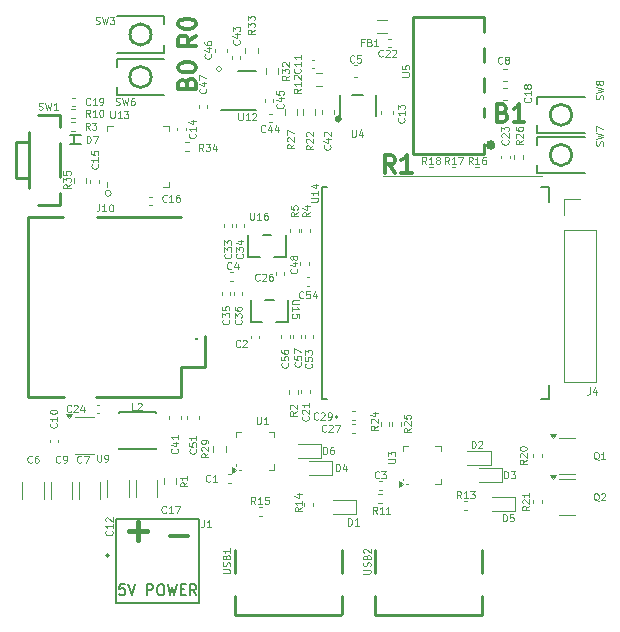
<source format=gbr>
%TF.GenerationSoftware,KiCad,Pcbnew,9.0.5*%
%TF.CreationDate,2025-10-14T15:47:48-07:00*%
%TF.ProjectId,lightspeed_r1,6c696768-7473-4706-9565-645f72312e6b,rev?*%
%TF.SameCoordinates,Original*%
%TF.FileFunction,Legend,Top*%
%TF.FilePolarity,Positive*%
%FSLAX46Y46*%
G04 Gerber Fmt 4.6, Leading zero omitted, Abs format (unit mm)*
G04 Created by KiCad (PCBNEW 9.0.5) date 2025-10-14 15:47:48*
%MOMM*%
%LPD*%
G01*
G04 APERTURE LIST*
%ADD10C,0.120000*%
%ADD11C,0.100000*%
%ADD12C,0.300000*%
%ADD13C,0.184000*%
%ADD14C,0.400000*%
%ADD15C,0.304800*%
%ADD16C,0.152400*%
%ADD17C,0.150000*%
%ADD18C,0.250000*%
%ADD19C,0.127000*%
%ADD20C,0.200000*%
G04 APERTURE END LIST*
D10*
X-6662500Y20767500D02*
G75*
G02*
X-7062500Y20767500I-200000J0D01*
G01*
X-7062500Y20767500D02*
G75*
G02*
X-6662500Y20767500I200000J0D01*
G01*
D11*
X20500000Y11700000D02*
X7050000Y11700000D01*
D10*
X-15989424Y10233125D02*
G75*
G02*
X-16499326Y10233125I-254951J0D01*
G01*
X-16499326Y10233125D02*
G75*
G02*
X-15989424Y10233125I254951J0D01*
G01*
D12*
X-8799171Y23591653D02*
X-9513457Y23091653D01*
X-8799171Y22734510D02*
X-10299171Y22734510D01*
X-10299171Y22734510D02*
X-10299171Y23305939D01*
X-10299171Y23305939D02*
X-10227742Y23448796D01*
X-10227742Y23448796D02*
X-10156314Y23520225D01*
X-10156314Y23520225D02*
X-10013457Y23591653D01*
X-10013457Y23591653D02*
X-9799171Y23591653D01*
X-9799171Y23591653D02*
X-9656314Y23520225D01*
X-9656314Y23520225D02*
X-9584885Y23448796D01*
X-9584885Y23448796D02*
X-9513457Y23305939D01*
X-9513457Y23305939D02*
X-9513457Y22734510D01*
X-10299171Y24520225D02*
X-10299171Y24663082D01*
X-10299171Y24663082D02*
X-10227742Y24805939D01*
X-10227742Y24805939D02*
X-10156314Y24877368D01*
X-10156314Y24877368D02*
X-10013457Y24948796D01*
X-10013457Y24948796D02*
X-9727742Y25020225D01*
X-9727742Y25020225D02*
X-9370600Y25020225D01*
X-9370600Y25020225D02*
X-9084885Y24948796D01*
X-9084885Y24948796D02*
X-8942028Y24877368D01*
X-8942028Y24877368D02*
X-8870600Y24805939D01*
X-8870600Y24805939D02*
X-8799171Y24663082D01*
X-8799171Y24663082D02*
X-8799171Y24520225D01*
X-8799171Y24520225D02*
X-8870600Y24377368D01*
X-8870600Y24377368D02*
X-8942028Y24305939D01*
X-8942028Y24305939D02*
X-9084885Y24234510D01*
X-9084885Y24234510D02*
X-9370600Y24163082D01*
X-9370600Y24163082D02*
X-9727742Y24163082D01*
X-9727742Y24163082D02*
X-10013457Y24234510D01*
X-10013457Y24234510D02*
X-10156314Y24305939D01*
X-10156314Y24305939D02*
X-10227742Y24377368D01*
X-10227742Y24377368D02*
X-10299171Y24520225D01*
X-9584885Y19534510D02*
X-9513457Y19748796D01*
X-9513457Y19748796D02*
X-9442028Y19820225D01*
X-9442028Y19820225D02*
X-9299171Y19891653D01*
X-9299171Y19891653D02*
X-9084885Y19891653D01*
X-9084885Y19891653D02*
X-8942028Y19820225D01*
X-8942028Y19820225D02*
X-8870600Y19748796D01*
X-8870600Y19748796D02*
X-8799171Y19605939D01*
X-8799171Y19605939D02*
X-8799171Y19034510D01*
X-8799171Y19034510D02*
X-10299171Y19034510D01*
X-10299171Y19034510D02*
X-10299171Y19534510D01*
X-10299171Y19534510D02*
X-10227742Y19677368D01*
X-10227742Y19677368D02*
X-10156314Y19748796D01*
X-10156314Y19748796D02*
X-10013457Y19820225D01*
X-10013457Y19820225D02*
X-9870600Y19820225D01*
X-9870600Y19820225D02*
X-9727742Y19748796D01*
X-9727742Y19748796D02*
X-9656314Y19677368D01*
X-9656314Y19677368D02*
X-9584885Y19534510D01*
X-9584885Y19534510D02*
X-9584885Y19034510D01*
X-10299171Y20820225D02*
X-10299171Y20963082D01*
X-10299171Y20963082D02*
X-10227742Y21105939D01*
X-10227742Y21105939D02*
X-10156314Y21177368D01*
X-10156314Y21177368D02*
X-10013457Y21248796D01*
X-10013457Y21248796D02*
X-9727742Y21320225D01*
X-9727742Y21320225D02*
X-9370600Y21320225D01*
X-9370600Y21320225D02*
X-9084885Y21248796D01*
X-9084885Y21248796D02*
X-8942028Y21177368D01*
X-8942028Y21177368D02*
X-8870600Y21105939D01*
X-8870600Y21105939D02*
X-8799171Y20963082D01*
X-8799171Y20963082D02*
X-8799171Y20820225D01*
X-8799171Y20820225D02*
X-8870600Y20677368D01*
X-8870600Y20677368D02*
X-8942028Y20605939D01*
X-8942028Y20605939D02*
X-9084885Y20534510D01*
X-9084885Y20534510D02*
X-9370600Y20463082D01*
X-9370600Y20463082D02*
X-9727742Y20463082D01*
X-9727742Y20463082D02*
X-10013457Y20534510D01*
X-10013457Y20534510D02*
X-10156314Y20605939D01*
X-10156314Y20605939D02*
X-10227742Y20677368D01*
X-10227742Y20677368D02*
X-10299171Y20820225D01*
D13*
X-14846090Y-22880289D02*
X-15274662Y-22880289D01*
X-15274662Y-22880289D02*
X-15317519Y-23308860D01*
X-15317519Y-23308860D02*
X-15274662Y-23266003D01*
X-15274662Y-23266003D02*
X-15188948Y-23223146D01*
X-15188948Y-23223146D02*
X-14974662Y-23223146D01*
X-14974662Y-23223146D02*
X-14888948Y-23266003D01*
X-14888948Y-23266003D02*
X-14846090Y-23308860D01*
X-14846090Y-23308860D02*
X-14803233Y-23394574D01*
X-14803233Y-23394574D02*
X-14803233Y-23608860D01*
X-14803233Y-23608860D02*
X-14846090Y-23694574D01*
X-14846090Y-23694574D02*
X-14888948Y-23737432D01*
X-14888948Y-23737432D02*
X-14974662Y-23780289D01*
X-14974662Y-23780289D02*
X-15188948Y-23780289D01*
X-15188948Y-23780289D02*
X-15274662Y-23737432D01*
X-15274662Y-23737432D02*
X-15317519Y-23694574D01*
X-14546090Y-22880289D02*
X-14246090Y-23780289D01*
X-14246090Y-23780289D02*
X-13946090Y-22880289D01*
X-12960376Y-23780289D02*
X-12960376Y-22880289D01*
X-12960376Y-22880289D02*
X-12617519Y-22880289D01*
X-12617519Y-22880289D02*
X-12531804Y-22923146D01*
X-12531804Y-22923146D02*
X-12488947Y-22966003D01*
X-12488947Y-22966003D02*
X-12446090Y-23051717D01*
X-12446090Y-23051717D02*
X-12446090Y-23180289D01*
X-12446090Y-23180289D02*
X-12488947Y-23266003D01*
X-12488947Y-23266003D02*
X-12531804Y-23308860D01*
X-12531804Y-23308860D02*
X-12617519Y-23351717D01*
X-12617519Y-23351717D02*
X-12960376Y-23351717D01*
X-11888947Y-22880289D02*
X-11717519Y-22880289D01*
X-11717519Y-22880289D02*
X-11631804Y-22923146D01*
X-11631804Y-22923146D02*
X-11546090Y-23008860D01*
X-11546090Y-23008860D02*
X-11503233Y-23180289D01*
X-11503233Y-23180289D02*
X-11503233Y-23480289D01*
X-11503233Y-23480289D02*
X-11546090Y-23651717D01*
X-11546090Y-23651717D02*
X-11631804Y-23737432D01*
X-11631804Y-23737432D02*
X-11717519Y-23780289D01*
X-11717519Y-23780289D02*
X-11888947Y-23780289D01*
X-11888947Y-23780289D02*
X-11974662Y-23737432D01*
X-11974662Y-23737432D02*
X-12060376Y-23651717D01*
X-12060376Y-23651717D02*
X-12103233Y-23480289D01*
X-12103233Y-23480289D02*
X-12103233Y-23180289D01*
X-12103233Y-23180289D02*
X-12060376Y-23008860D01*
X-12060376Y-23008860D02*
X-11974662Y-22923146D01*
X-11974662Y-22923146D02*
X-11888947Y-22880289D01*
X-11203233Y-22880289D02*
X-10988947Y-23780289D01*
X-10988947Y-23780289D02*
X-10817519Y-23137432D01*
X-10817519Y-23137432D02*
X-10646090Y-23780289D01*
X-10646090Y-23780289D02*
X-10431805Y-22880289D01*
X-10088948Y-23308860D02*
X-9788948Y-23308860D01*
X-9660376Y-23780289D02*
X-10088948Y-23780289D01*
X-10088948Y-23780289D02*
X-10088948Y-22880289D01*
X-10088948Y-22880289D02*
X-9660376Y-22880289D01*
X-8760376Y-23780289D02*
X-9060376Y-23351717D01*
X-9274662Y-23780289D02*
X-9274662Y-22880289D01*
X-9274662Y-22880289D02*
X-8931805Y-22880289D01*
X-8931805Y-22880289D02*
X-8846090Y-22923146D01*
X-8846090Y-22923146D02*
X-8803233Y-22966003D01*
X-8803233Y-22966003D02*
X-8760376Y-23051717D01*
X-8760376Y-23051717D02*
X-8760376Y-23180289D01*
X-8760376Y-23180289D02*
X-8803233Y-23266003D01*
X-8803233Y-23266003D02*
X-8846090Y-23308860D01*
X-8846090Y-23308860D02*
X-8931805Y-23351717D01*
X-8931805Y-23351717D02*
X-9274662Y-23351717D01*
D14*
X-14450652Y-18332533D02*
X-12926843Y-18332533D01*
X-13688747Y-19094438D02*
X-13688747Y-17570628D01*
D12*
X17154510Y17064885D02*
X17368796Y16993457D01*
X17368796Y16993457D02*
X17440225Y16922028D01*
X17440225Y16922028D02*
X17511653Y16779171D01*
X17511653Y16779171D02*
X17511653Y16564885D01*
X17511653Y16564885D02*
X17440225Y16422028D01*
X17440225Y16422028D02*
X17368796Y16350600D01*
X17368796Y16350600D02*
X17225939Y16279171D01*
X17225939Y16279171D02*
X16654510Y16279171D01*
X16654510Y16279171D02*
X16654510Y17779171D01*
X16654510Y17779171D02*
X17154510Y17779171D01*
X17154510Y17779171D02*
X17297368Y17707742D01*
X17297368Y17707742D02*
X17368796Y17636314D01*
X17368796Y17636314D02*
X17440225Y17493457D01*
X17440225Y17493457D02*
X17440225Y17350600D01*
X17440225Y17350600D02*
X17368796Y17207742D01*
X17368796Y17207742D02*
X17297368Y17136314D01*
X17297368Y17136314D02*
X17154510Y17064885D01*
X17154510Y17064885D02*
X16654510Y17064885D01*
X18940225Y16279171D02*
X18083082Y16279171D01*
X18511653Y16279171D02*
X18511653Y17779171D01*
X18511653Y17779171D02*
X18368796Y17564885D01*
X18368796Y17564885D02*
X18225939Y17422028D01*
X18225939Y17422028D02*
X18083082Y17350600D01*
X8021653Y11959171D02*
X7521653Y12673457D01*
X7164510Y11959171D02*
X7164510Y13459171D01*
X7164510Y13459171D02*
X7735939Y13459171D01*
X7735939Y13459171D02*
X7878796Y13387742D01*
X7878796Y13387742D02*
X7950225Y13316314D01*
X7950225Y13316314D02*
X8021653Y13173457D01*
X8021653Y13173457D02*
X8021653Y12959171D01*
X8021653Y12959171D02*
X7950225Y12816314D01*
X7950225Y12816314D02*
X7878796Y12744885D01*
X7878796Y12744885D02*
X7735939Y12673457D01*
X7735939Y12673457D02*
X7164510Y12673457D01*
X9450225Y11959171D02*
X8593082Y11959171D01*
X9021653Y11959171D02*
X9021653Y13459171D01*
X9021653Y13459171D02*
X8878796Y13244885D01*
X8878796Y13244885D02*
X8735939Y13102028D01*
X8735939Y13102028D02*
X8593082Y13030600D01*
D15*
X-11023283Y-18777483D02*
X-9499474Y-18777483D01*
D11*
X-187628Y8630000D02*
X-473342Y8430000D01*
X-187628Y8287143D02*
X-787628Y8287143D01*
X-787628Y8287143D02*
X-787628Y8515714D01*
X-787628Y8515714D02*
X-759057Y8572857D01*
X-759057Y8572857D02*
X-730485Y8601428D01*
X-730485Y8601428D02*
X-673342Y8630000D01*
X-673342Y8630000D02*
X-587628Y8630000D01*
X-587628Y8630000D02*
X-530485Y8601428D01*
X-530485Y8601428D02*
X-501914Y8572857D01*
X-501914Y8572857D02*
X-473342Y8515714D01*
X-473342Y8515714D02*
X-473342Y8287143D01*
X-787628Y9172857D02*
X-787628Y8887143D01*
X-787628Y8887143D02*
X-501914Y8858571D01*
X-501914Y8858571D02*
X-530485Y8887143D01*
X-530485Y8887143D02*
X-559057Y8944286D01*
X-559057Y8944286D02*
X-559057Y9087143D01*
X-559057Y9087143D02*
X-530485Y9144286D01*
X-530485Y9144286D02*
X-501914Y9172857D01*
X-501914Y9172857D02*
X-444771Y9201428D01*
X-444771Y9201428D02*
X-301914Y9201428D01*
X-301914Y9201428D02*
X-244771Y9172857D01*
X-244771Y9172857D02*
X-216200Y9144286D01*
X-216200Y9144286D02*
X-187628Y9087143D01*
X-187628Y9087143D02*
X-187628Y8944286D01*
X-187628Y8944286D02*
X-216200Y8887143D01*
X-216200Y8887143D02*
X-244771Y8858571D01*
X-4228838Y8596335D02*
X-4228838Y8110621D01*
X-4228838Y8110621D02*
X-4200267Y8053478D01*
X-4200267Y8053478D02*
X-4171696Y8024907D01*
X-4171696Y8024907D02*
X-4114553Y7996335D01*
X-4114553Y7996335D02*
X-4000267Y7996335D01*
X-4000267Y7996335D02*
X-3943124Y8024907D01*
X-3943124Y8024907D02*
X-3914553Y8053478D01*
X-3914553Y8053478D02*
X-3885981Y8110621D01*
X-3885981Y8110621D02*
X-3885981Y8596335D01*
X-3285982Y7996335D02*
X-3628839Y7996335D01*
X-3457410Y7996335D02*
X-3457410Y8596335D01*
X-3457410Y8596335D02*
X-3514553Y8510621D01*
X-3514553Y8510621D02*
X-3571696Y8453478D01*
X-3571696Y8453478D02*
X-3628839Y8424907D01*
X-2771696Y8596335D02*
X-2885981Y8596335D01*
X-2885981Y8596335D02*
X-2943124Y8567764D01*
X-2943124Y8567764D02*
X-2971696Y8539192D01*
X-2971696Y8539192D02*
X-3028838Y8453478D01*
X-3028838Y8453478D02*
X-3057410Y8339192D01*
X-3057410Y8339192D02*
X-3057410Y8110621D01*
X-3057410Y8110621D02*
X-3028838Y8053478D01*
X-3028838Y8053478D02*
X-3000267Y8024907D01*
X-3000267Y8024907D02*
X-2943124Y7996335D01*
X-2943124Y7996335D02*
X-2828838Y7996335D01*
X-2828838Y7996335D02*
X-2771696Y8024907D01*
X-2771696Y8024907D02*
X-2743124Y8053478D01*
X-2743124Y8053478D02*
X-2714553Y8110621D01*
X-2714553Y8110621D02*
X-2714553Y8253478D01*
X-2714553Y8253478D02*
X-2743124Y8310621D01*
X-2743124Y8310621D02*
X-2771696Y8339192D01*
X-2771696Y8339192D02*
X-2828838Y8367764D01*
X-2828838Y8367764D02*
X-2943124Y8367764D01*
X-2943124Y8367764D02*
X-3000267Y8339192D01*
X-3000267Y8339192D02*
X-3028838Y8310621D01*
X-3028838Y8310621D02*
X-3057410Y8253478D01*
X3047143Y-13292371D02*
X3047143Y-12692371D01*
X3047143Y-12692371D02*
X3190000Y-12692371D01*
X3190000Y-12692371D02*
X3275714Y-12720942D01*
X3275714Y-12720942D02*
X3332857Y-12778085D01*
X3332857Y-12778085D02*
X3361428Y-12835228D01*
X3361428Y-12835228D02*
X3390000Y-12949514D01*
X3390000Y-12949514D02*
X3390000Y-13035228D01*
X3390000Y-13035228D02*
X3361428Y-13149514D01*
X3361428Y-13149514D02*
X3332857Y-13206657D01*
X3332857Y-13206657D02*
X3275714Y-13263800D01*
X3275714Y-13263800D02*
X3190000Y-13292371D01*
X3190000Y-13292371D02*
X3047143Y-13292371D01*
X3904286Y-12892371D02*
X3904286Y-13292371D01*
X3761428Y-12663800D02*
X3618571Y-13092371D01*
X3618571Y-13092371D02*
X3990000Y-13092371D01*
X25643800Y14279999D02*
X25672371Y14365714D01*
X25672371Y14365714D02*
X25672371Y14508571D01*
X25672371Y14508571D02*
X25643800Y14565714D01*
X25643800Y14565714D02*
X25615228Y14594285D01*
X25615228Y14594285D02*
X25558085Y14622856D01*
X25558085Y14622856D02*
X25500942Y14622856D01*
X25500942Y14622856D02*
X25443800Y14594285D01*
X25443800Y14594285D02*
X25415228Y14565714D01*
X25415228Y14565714D02*
X25386657Y14508571D01*
X25386657Y14508571D02*
X25358085Y14394285D01*
X25358085Y14394285D02*
X25329514Y14337142D01*
X25329514Y14337142D02*
X25300942Y14308571D01*
X25300942Y14308571D02*
X25243800Y14279999D01*
X25243800Y14279999D02*
X25186657Y14279999D01*
X25186657Y14279999D02*
X25129514Y14308571D01*
X25129514Y14308571D02*
X25100942Y14337142D01*
X25100942Y14337142D02*
X25072371Y14394285D01*
X25072371Y14394285D02*
X25072371Y14537142D01*
X25072371Y14537142D02*
X25100942Y14622856D01*
X25072371Y14822857D02*
X25672371Y14965714D01*
X25672371Y14965714D02*
X25243800Y15080000D01*
X25243800Y15080000D02*
X25672371Y15194285D01*
X25672371Y15194285D02*
X25072371Y15337143D01*
X25072371Y15508571D02*
X25072371Y15908571D01*
X25072371Y15908571D02*
X25672371Y15651428D01*
X-17134771Y12694285D02*
X-17106200Y12665713D01*
X-17106200Y12665713D02*
X-17077628Y12579999D01*
X-17077628Y12579999D02*
X-17077628Y12522856D01*
X-17077628Y12522856D02*
X-17106200Y12437142D01*
X-17106200Y12437142D02*
X-17163342Y12379999D01*
X-17163342Y12379999D02*
X-17220485Y12351428D01*
X-17220485Y12351428D02*
X-17334771Y12322856D01*
X-17334771Y12322856D02*
X-17420485Y12322856D01*
X-17420485Y12322856D02*
X-17534771Y12351428D01*
X-17534771Y12351428D02*
X-17591914Y12379999D01*
X-17591914Y12379999D02*
X-17649057Y12437142D01*
X-17649057Y12437142D02*
X-17677628Y12522856D01*
X-17677628Y12522856D02*
X-17677628Y12579999D01*
X-17677628Y12579999D02*
X-17649057Y12665713D01*
X-17649057Y12665713D02*
X-17620485Y12694285D01*
X-17077628Y13265713D02*
X-17077628Y12922856D01*
X-17077628Y13094285D02*
X-17677628Y13094285D01*
X-17677628Y13094285D02*
X-17591914Y13037142D01*
X-17591914Y13037142D02*
X-17534771Y12979999D01*
X-17534771Y12979999D02*
X-17506200Y12922856D01*
X-17677628Y13808571D02*
X-17677628Y13522857D01*
X-17677628Y13522857D02*
X-17391914Y13494285D01*
X-17391914Y13494285D02*
X-17420485Y13522857D01*
X-17420485Y13522857D02*
X-17449057Y13580000D01*
X-17449057Y13580000D02*
X-17449057Y13722857D01*
X-17449057Y13722857D02*
X-17420485Y13780000D01*
X-17420485Y13780000D02*
X-17391914Y13808571D01*
X-17391914Y13808571D02*
X-17334771Y13837142D01*
X-17334771Y13837142D02*
X-17191914Y13837142D01*
X-17191914Y13837142D02*
X-17134771Y13808571D01*
X-17134771Y13808571D02*
X-17106200Y13780000D01*
X-17106200Y13780000D02*
X-17077628Y13722857D01*
X-17077628Y13722857D02*
X-17077628Y13580000D01*
X-17077628Y13580000D02*
X-17106200Y13522857D01*
X-17106200Y13522857D02*
X-17134771Y13494285D01*
X1967143Y-11832371D02*
X1967143Y-11232371D01*
X1967143Y-11232371D02*
X2110000Y-11232371D01*
X2110000Y-11232371D02*
X2195714Y-11260942D01*
X2195714Y-11260942D02*
X2252857Y-11318085D01*
X2252857Y-11318085D02*
X2281428Y-11375228D01*
X2281428Y-11375228D02*
X2310000Y-11489514D01*
X2310000Y-11489514D02*
X2310000Y-11575228D01*
X2310000Y-11575228D02*
X2281428Y-11689514D01*
X2281428Y-11689514D02*
X2252857Y-11746657D01*
X2252857Y-11746657D02*
X2195714Y-11803800D01*
X2195714Y-11803800D02*
X2110000Y-11832371D01*
X2110000Y-11832371D02*
X1967143Y-11832371D01*
X2824286Y-11232371D02*
X2710000Y-11232371D01*
X2710000Y-11232371D02*
X2652857Y-11260942D01*
X2652857Y-11260942D02*
X2624286Y-11289514D01*
X2624286Y-11289514D02*
X2567143Y-11375228D01*
X2567143Y-11375228D02*
X2538571Y-11489514D01*
X2538571Y-11489514D02*
X2538571Y-11718085D01*
X2538571Y-11718085D02*
X2567143Y-11775228D01*
X2567143Y-11775228D02*
X2595714Y-11803800D01*
X2595714Y-11803800D02*
X2652857Y-11832371D01*
X2652857Y-11832371D02*
X2767143Y-11832371D01*
X2767143Y-11832371D02*
X2824286Y-11803800D01*
X2824286Y-11803800D02*
X2852857Y-11775228D01*
X2852857Y-11775228D02*
X2881428Y-11718085D01*
X2881428Y-11718085D02*
X2881428Y-11575228D01*
X2881428Y-11575228D02*
X2852857Y-11518085D01*
X2852857Y-11518085D02*
X2824286Y-11489514D01*
X2824286Y-11489514D02*
X2767143Y-11460942D01*
X2767143Y-11460942D02*
X2652857Y-11460942D01*
X2652857Y-11460942D02*
X2595714Y-11489514D01*
X2595714Y-11489514D02*
X2567143Y-11518085D01*
X2567143Y-11518085D02*
X2538571Y-11575228D01*
X-62371Y1172856D02*
X-548085Y1172856D01*
X-548085Y1172856D02*
X-605228Y1144285D01*
X-605228Y1144285D02*
X-633800Y1115714D01*
X-633800Y1115714D02*
X-662371Y1058571D01*
X-662371Y1058571D02*
X-662371Y944285D01*
X-662371Y944285D02*
X-633800Y887142D01*
X-633800Y887142D02*
X-605228Y858571D01*
X-605228Y858571D02*
X-548085Y829999D01*
X-548085Y829999D02*
X-62371Y829999D01*
X-662371Y230000D02*
X-662371Y572857D01*
X-662371Y401428D02*
X-62371Y401428D01*
X-62371Y401428D02*
X-148085Y458571D01*
X-148085Y458571D02*
X-205228Y515714D01*
X-205228Y515714D02*
X-233800Y572857D01*
X-62371Y-312857D02*
X-62371Y-27143D01*
X-62371Y-27143D02*
X-348085Y1428D01*
X-348085Y1428D02*
X-319514Y-27143D01*
X-319514Y-27143D02*
X-290942Y-84286D01*
X-290942Y-84286D02*
X-290942Y-227143D01*
X-290942Y-227143D02*
X-319514Y-284286D01*
X-319514Y-284286D02*
X-348085Y-312857D01*
X-348085Y-312857D02*
X-405228Y-341428D01*
X-405228Y-341428D02*
X-548085Y-341428D01*
X-548085Y-341428D02*
X-605228Y-312857D01*
X-605228Y-312857D02*
X-633800Y-284286D01*
X-633800Y-284286D02*
X-662371Y-227143D01*
X-662371Y-227143D02*
X-662371Y-84286D01*
X-662371Y-84286D02*
X-633800Y-27143D01*
X-633800Y-27143D02*
X-605228Y1428D01*
X72371Y19094285D02*
X-213342Y18894285D01*
X72371Y18751428D02*
X-527628Y18751428D01*
X-527628Y18751428D02*
X-527628Y18979999D01*
X-527628Y18979999D02*
X-499057Y19037142D01*
X-499057Y19037142D02*
X-470485Y19065713D01*
X-470485Y19065713D02*
X-413342Y19094285D01*
X-413342Y19094285D02*
X-327628Y19094285D01*
X-327628Y19094285D02*
X-270485Y19065713D01*
X-270485Y19065713D02*
X-241914Y19037142D01*
X-241914Y19037142D02*
X-213342Y18979999D01*
X-213342Y18979999D02*
X-213342Y18751428D01*
X72371Y19665713D02*
X72371Y19322856D01*
X72371Y19494285D02*
X-527628Y19494285D01*
X-527628Y19494285D02*
X-441914Y19437142D01*
X-441914Y19437142D02*
X-384771Y19379999D01*
X-384771Y19379999D02*
X-356200Y19322856D01*
X-470485Y19894285D02*
X-499057Y19922857D01*
X-499057Y19922857D02*
X-527628Y19980000D01*
X-527628Y19980000D02*
X-527628Y20122857D01*
X-527628Y20122857D02*
X-499057Y20180000D01*
X-499057Y20180000D02*
X-470485Y20208571D01*
X-470485Y20208571D02*
X-413342Y20237142D01*
X-413342Y20237142D02*
X-356200Y20237142D01*
X-356200Y20237142D02*
X-270485Y20208571D01*
X-270485Y20208571D02*
X72371Y19865714D01*
X72371Y19865714D02*
X72371Y20237142D01*
X13644185Y-15592371D02*
X13444185Y-15306657D01*
X13301328Y-15592371D02*
X13301328Y-14992371D01*
X13301328Y-14992371D02*
X13529899Y-14992371D01*
X13529899Y-14992371D02*
X13587042Y-15020942D01*
X13587042Y-15020942D02*
X13615613Y-15049514D01*
X13615613Y-15049514D02*
X13644185Y-15106657D01*
X13644185Y-15106657D02*
X13644185Y-15192371D01*
X13644185Y-15192371D02*
X13615613Y-15249514D01*
X13615613Y-15249514D02*
X13587042Y-15278085D01*
X13587042Y-15278085D02*
X13529899Y-15306657D01*
X13529899Y-15306657D02*
X13301328Y-15306657D01*
X14215613Y-15592371D02*
X13872756Y-15592371D01*
X14044185Y-15592371D02*
X14044185Y-14992371D01*
X14044185Y-14992371D02*
X13987042Y-15078085D01*
X13987042Y-15078085D02*
X13929899Y-15135228D01*
X13929899Y-15135228D02*
X13872756Y-15163800D01*
X14415614Y-14992371D02*
X14787042Y-14992371D01*
X14787042Y-14992371D02*
X14587042Y-15220942D01*
X14587042Y-15220942D02*
X14672757Y-15220942D01*
X14672757Y-15220942D02*
X14729900Y-15249514D01*
X14729900Y-15249514D02*
X14758471Y-15278085D01*
X14758471Y-15278085D02*
X14787042Y-15335228D01*
X14787042Y-15335228D02*
X14787042Y-15478085D01*
X14787042Y-15478085D02*
X14758471Y-15535228D01*
X14758471Y-15535228D02*
X14729900Y-15563800D01*
X14729900Y-15563800D02*
X14672757Y-15592371D01*
X14672757Y-15592371D02*
X14501328Y-15592371D01*
X14501328Y-15592371D02*
X14444185Y-15563800D01*
X14444185Y-15563800D02*
X14415614Y-15535228D01*
X705228Y-8645714D02*
X733800Y-8674286D01*
X733800Y-8674286D02*
X762371Y-8760000D01*
X762371Y-8760000D02*
X762371Y-8817143D01*
X762371Y-8817143D02*
X733800Y-8902857D01*
X733800Y-8902857D02*
X676657Y-8960000D01*
X676657Y-8960000D02*
X619514Y-8988571D01*
X619514Y-8988571D02*
X505228Y-9017143D01*
X505228Y-9017143D02*
X419514Y-9017143D01*
X419514Y-9017143D02*
X305228Y-8988571D01*
X305228Y-8988571D02*
X248085Y-8960000D01*
X248085Y-8960000D02*
X190942Y-8902857D01*
X190942Y-8902857D02*
X162371Y-8817143D01*
X162371Y-8817143D02*
X162371Y-8760000D01*
X162371Y-8760000D02*
X190942Y-8674286D01*
X190942Y-8674286D02*
X219514Y-8645714D01*
X219514Y-8417143D02*
X190942Y-8388571D01*
X190942Y-8388571D02*
X162371Y-8331429D01*
X162371Y-8331429D02*
X162371Y-8188571D01*
X162371Y-8188571D02*
X190942Y-8131429D01*
X190942Y-8131429D02*
X219514Y-8102857D01*
X219514Y-8102857D02*
X276657Y-8074286D01*
X276657Y-8074286D02*
X333800Y-8074286D01*
X333800Y-8074286D02*
X419514Y-8102857D01*
X419514Y-8102857D02*
X762371Y-8445714D01*
X762371Y-8445714D02*
X762371Y-8074286D01*
X762371Y-7502857D02*
X762371Y-7845714D01*
X762371Y-7674285D02*
X162371Y-7674285D01*
X162371Y-7674285D02*
X248085Y-7731428D01*
X248085Y-7731428D02*
X305228Y-7788571D01*
X305228Y-7788571D02*
X333800Y-7845714D01*
X-5799999Y3864771D02*
X-5828571Y3836200D01*
X-5828571Y3836200D02*
X-5914285Y3807628D01*
X-5914285Y3807628D02*
X-5971428Y3807628D01*
X-5971428Y3807628D02*
X-6057142Y3836200D01*
X-6057142Y3836200D02*
X-6114285Y3893342D01*
X-6114285Y3893342D02*
X-6142856Y3950485D01*
X-6142856Y3950485D02*
X-6171428Y4064771D01*
X-6171428Y4064771D02*
X-6171428Y4150485D01*
X-6171428Y4150485D02*
X-6142856Y4264771D01*
X-6142856Y4264771D02*
X-6114285Y4321914D01*
X-6114285Y4321914D02*
X-6057142Y4379057D01*
X-6057142Y4379057D02*
X-5971428Y4407628D01*
X-5971428Y4407628D02*
X-5914285Y4407628D01*
X-5914285Y4407628D02*
X-5828571Y4379057D01*
X-5828571Y4379057D02*
X-5799999Y4350485D01*
X-5285714Y4207628D02*
X-5285714Y3807628D01*
X-5428571Y4436200D02*
X-5571428Y4007628D01*
X-5571428Y4007628D02*
X-5199999Y4007628D01*
X6572371Y-9452794D02*
X6286657Y-9652794D01*
X6572371Y-9795651D02*
X5972371Y-9795651D01*
X5972371Y-9795651D02*
X5972371Y-9567080D01*
X5972371Y-9567080D02*
X6000942Y-9509937D01*
X6000942Y-9509937D02*
X6029514Y-9481366D01*
X6029514Y-9481366D02*
X6086657Y-9452794D01*
X6086657Y-9452794D02*
X6172371Y-9452794D01*
X6172371Y-9452794D02*
X6229514Y-9481366D01*
X6229514Y-9481366D02*
X6258085Y-9509937D01*
X6258085Y-9509937D02*
X6286657Y-9567080D01*
X6286657Y-9567080D02*
X6286657Y-9795651D01*
X6029514Y-9224223D02*
X6000942Y-9195651D01*
X6000942Y-9195651D02*
X5972371Y-9138509D01*
X5972371Y-9138509D02*
X5972371Y-8995651D01*
X5972371Y-8995651D02*
X6000942Y-8938509D01*
X6000942Y-8938509D02*
X6029514Y-8909937D01*
X6029514Y-8909937D02*
X6086657Y-8881366D01*
X6086657Y-8881366D02*
X6143800Y-8881366D01*
X6143800Y-8881366D02*
X6229514Y-8909937D01*
X6229514Y-8909937D02*
X6572371Y-9252794D01*
X6572371Y-9252794D02*
X6572371Y-8881366D01*
X6172371Y-8367080D02*
X6572371Y-8367080D01*
X5943800Y-8509937D02*
X6372371Y-8652794D01*
X6372371Y-8652794D02*
X6372371Y-8281365D01*
X-8824771Y-11435714D02*
X-8796200Y-11464286D01*
X-8796200Y-11464286D02*
X-8767628Y-11550000D01*
X-8767628Y-11550000D02*
X-8767628Y-11607143D01*
X-8767628Y-11607143D02*
X-8796200Y-11692857D01*
X-8796200Y-11692857D02*
X-8853342Y-11750000D01*
X-8853342Y-11750000D02*
X-8910485Y-11778571D01*
X-8910485Y-11778571D02*
X-9024771Y-11807143D01*
X-9024771Y-11807143D02*
X-9110485Y-11807143D01*
X-9110485Y-11807143D02*
X-9224771Y-11778571D01*
X-9224771Y-11778571D02*
X-9281914Y-11750000D01*
X-9281914Y-11750000D02*
X-9339057Y-11692857D01*
X-9339057Y-11692857D02*
X-9367628Y-11607143D01*
X-9367628Y-11607143D02*
X-9367628Y-11550000D01*
X-9367628Y-11550000D02*
X-9339057Y-11464286D01*
X-9339057Y-11464286D02*
X-9310485Y-11435714D01*
X-9367628Y-10892857D02*
X-9367628Y-11178571D01*
X-9367628Y-11178571D02*
X-9081914Y-11207143D01*
X-9081914Y-11207143D02*
X-9110485Y-11178571D01*
X-9110485Y-11178571D02*
X-9139057Y-11121429D01*
X-9139057Y-11121429D02*
X-9139057Y-10978571D01*
X-9139057Y-10978571D02*
X-9110485Y-10921429D01*
X-9110485Y-10921429D02*
X-9081914Y-10892857D01*
X-9081914Y-10892857D02*
X-9024771Y-10864286D01*
X-9024771Y-10864286D02*
X-8881914Y-10864286D01*
X-8881914Y-10864286D02*
X-8824771Y-10892857D01*
X-8824771Y-10892857D02*
X-8796200Y-10921429D01*
X-8796200Y-10921429D02*
X-8767628Y-10978571D01*
X-8767628Y-10978571D02*
X-8767628Y-11121429D01*
X-8767628Y-11121429D02*
X-8796200Y-11178571D01*
X-8796200Y-11178571D02*
X-8824771Y-11207143D01*
X-8767628Y-10292857D02*
X-8767628Y-10635714D01*
X-8767628Y-10464285D02*
X-9367628Y-10464285D01*
X-9367628Y-10464285D02*
X-9281914Y-10521428D01*
X-9281914Y-10521428D02*
X-9224771Y-10578571D01*
X-9224771Y-10578571D02*
X-9196200Y-10635714D01*
X4383437Y15607628D02*
X4383437Y15121914D01*
X4383437Y15121914D02*
X4412008Y15064771D01*
X4412008Y15064771D02*
X4440580Y15036200D01*
X4440580Y15036200D02*
X4497722Y15007628D01*
X4497722Y15007628D02*
X4612008Y15007628D01*
X4612008Y15007628D02*
X4669151Y15036200D01*
X4669151Y15036200D02*
X4697722Y15064771D01*
X4697722Y15064771D02*
X4726294Y15121914D01*
X4726294Y15121914D02*
X4726294Y15607628D01*
X5269151Y15407628D02*
X5269151Y15007628D01*
X5126293Y15636200D02*
X4983436Y15207628D01*
X4983436Y15207628D02*
X5354865Y15207628D01*
X6514285Y-16892371D02*
X6314285Y-16606657D01*
X6171428Y-16892371D02*
X6171428Y-16292371D01*
X6171428Y-16292371D02*
X6399999Y-16292371D01*
X6399999Y-16292371D02*
X6457142Y-16320942D01*
X6457142Y-16320942D02*
X6485713Y-16349514D01*
X6485713Y-16349514D02*
X6514285Y-16406657D01*
X6514285Y-16406657D02*
X6514285Y-16492371D01*
X6514285Y-16492371D02*
X6485713Y-16549514D01*
X6485713Y-16549514D02*
X6457142Y-16578085D01*
X6457142Y-16578085D02*
X6399999Y-16606657D01*
X6399999Y-16606657D02*
X6171428Y-16606657D01*
X7085713Y-16892371D02*
X6742856Y-16892371D01*
X6914285Y-16892371D02*
X6914285Y-16292371D01*
X6914285Y-16292371D02*
X6857142Y-16378085D01*
X6857142Y-16378085D02*
X6799999Y-16435228D01*
X6799999Y-16435228D02*
X6742856Y-16463800D01*
X7657142Y-16892371D02*
X7314285Y-16892371D01*
X7485714Y-16892371D02*
X7485714Y-16292371D01*
X7485714Y-16292371D02*
X7428571Y-16378085D01*
X7428571Y-16378085D02*
X7371428Y-16435228D01*
X7371428Y-16435228D02*
X7314285Y-16463800D01*
X152471Y-16352073D02*
X-133242Y-16552073D01*
X152471Y-16694930D02*
X-447528Y-16694930D01*
X-447528Y-16694930D02*
X-447528Y-16466359D01*
X-447528Y-16466359D02*
X-418957Y-16409216D01*
X-418957Y-16409216D02*
X-390385Y-16380645D01*
X-390385Y-16380645D02*
X-333242Y-16352073D01*
X-333242Y-16352073D02*
X-247528Y-16352073D01*
X-247528Y-16352073D02*
X-190385Y-16380645D01*
X-190385Y-16380645D02*
X-161814Y-16409216D01*
X-161814Y-16409216D02*
X-133242Y-16466359D01*
X-133242Y-16466359D02*
X-133242Y-16694930D01*
X152471Y-15780645D02*
X152471Y-16123502D01*
X152471Y-15952073D02*
X-447528Y-15952073D01*
X-447528Y-15952073D02*
X-361814Y-16009216D01*
X-361814Y-16009216D02*
X-304671Y-16066359D01*
X-304671Y-16066359D02*
X-276100Y-16123502D01*
X-247528Y-15266359D02*
X152471Y-15266359D01*
X-476100Y-15409216D02*
X-47528Y-15552073D01*
X-47528Y-15552073D02*
X-47528Y-15180644D01*
X-19427628Y10994285D02*
X-19713342Y10794285D01*
X-19427628Y10651428D02*
X-20027628Y10651428D01*
X-20027628Y10651428D02*
X-20027628Y10879999D01*
X-20027628Y10879999D02*
X-19999057Y10937142D01*
X-19999057Y10937142D02*
X-19970485Y10965713D01*
X-19970485Y10965713D02*
X-19913342Y10994285D01*
X-19913342Y10994285D02*
X-19827628Y10994285D01*
X-19827628Y10994285D02*
X-19770485Y10965713D01*
X-19770485Y10965713D02*
X-19741914Y10937142D01*
X-19741914Y10937142D02*
X-19713342Y10879999D01*
X-19713342Y10879999D02*
X-19713342Y10651428D01*
X-20027628Y11194285D02*
X-20027628Y11565713D01*
X-20027628Y11565713D02*
X-19799057Y11365713D01*
X-19799057Y11365713D02*
X-19799057Y11451428D01*
X-19799057Y11451428D02*
X-19770485Y11508571D01*
X-19770485Y11508571D02*
X-19741914Y11537142D01*
X-19741914Y11537142D02*
X-19684771Y11565713D01*
X-19684771Y11565713D02*
X-19541914Y11565713D01*
X-19541914Y11565713D02*
X-19484771Y11537142D01*
X-19484771Y11537142D02*
X-19456200Y11508571D01*
X-19456200Y11508571D02*
X-19427628Y11451428D01*
X-19427628Y11451428D02*
X-19427628Y11279999D01*
X-19427628Y11279999D02*
X-19456200Y11222856D01*
X-19456200Y11222856D02*
X-19484771Y11194285D01*
X-20027628Y12108571D02*
X-20027628Y11822857D01*
X-20027628Y11822857D02*
X-19741914Y11794285D01*
X-19741914Y11794285D02*
X-19770485Y11822857D01*
X-19770485Y11822857D02*
X-19799057Y11880000D01*
X-19799057Y11880000D02*
X-19799057Y12022857D01*
X-19799057Y12022857D02*
X-19770485Y12080000D01*
X-19770485Y12080000D02*
X-19741914Y12108571D01*
X-19741914Y12108571D02*
X-19684771Y12137142D01*
X-19684771Y12137142D02*
X-19541914Y12137142D01*
X-19541914Y12137142D02*
X-19484771Y12108571D01*
X-19484771Y12108571D02*
X-19456200Y12080000D01*
X-19456200Y12080000D02*
X-19427628Y12022857D01*
X-19427628Y12022857D02*
X-19427628Y11880000D01*
X-19427628Y11880000D02*
X-19456200Y11822857D01*
X-19456200Y11822857D02*
X-19484771Y11794285D01*
X14624285Y12707628D02*
X14424285Y12993342D01*
X14281428Y12707628D02*
X14281428Y13307628D01*
X14281428Y13307628D02*
X14509999Y13307628D01*
X14509999Y13307628D02*
X14567142Y13279057D01*
X14567142Y13279057D02*
X14595713Y13250485D01*
X14595713Y13250485D02*
X14624285Y13193342D01*
X14624285Y13193342D02*
X14624285Y13107628D01*
X14624285Y13107628D02*
X14595713Y13050485D01*
X14595713Y13050485D02*
X14567142Y13021914D01*
X14567142Y13021914D02*
X14509999Y12993342D01*
X14509999Y12993342D02*
X14281428Y12993342D01*
X15195713Y12707628D02*
X14852856Y12707628D01*
X15024285Y12707628D02*
X15024285Y13307628D01*
X15024285Y13307628D02*
X14967142Y13221914D01*
X14967142Y13221914D02*
X14909999Y13164771D01*
X14909999Y13164771D02*
X14852856Y13136200D01*
X15710000Y13307628D02*
X15595714Y13307628D01*
X15595714Y13307628D02*
X15538571Y13279057D01*
X15538571Y13279057D02*
X15510000Y13250485D01*
X15510000Y13250485D02*
X15452857Y13164771D01*
X15452857Y13164771D02*
X15424285Y13050485D01*
X15424285Y13050485D02*
X15424285Y12821914D01*
X15424285Y12821914D02*
X15452857Y12764771D01*
X15452857Y12764771D02*
X15481428Y12736200D01*
X15481428Y12736200D02*
X15538571Y12707628D01*
X15538571Y12707628D02*
X15652857Y12707628D01*
X15652857Y12707628D02*
X15710000Y12736200D01*
X15710000Y12736200D02*
X15738571Y12764771D01*
X15738571Y12764771D02*
X15767142Y12821914D01*
X15767142Y12821914D02*
X15767142Y12964771D01*
X15767142Y12964771D02*
X15738571Y13021914D01*
X15738571Y13021914D02*
X15710000Y13050485D01*
X15710000Y13050485D02*
X15652857Y13079057D01*
X15652857Y13079057D02*
X15538571Y13079057D01*
X15538571Y13079057D02*
X15481428Y13050485D01*
X15481428Y13050485D02*
X15452857Y13021914D01*
X15452857Y13021914D02*
X15424285Y12964771D01*
X-20624771Y-9235714D02*
X-20596200Y-9264286D01*
X-20596200Y-9264286D02*
X-20567628Y-9350000D01*
X-20567628Y-9350000D02*
X-20567628Y-9407143D01*
X-20567628Y-9407143D02*
X-20596200Y-9492857D01*
X-20596200Y-9492857D02*
X-20653342Y-9550000D01*
X-20653342Y-9550000D02*
X-20710485Y-9578571D01*
X-20710485Y-9578571D02*
X-20824771Y-9607143D01*
X-20824771Y-9607143D02*
X-20910485Y-9607143D01*
X-20910485Y-9607143D02*
X-21024771Y-9578571D01*
X-21024771Y-9578571D02*
X-21081914Y-9550000D01*
X-21081914Y-9550000D02*
X-21139057Y-9492857D01*
X-21139057Y-9492857D02*
X-21167628Y-9407143D01*
X-21167628Y-9407143D02*
X-21167628Y-9350000D01*
X-21167628Y-9350000D02*
X-21139057Y-9264286D01*
X-21139057Y-9264286D02*
X-21110485Y-9235714D01*
X-20567628Y-8664286D02*
X-20567628Y-9007143D01*
X-20567628Y-8835714D02*
X-21167628Y-8835714D01*
X-21167628Y-8835714D02*
X-21081914Y-8892857D01*
X-21081914Y-8892857D02*
X-21024771Y-8950000D01*
X-21024771Y-8950000D02*
X-20996200Y-9007143D01*
X-21167628Y-8292857D02*
X-21167628Y-8235714D01*
X-21167628Y-8235714D02*
X-21139057Y-8178571D01*
X-21139057Y-8178571D02*
X-21110485Y-8150000D01*
X-21110485Y-8150000D02*
X-21053342Y-8121428D01*
X-21053342Y-8121428D02*
X-20939057Y-8092857D01*
X-20939057Y-8092857D02*
X-20796200Y-8092857D01*
X-20796200Y-8092857D02*
X-20681914Y-8121428D01*
X-20681914Y-8121428D02*
X-20624771Y-8150000D01*
X-20624771Y-8150000D02*
X-20596200Y-8178571D01*
X-20596200Y-8178571D02*
X-20567628Y-8235714D01*
X-20567628Y-8235714D02*
X-20567628Y-8292857D01*
X-20567628Y-8292857D02*
X-20596200Y-8350000D01*
X-20596200Y-8350000D02*
X-20624771Y-8378571D01*
X-20624771Y-8378571D02*
X-20681914Y-8407142D01*
X-20681914Y-8407142D02*
X-20796200Y-8435714D01*
X-20796200Y-8435714D02*
X-20939057Y-8435714D01*
X-20939057Y-8435714D02*
X-21053342Y-8407142D01*
X-21053342Y-8407142D02*
X-21110485Y-8378571D01*
X-21110485Y-8378571D02*
X-21139057Y-8350000D01*
X-21139057Y-8350000D02*
X-21167628Y-8292857D01*
X-11355714Y-16785228D02*
X-11384286Y-16813800D01*
X-11384286Y-16813800D02*
X-11470000Y-16842371D01*
X-11470000Y-16842371D02*
X-11527143Y-16842371D01*
X-11527143Y-16842371D02*
X-11612857Y-16813800D01*
X-11612857Y-16813800D02*
X-11670000Y-16756657D01*
X-11670000Y-16756657D02*
X-11698571Y-16699514D01*
X-11698571Y-16699514D02*
X-11727143Y-16585228D01*
X-11727143Y-16585228D02*
X-11727143Y-16499514D01*
X-11727143Y-16499514D02*
X-11698571Y-16385228D01*
X-11698571Y-16385228D02*
X-11670000Y-16328085D01*
X-11670000Y-16328085D02*
X-11612857Y-16270942D01*
X-11612857Y-16270942D02*
X-11527143Y-16242371D01*
X-11527143Y-16242371D02*
X-11470000Y-16242371D01*
X-11470000Y-16242371D02*
X-11384286Y-16270942D01*
X-11384286Y-16270942D02*
X-11355714Y-16299514D01*
X-10784286Y-16842371D02*
X-11127143Y-16842371D01*
X-10955714Y-16842371D02*
X-10955714Y-16242371D01*
X-10955714Y-16242371D02*
X-11012857Y-16328085D01*
X-11012857Y-16328085D02*
X-11070000Y-16385228D01*
X-11070000Y-16385228D02*
X-11127143Y-16413800D01*
X-10584285Y-16242371D02*
X-10184285Y-16242371D01*
X-10184285Y-16242371D02*
X-10441428Y-16842371D01*
X-18052856Y14477628D02*
X-18052856Y15077628D01*
X-18052856Y15077628D02*
X-17909999Y15077628D01*
X-17909999Y15077628D02*
X-17824285Y15049057D01*
X-17824285Y15049057D02*
X-17767142Y14991914D01*
X-17767142Y14991914D02*
X-17738571Y14934771D01*
X-17738571Y14934771D02*
X-17709999Y14820485D01*
X-17709999Y14820485D02*
X-17709999Y14734771D01*
X-17709999Y14734771D02*
X-17738571Y14620485D01*
X-17738571Y14620485D02*
X-17767142Y14563342D01*
X-17767142Y14563342D02*
X-17824285Y14506200D01*
X-17824285Y14506200D02*
X-17909999Y14477628D01*
X-17909999Y14477628D02*
X-18052856Y14477628D01*
X-17509999Y15077628D02*
X-17109999Y15077628D01*
X-17109999Y15077628D02*
X-17367142Y14477628D01*
X-7599999Y-14135228D02*
X-7628571Y-14163800D01*
X-7628571Y-14163800D02*
X-7714285Y-14192371D01*
X-7714285Y-14192371D02*
X-7771428Y-14192371D01*
X-7771428Y-14192371D02*
X-7857142Y-14163800D01*
X-7857142Y-14163800D02*
X-7914285Y-14106657D01*
X-7914285Y-14106657D02*
X-7942856Y-14049514D01*
X-7942856Y-14049514D02*
X-7971428Y-13935228D01*
X-7971428Y-13935228D02*
X-7971428Y-13849514D01*
X-7971428Y-13849514D02*
X-7942856Y-13735228D01*
X-7942856Y-13735228D02*
X-7914285Y-13678085D01*
X-7914285Y-13678085D02*
X-7857142Y-13620942D01*
X-7857142Y-13620942D02*
X-7771428Y-13592371D01*
X-7771428Y-13592371D02*
X-7714285Y-13592371D01*
X-7714285Y-13592371D02*
X-7628571Y-13620942D01*
X-7628571Y-13620942D02*
X-7599999Y-13649514D01*
X-7028571Y-14192371D02*
X-7371428Y-14192371D01*
X-7199999Y-14192371D02*
X-7199999Y-13592371D01*
X-7199999Y-13592371D02*
X-7257142Y-13678085D01*
X-7257142Y-13678085D02*
X-7314285Y-13735228D01*
X-7314285Y-13735228D02*
X-7371428Y-13763800D01*
X-16042856Y17217628D02*
X-16042856Y16731914D01*
X-16042856Y16731914D02*
X-16014285Y16674771D01*
X-16014285Y16674771D02*
X-15985714Y16646200D01*
X-15985714Y16646200D02*
X-15928571Y16617628D01*
X-15928571Y16617628D02*
X-15814285Y16617628D01*
X-15814285Y16617628D02*
X-15757142Y16646200D01*
X-15757142Y16646200D02*
X-15728571Y16674771D01*
X-15728571Y16674771D02*
X-15699999Y16731914D01*
X-15699999Y16731914D02*
X-15699999Y17217628D01*
X-15100000Y16617628D02*
X-15442857Y16617628D01*
X-15271428Y16617628D02*
X-15271428Y17217628D01*
X-15271428Y17217628D02*
X-15328571Y17131914D01*
X-15328571Y17131914D02*
X-15385714Y17074771D01*
X-15385714Y17074771D02*
X-15442857Y17046200D01*
X-14899999Y17217628D02*
X-14528571Y17217628D01*
X-14528571Y17217628D02*
X-14728571Y16989057D01*
X-14728571Y16989057D02*
X-14642856Y16989057D01*
X-14642856Y16989057D02*
X-14585714Y16960485D01*
X-14585714Y16960485D02*
X-14557142Y16931914D01*
X-14557142Y16931914D02*
X-14528571Y16874771D01*
X-14528571Y16874771D02*
X-14528571Y16731914D01*
X-14528571Y16731914D02*
X-14557142Y16674771D01*
X-14557142Y16674771D02*
X-14585714Y16646200D01*
X-14585714Y16646200D02*
X-14642856Y16617628D01*
X-14642856Y16617628D02*
X-14814285Y16617628D01*
X-14814285Y16617628D02*
X-14871428Y16646200D01*
X-14871428Y16646200D02*
X-14899999Y16674771D01*
X-17157142Y-11892371D02*
X-17157142Y-12378085D01*
X-17157142Y-12378085D02*
X-17128571Y-12435228D01*
X-17128571Y-12435228D02*
X-17100000Y-12463800D01*
X-17100000Y-12463800D02*
X-17042857Y-12492371D01*
X-17042857Y-12492371D02*
X-16928571Y-12492371D01*
X-16928571Y-12492371D02*
X-16871428Y-12463800D01*
X-16871428Y-12463800D02*
X-16842857Y-12435228D01*
X-16842857Y-12435228D02*
X-16814285Y-12378085D01*
X-16814285Y-12378085D02*
X-16814285Y-11892371D01*
X-16500000Y-12492371D02*
X-16385714Y-12492371D01*
X-16385714Y-12492371D02*
X-16328571Y-12463800D01*
X-16328571Y-12463800D02*
X-16300000Y-12435228D01*
X-16300000Y-12435228D02*
X-16242857Y-12349514D01*
X-16242857Y-12349514D02*
X-16214286Y-12235228D01*
X-16214286Y-12235228D02*
X-16214286Y-12006657D01*
X-16214286Y-12006657D02*
X-16242857Y-11949514D01*
X-16242857Y-11949514D02*
X-16271429Y-11920942D01*
X-16271429Y-11920942D02*
X-16328571Y-11892371D01*
X-16328571Y-11892371D02*
X-16442857Y-11892371D01*
X-16442857Y-11892371D02*
X-16500000Y-11920942D01*
X-16500000Y-11920942D02*
X-16528571Y-11949514D01*
X-16528571Y-11949514D02*
X-16557143Y-12006657D01*
X-16557143Y-12006657D02*
X-16557143Y-12149514D01*
X-16557143Y-12149514D02*
X-16528571Y-12206657D01*
X-16528571Y-12206657D02*
X-16500000Y-12235228D01*
X-16500000Y-12235228D02*
X-16442857Y-12263800D01*
X-16442857Y-12263800D02*
X-16328571Y-12263800D01*
X-16328571Y-12263800D02*
X-16271429Y-12235228D01*
X-16271429Y-12235228D02*
X-16242857Y-12206657D01*
X-16242857Y-12206657D02*
X-16214286Y-12149514D01*
X-19385714Y-8235228D02*
X-19414286Y-8263800D01*
X-19414286Y-8263800D02*
X-19500000Y-8292371D01*
X-19500000Y-8292371D02*
X-19557143Y-8292371D01*
X-19557143Y-8292371D02*
X-19642857Y-8263800D01*
X-19642857Y-8263800D02*
X-19700000Y-8206657D01*
X-19700000Y-8206657D02*
X-19728571Y-8149514D01*
X-19728571Y-8149514D02*
X-19757143Y-8035228D01*
X-19757143Y-8035228D02*
X-19757143Y-7949514D01*
X-19757143Y-7949514D02*
X-19728571Y-7835228D01*
X-19728571Y-7835228D02*
X-19700000Y-7778085D01*
X-19700000Y-7778085D02*
X-19642857Y-7720942D01*
X-19642857Y-7720942D02*
X-19557143Y-7692371D01*
X-19557143Y-7692371D02*
X-19500000Y-7692371D01*
X-19500000Y-7692371D02*
X-19414286Y-7720942D01*
X-19414286Y-7720942D02*
X-19385714Y-7749514D01*
X-19157143Y-7749514D02*
X-19128571Y-7720942D01*
X-19128571Y-7720942D02*
X-19071429Y-7692371D01*
X-19071429Y-7692371D02*
X-18928571Y-7692371D01*
X-18928571Y-7692371D02*
X-18871429Y-7720942D01*
X-18871429Y-7720942D02*
X-18842857Y-7749514D01*
X-18842857Y-7749514D02*
X-18814286Y-7806657D01*
X-18814286Y-7806657D02*
X-18814286Y-7863800D01*
X-18814286Y-7863800D02*
X-18842857Y-7949514D01*
X-18842857Y-7949514D02*
X-19185714Y-8292371D01*
X-19185714Y-8292371D02*
X-18814286Y-8292371D01*
X-18300000Y-7892371D02*
X-18300000Y-8292371D01*
X-18442857Y-7663800D02*
X-18585714Y-8092371D01*
X-18585714Y-8092371D02*
X-18214285Y-8092371D01*
X1109871Y14294285D02*
X824157Y14094285D01*
X1109871Y13951428D02*
X509871Y13951428D01*
X509871Y13951428D02*
X509871Y14179999D01*
X509871Y14179999D02*
X538442Y14237142D01*
X538442Y14237142D02*
X567014Y14265713D01*
X567014Y14265713D02*
X624157Y14294285D01*
X624157Y14294285D02*
X709871Y14294285D01*
X709871Y14294285D02*
X767014Y14265713D01*
X767014Y14265713D02*
X795585Y14237142D01*
X795585Y14237142D02*
X824157Y14179999D01*
X824157Y14179999D02*
X824157Y13951428D01*
X567014Y14522856D02*
X538442Y14551428D01*
X538442Y14551428D02*
X509871Y14608571D01*
X509871Y14608571D02*
X509871Y14751428D01*
X509871Y14751428D02*
X538442Y14808571D01*
X538442Y14808571D02*
X567014Y14837142D01*
X567014Y14837142D02*
X624157Y14865713D01*
X624157Y14865713D02*
X681300Y14865713D01*
X681300Y14865713D02*
X767014Y14837142D01*
X767014Y14837142D02*
X1109871Y14494285D01*
X1109871Y14494285D02*
X1109871Y14865713D01*
X567014Y15094285D02*
X538442Y15122857D01*
X538442Y15122857D02*
X509871Y15180000D01*
X509871Y15180000D02*
X509871Y15322857D01*
X509871Y15322857D02*
X538442Y15380000D01*
X538442Y15380000D02*
X567014Y15408571D01*
X567014Y15408571D02*
X624157Y15437142D01*
X624157Y15437142D02*
X681300Y15437142D01*
X681300Y15437142D02*
X767014Y15408571D01*
X767014Y15408571D02*
X1109871Y15065714D01*
X1109871Y15065714D02*
X1109871Y15437142D01*
X-4870753Y5102992D02*
X-4842182Y5074420D01*
X-4842182Y5074420D02*
X-4813610Y4988706D01*
X-4813610Y4988706D02*
X-4813610Y4931563D01*
X-4813610Y4931563D02*
X-4842182Y4845849D01*
X-4842182Y4845849D02*
X-4899324Y4788706D01*
X-4899324Y4788706D02*
X-4956467Y4760135D01*
X-4956467Y4760135D02*
X-5070753Y4731563D01*
X-5070753Y4731563D02*
X-5156467Y4731563D01*
X-5156467Y4731563D02*
X-5270753Y4760135D01*
X-5270753Y4760135D02*
X-5327896Y4788706D01*
X-5327896Y4788706D02*
X-5385039Y4845849D01*
X-5385039Y4845849D02*
X-5413610Y4931563D01*
X-5413610Y4931563D02*
X-5413610Y4988706D01*
X-5413610Y4988706D02*
X-5385039Y5074420D01*
X-5385039Y5074420D02*
X-5356467Y5102992D01*
X-5413610Y5302992D02*
X-5413610Y5674420D01*
X-5413610Y5674420D02*
X-5185039Y5474420D01*
X-5185039Y5474420D02*
X-5185039Y5560135D01*
X-5185039Y5560135D02*
X-5156467Y5617278D01*
X-5156467Y5617278D02*
X-5127896Y5645849D01*
X-5127896Y5645849D02*
X-5070753Y5674420D01*
X-5070753Y5674420D02*
X-4927896Y5674420D01*
X-4927896Y5674420D02*
X-4870753Y5645849D01*
X-4870753Y5645849D02*
X-4842182Y5617278D01*
X-4842182Y5617278D02*
X-4813610Y5560135D01*
X-4813610Y5560135D02*
X-4813610Y5388706D01*
X-4813610Y5388706D02*
X-4842182Y5331563D01*
X-4842182Y5331563D02*
X-4870753Y5302992D01*
X-5213610Y6188707D02*
X-4813610Y6188707D01*
X-5442182Y6045849D02*
X-5013610Y5902992D01*
X-5013610Y5902992D02*
X-5013610Y6274421D01*
X12614285Y12707628D02*
X12414285Y12993342D01*
X12271428Y12707628D02*
X12271428Y13307628D01*
X12271428Y13307628D02*
X12499999Y13307628D01*
X12499999Y13307628D02*
X12557142Y13279057D01*
X12557142Y13279057D02*
X12585713Y13250485D01*
X12585713Y13250485D02*
X12614285Y13193342D01*
X12614285Y13193342D02*
X12614285Y13107628D01*
X12614285Y13107628D02*
X12585713Y13050485D01*
X12585713Y13050485D02*
X12557142Y13021914D01*
X12557142Y13021914D02*
X12499999Y12993342D01*
X12499999Y12993342D02*
X12271428Y12993342D01*
X13185713Y12707628D02*
X12842856Y12707628D01*
X13014285Y12707628D02*
X13014285Y13307628D01*
X13014285Y13307628D02*
X12957142Y13221914D01*
X12957142Y13221914D02*
X12899999Y13164771D01*
X12899999Y13164771D02*
X12842856Y13136200D01*
X13385714Y13307628D02*
X13785714Y13307628D01*
X13785714Y13307628D02*
X13528571Y12707628D01*
X-5071699Y-2730271D02*
X-5100271Y-2758843D01*
X-5100271Y-2758843D02*
X-5185985Y-2787414D01*
X-5185985Y-2787414D02*
X-5243128Y-2787414D01*
X-5243128Y-2787414D02*
X-5328842Y-2758843D01*
X-5328842Y-2758843D02*
X-5385985Y-2701700D01*
X-5385985Y-2701700D02*
X-5414556Y-2644557D01*
X-5414556Y-2644557D02*
X-5443128Y-2530271D01*
X-5443128Y-2530271D02*
X-5443128Y-2444557D01*
X-5443128Y-2444557D02*
X-5414556Y-2330271D01*
X-5414556Y-2330271D02*
X-5385985Y-2273128D01*
X-5385985Y-2273128D02*
X-5328842Y-2215985D01*
X-5328842Y-2215985D02*
X-5243128Y-2187414D01*
X-5243128Y-2187414D02*
X-5185985Y-2187414D01*
X-5185985Y-2187414D02*
X-5100271Y-2215985D01*
X-5100271Y-2215985D02*
X-5071699Y-2244557D01*
X-4843128Y-2244557D02*
X-4814556Y-2215985D01*
X-4814556Y-2215985D02*
X-4757414Y-2187414D01*
X-4757414Y-2187414D02*
X-4614556Y-2187414D01*
X-4614556Y-2187414D02*
X-4557414Y-2215985D01*
X-4557414Y-2215985D02*
X-4528842Y-2244557D01*
X-4528842Y-2244557D02*
X-4500271Y-2301700D01*
X-4500271Y-2301700D02*
X-4500271Y-2358843D01*
X-4500271Y-2358843D02*
X-4528842Y-2444557D01*
X-4528842Y-2444557D02*
X-4871699Y-2787414D01*
X-4871699Y-2787414D02*
X-4500271Y-2787414D01*
X24559999Y-6202371D02*
X24559999Y-6630942D01*
X24559999Y-6630942D02*
X24531428Y-6716657D01*
X24531428Y-6716657D02*
X24474285Y-6773800D01*
X24474285Y-6773800D02*
X24388571Y-6802371D01*
X24388571Y-6802371D02*
X24331428Y-6802371D01*
X25102857Y-6402371D02*
X25102857Y-6802371D01*
X24959999Y-6173800D02*
X24817142Y-6602371D01*
X24817142Y-6602371D02*
X25188571Y-6602371D01*
X812371Y8620000D02*
X526657Y8420000D01*
X812371Y8277143D02*
X212371Y8277143D01*
X212371Y8277143D02*
X212371Y8505714D01*
X212371Y8505714D02*
X240942Y8562857D01*
X240942Y8562857D02*
X269514Y8591428D01*
X269514Y8591428D02*
X326657Y8620000D01*
X326657Y8620000D02*
X412371Y8620000D01*
X412371Y8620000D02*
X469514Y8591428D01*
X469514Y8591428D02*
X498085Y8562857D01*
X498085Y8562857D02*
X526657Y8505714D01*
X526657Y8505714D02*
X526657Y8277143D01*
X412371Y9134286D02*
X812371Y9134286D01*
X183800Y8991428D02*
X612371Y8848571D01*
X612371Y8848571D02*
X612371Y9220000D01*
X25643800Y18179999D02*
X25672371Y18265714D01*
X25672371Y18265714D02*
X25672371Y18408571D01*
X25672371Y18408571D02*
X25643800Y18465714D01*
X25643800Y18465714D02*
X25615228Y18494285D01*
X25615228Y18494285D02*
X25558085Y18522856D01*
X25558085Y18522856D02*
X25500942Y18522856D01*
X25500942Y18522856D02*
X25443800Y18494285D01*
X25443800Y18494285D02*
X25415228Y18465714D01*
X25415228Y18465714D02*
X25386657Y18408571D01*
X25386657Y18408571D02*
X25358085Y18294285D01*
X25358085Y18294285D02*
X25329514Y18237142D01*
X25329514Y18237142D02*
X25300942Y18208571D01*
X25300942Y18208571D02*
X25243800Y18179999D01*
X25243800Y18179999D02*
X25186657Y18179999D01*
X25186657Y18179999D02*
X25129514Y18208571D01*
X25129514Y18208571D02*
X25100942Y18237142D01*
X25100942Y18237142D02*
X25072371Y18294285D01*
X25072371Y18294285D02*
X25072371Y18437142D01*
X25072371Y18437142D02*
X25100942Y18522856D01*
X25072371Y18722857D02*
X25672371Y18865714D01*
X25672371Y18865714D02*
X25243800Y18980000D01*
X25243800Y18980000D02*
X25672371Y19094285D01*
X25672371Y19094285D02*
X25072371Y19237143D01*
X25329514Y19551428D02*
X25300942Y19494285D01*
X25300942Y19494285D02*
X25272371Y19465714D01*
X25272371Y19465714D02*
X25215228Y19437142D01*
X25215228Y19437142D02*
X25186657Y19437142D01*
X25186657Y19437142D02*
X25129514Y19465714D01*
X25129514Y19465714D02*
X25100942Y19494285D01*
X25100942Y19494285D02*
X25072371Y19551428D01*
X25072371Y19551428D02*
X25072371Y19665714D01*
X25072371Y19665714D02*
X25100942Y19722857D01*
X25100942Y19722857D02*
X25129514Y19751428D01*
X25129514Y19751428D02*
X25186657Y19779999D01*
X25186657Y19779999D02*
X25215228Y19779999D01*
X25215228Y19779999D02*
X25272371Y19751428D01*
X25272371Y19751428D02*
X25300942Y19722857D01*
X25300942Y19722857D02*
X25329514Y19665714D01*
X25329514Y19665714D02*
X25329514Y19551428D01*
X25329514Y19551428D02*
X25358085Y19494285D01*
X25358085Y19494285D02*
X25386657Y19465714D01*
X25386657Y19465714D02*
X25443800Y19437142D01*
X25443800Y19437142D02*
X25558085Y19437142D01*
X25558085Y19437142D02*
X25615228Y19465714D01*
X25615228Y19465714D02*
X25643800Y19494285D01*
X25643800Y19494285D02*
X25672371Y19551428D01*
X25672371Y19551428D02*
X25672371Y19665714D01*
X25672371Y19665714D02*
X25643800Y19722857D01*
X25643800Y19722857D02*
X25615228Y19751428D01*
X25615228Y19751428D02*
X25558085Y19779999D01*
X25558085Y19779999D02*
X25443800Y19779999D01*
X25443800Y19779999D02*
X25386657Y19751428D01*
X25386657Y19751428D02*
X25358085Y19722857D01*
X25358085Y19722857D02*
X25329514Y19665714D01*
X-8130000Y-17422371D02*
X-8130000Y-17850942D01*
X-8130000Y-17850942D02*
X-8158571Y-17936657D01*
X-8158571Y-17936657D02*
X-8215714Y-17993800D01*
X-8215714Y-17993800D02*
X-8301428Y-18022371D01*
X-8301428Y-18022371D02*
X-8358571Y-18022371D01*
X-7530000Y-18022371D02*
X-7872857Y-18022371D01*
X-7701428Y-18022371D02*
X-7701428Y-17422371D01*
X-7701428Y-17422371D02*
X-7758571Y-17508085D01*
X-7758571Y-17508085D02*
X-7815714Y-17565228D01*
X-7815714Y-17565228D02*
X-7872857Y-17593800D01*
X17605228Y14734285D02*
X17633800Y14705713D01*
X17633800Y14705713D02*
X17662371Y14619999D01*
X17662371Y14619999D02*
X17662371Y14562856D01*
X17662371Y14562856D02*
X17633800Y14477142D01*
X17633800Y14477142D02*
X17576657Y14419999D01*
X17576657Y14419999D02*
X17519514Y14391428D01*
X17519514Y14391428D02*
X17405228Y14362856D01*
X17405228Y14362856D02*
X17319514Y14362856D01*
X17319514Y14362856D02*
X17205228Y14391428D01*
X17205228Y14391428D02*
X17148085Y14419999D01*
X17148085Y14419999D02*
X17090942Y14477142D01*
X17090942Y14477142D02*
X17062371Y14562856D01*
X17062371Y14562856D02*
X17062371Y14619999D01*
X17062371Y14619999D02*
X17090942Y14705713D01*
X17090942Y14705713D02*
X17119514Y14734285D01*
X17119514Y14962856D02*
X17090942Y14991428D01*
X17090942Y14991428D02*
X17062371Y15048571D01*
X17062371Y15048571D02*
X17062371Y15191428D01*
X17062371Y15191428D02*
X17090942Y15248571D01*
X17090942Y15248571D02*
X17119514Y15277142D01*
X17119514Y15277142D02*
X17176657Y15305713D01*
X17176657Y15305713D02*
X17233800Y15305713D01*
X17233800Y15305713D02*
X17319514Y15277142D01*
X17319514Y15277142D02*
X17662371Y14934285D01*
X17662371Y14934285D02*
X17662371Y15305713D01*
X17062371Y15505714D02*
X17062371Y15877142D01*
X17062371Y15877142D02*
X17290942Y15677142D01*
X17290942Y15677142D02*
X17290942Y15762857D01*
X17290942Y15762857D02*
X17319514Y15820000D01*
X17319514Y15820000D02*
X17348085Y15848571D01*
X17348085Y15848571D02*
X17405228Y15877142D01*
X17405228Y15877142D02*
X17548085Y15877142D01*
X17548085Y15877142D02*
X17605228Y15848571D01*
X17605228Y15848571D02*
X17633800Y15820000D01*
X17633800Y15820000D02*
X17662371Y15762857D01*
X17662371Y15762857D02*
X17662371Y15591428D01*
X17662371Y15591428D02*
X17633800Y15534285D01*
X17633800Y15534285D02*
X17605228Y15505714D01*
X-3657142Y-8692371D02*
X-3657142Y-9178085D01*
X-3657142Y-9178085D02*
X-3628571Y-9235228D01*
X-3628571Y-9235228D02*
X-3600000Y-9263800D01*
X-3600000Y-9263800D02*
X-3542857Y-9292371D01*
X-3542857Y-9292371D02*
X-3428571Y-9292371D01*
X-3428571Y-9292371D02*
X-3371428Y-9263800D01*
X-3371428Y-9263800D02*
X-3342857Y-9235228D01*
X-3342857Y-9235228D02*
X-3314285Y-9178085D01*
X-3314285Y-9178085D02*
X-3314285Y-8692371D01*
X-2714286Y-9292371D02*
X-3057143Y-9292371D01*
X-2885714Y-9292371D02*
X-2885714Y-8692371D01*
X-2885714Y-8692371D02*
X-2942857Y-8778085D01*
X-2942857Y-8778085D02*
X-3000000Y-8835228D01*
X-3000000Y-8835228D02*
X-3057143Y-8863800D01*
X-5147271Y23194285D02*
X-5118700Y23165713D01*
X-5118700Y23165713D02*
X-5090128Y23079999D01*
X-5090128Y23079999D02*
X-5090128Y23022856D01*
X-5090128Y23022856D02*
X-5118700Y22937142D01*
X-5118700Y22937142D02*
X-5175842Y22879999D01*
X-5175842Y22879999D02*
X-5232985Y22851428D01*
X-5232985Y22851428D02*
X-5347271Y22822856D01*
X-5347271Y22822856D02*
X-5432985Y22822856D01*
X-5432985Y22822856D02*
X-5547271Y22851428D01*
X-5547271Y22851428D02*
X-5604414Y22879999D01*
X-5604414Y22879999D02*
X-5661557Y22937142D01*
X-5661557Y22937142D02*
X-5690128Y23022856D01*
X-5690128Y23022856D02*
X-5690128Y23079999D01*
X-5690128Y23079999D02*
X-5661557Y23165713D01*
X-5661557Y23165713D02*
X-5632985Y23194285D01*
X-5490128Y23708571D02*
X-5090128Y23708571D01*
X-5718700Y23565713D02*
X-5290128Y23422856D01*
X-5290128Y23422856D02*
X-5290128Y23794285D01*
X-5690128Y23965714D02*
X-5690128Y24337142D01*
X-5690128Y24337142D02*
X-5461557Y24137142D01*
X-5461557Y24137142D02*
X-5461557Y24222857D01*
X-5461557Y24222857D02*
X-5432985Y24280000D01*
X-5432985Y24280000D02*
X-5404414Y24308571D01*
X-5404414Y24308571D02*
X-5347271Y24337142D01*
X-5347271Y24337142D02*
X-5204414Y24337142D01*
X-5204414Y24337142D02*
X-5147271Y24308571D01*
X-5147271Y24308571D02*
X-5118700Y24280000D01*
X-5118700Y24280000D02*
X-5090128Y24222857D01*
X-5090128Y24222857D02*
X-5090128Y24051428D01*
X-5090128Y24051428D02*
X-5118700Y23994285D01*
X-5118700Y23994285D02*
X-5147271Y23965714D01*
X-11285714Y9564771D02*
X-11314286Y9536200D01*
X-11314286Y9536200D02*
X-11400000Y9507628D01*
X-11400000Y9507628D02*
X-11457143Y9507628D01*
X-11457143Y9507628D02*
X-11542857Y9536200D01*
X-11542857Y9536200D02*
X-11600000Y9593342D01*
X-11600000Y9593342D02*
X-11628571Y9650485D01*
X-11628571Y9650485D02*
X-11657143Y9764771D01*
X-11657143Y9764771D02*
X-11657143Y9850485D01*
X-11657143Y9850485D02*
X-11628571Y9964771D01*
X-11628571Y9964771D02*
X-11600000Y10021914D01*
X-11600000Y10021914D02*
X-11542857Y10079057D01*
X-11542857Y10079057D02*
X-11457143Y10107628D01*
X-11457143Y10107628D02*
X-11400000Y10107628D01*
X-11400000Y10107628D02*
X-11314286Y10079057D01*
X-11314286Y10079057D02*
X-11285714Y10050485D01*
X-10714286Y9507628D02*
X-11057143Y9507628D01*
X-10885714Y9507628D02*
X-10885714Y10107628D01*
X-10885714Y10107628D02*
X-10942857Y10021914D01*
X-10942857Y10021914D02*
X-11000000Y9964771D01*
X-11000000Y9964771D02*
X-11057143Y9936200D01*
X-10200000Y10107628D02*
X-10314285Y10107628D01*
X-10314285Y10107628D02*
X-10371428Y10079057D01*
X-10371428Y10079057D02*
X-10400000Y10050485D01*
X-10400000Y10050485D02*
X-10457142Y9964771D01*
X-10457142Y9964771D02*
X-10485714Y9850485D01*
X-10485714Y9850485D02*
X-10485714Y9621914D01*
X-10485714Y9621914D02*
X-10457142Y9564771D01*
X-10457142Y9564771D02*
X-10428571Y9536200D01*
X-10428571Y9536200D02*
X-10371428Y9507628D01*
X-10371428Y9507628D02*
X-10257142Y9507628D01*
X-10257142Y9507628D02*
X-10200000Y9536200D01*
X-10200000Y9536200D02*
X-10171428Y9564771D01*
X-10171428Y9564771D02*
X-10142857Y9621914D01*
X-10142857Y9621914D02*
X-10142857Y9764771D01*
X-10142857Y9764771D02*
X-10171428Y9821914D01*
X-10171428Y9821914D02*
X-10200000Y9850485D01*
X-10200000Y9850485D02*
X-10257142Y9879057D01*
X-10257142Y9879057D02*
X-10371428Y9879057D01*
X-10371428Y9879057D02*
X-10428571Y9850485D01*
X-10428571Y9850485D02*
X-10457142Y9821914D01*
X-10457142Y9821914D02*
X-10485714Y9764771D01*
X-15924771Y-18345714D02*
X-15896200Y-18374286D01*
X-15896200Y-18374286D02*
X-15867628Y-18460000D01*
X-15867628Y-18460000D02*
X-15867628Y-18517143D01*
X-15867628Y-18517143D02*
X-15896200Y-18602857D01*
X-15896200Y-18602857D02*
X-15953342Y-18660000D01*
X-15953342Y-18660000D02*
X-16010485Y-18688571D01*
X-16010485Y-18688571D02*
X-16124771Y-18717143D01*
X-16124771Y-18717143D02*
X-16210485Y-18717143D01*
X-16210485Y-18717143D02*
X-16324771Y-18688571D01*
X-16324771Y-18688571D02*
X-16381914Y-18660000D01*
X-16381914Y-18660000D02*
X-16439057Y-18602857D01*
X-16439057Y-18602857D02*
X-16467628Y-18517143D01*
X-16467628Y-18517143D02*
X-16467628Y-18460000D01*
X-16467628Y-18460000D02*
X-16439057Y-18374286D01*
X-16439057Y-18374286D02*
X-16410485Y-18345714D01*
X-15867628Y-17774286D02*
X-15867628Y-18117143D01*
X-15867628Y-17945714D02*
X-16467628Y-17945714D01*
X-16467628Y-17945714D02*
X-16381914Y-18002857D01*
X-16381914Y-18002857D02*
X-16324771Y-18060000D01*
X-16324771Y-18060000D02*
X-16296200Y-18117143D01*
X-16410485Y-17545714D02*
X-16439057Y-17517142D01*
X-16439057Y-17517142D02*
X-16467628Y-17460000D01*
X-16467628Y-17460000D02*
X-16467628Y-17317142D01*
X-16467628Y-17317142D02*
X-16439057Y-17260000D01*
X-16439057Y-17260000D02*
X-16410485Y-17231428D01*
X-16410485Y-17231428D02*
X-16353342Y-17202857D01*
X-16353342Y-17202857D02*
X-16296200Y-17202857D01*
X-16296200Y-17202857D02*
X-16210485Y-17231428D01*
X-16210485Y-17231428D02*
X-15867628Y-17574285D01*
X-15867628Y-17574285D02*
X-15867628Y-17202857D01*
X8815228Y16594285D02*
X8843800Y16565713D01*
X8843800Y16565713D02*
X8872371Y16479999D01*
X8872371Y16479999D02*
X8872371Y16422856D01*
X8872371Y16422856D02*
X8843800Y16337142D01*
X8843800Y16337142D02*
X8786657Y16279999D01*
X8786657Y16279999D02*
X8729514Y16251428D01*
X8729514Y16251428D02*
X8615228Y16222856D01*
X8615228Y16222856D02*
X8529514Y16222856D01*
X8529514Y16222856D02*
X8415228Y16251428D01*
X8415228Y16251428D02*
X8358085Y16279999D01*
X8358085Y16279999D02*
X8300942Y16337142D01*
X8300942Y16337142D02*
X8272371Y16422856D01*
X8272371Y16422856D02*
X8272371Y16479999D01*
X8272371Y16479999D02*
X8300942Y16565713D01*
X8300942Y16565713D02*
X8329514Y16594285D01*
X8872371Y17165713D02*
X8872371Y16822856D01*
X8872371Y16994285D02*
X8272371Y16994285D01*
X8272371Y16994285D02*
X8358085Y16937142D01*
X8358085Y16937142D02*
X8415228Y16879999D01*
X8415228Y16879999D02*
X8443800Y16822856D01*
X8272371Y17365714D02*
X8272371Y17737142D01*
X8272371Y17737142D02*
X8500942Y17537142D01*
X8500942Y17537142D02*
X8500942Y17622857D01*
X8500942Y17622857D02*
X8529514Y17680000D01*
X8529514Y17680000D02*
X8558085Y17708571D01*
X8558085Y17708571D02*
X8615228Y17737142D01*
X8615228Y17737142D02*
X8758085Y17737142D01*
X8758085Y17737142D02*
X8815228Y17708571D01*
X8815228Y17708571D02*
X8843800Y17680000D01*
X8843800Y17680000D02*
X8872371Y17622857D01*
X8872371Y17622857D02*
X8872371Y17451428D01*
X8872371Y17451428D02*
X8843800Y17394285D01*
X8843800Y17394285D02*
X8815228Y17365714D01*
X7472371Y-12577142D02*
X7958085Y-12577142D01*
X7958085Y-12577142D02*
X8015228Y-12548571D01*
X8015228Y-12548571D02*
X8043800Y-12520000D01*
X8043800Y-12520000D02*
X8072371Y-12462857D01*
X8072371Y-12462857D02*
X8072371Y-12348571D01*
X8072371Y-12348571D02*
X8043800Y-12291428D01*
X8043800Y-12291428D02*
X8015228Y-12262857D01*
X8015228Y-12262857D02*
X7958085Y-12234285D01*
X7958085Y-12234285D02*
X7472371Y-12234285D01*
X7472371Y-12005714D02*
X7472371Y-11634286D01*
X7472371Y-11634286D02*
X7700942Y-11834286D01*
X7700942Y-11834286D02*
X7700942Y-11748571D01*
X7700942Y-11748571D02*
X7729514Y-11691429D01*
X7729514Y-11691429D02*
X7758085Y-11662857D01*
X7758085Y-11662857D02*
X7815228Y-11634286D01*
X7815228Y-11634286D02*
X7958085Y-11634286D01*
X7958085Y-11634286D02*
X8015228Y-11662857D01*
X8015228Y-11662857D02*
X8043800Y-11691429D01*
X8043800Y-11691429D02*
X8072371Y-11748571D01*
X8072371Y-11748571D02*
X8072371Y-11920000D01*
X8072371Y-11920000D02*
X8043800Y-11977143D01*
X8043800Y-11977143D02*
X8015228Y-12005714D01*
X-6527628Y-21952856D02*
X-6041914Y-21952856D01*
X-6041914Y-21952856D02*
X-5984771Y-21924285D01*
X-5984771Y-21924285D02*
X-5956200Y-21895714D01*
X-5956200Y-21895714D02*
X-5927628Y-21838571D01*
X-5927628Y-21838571D02*
X-5927628Y-21724285D01*
X-5927628Y-21724285D02*
X-5956200Y-21667142D01*
X-5956200Y-21667142D02*
X-5984771Y-21638571D01*
X-5984771Y-21638571D02*
X-6041914Y-21609999D01*
X-6041914Y-21609999D02*
X-6527628Y-21609999D01*
X-5956200Y-21352857D02*
X-5927628Y-21267143D01*
X-5927628Y-21267143D02*
X-5927628Y-21124285D01*
X-5927628Y-21124285D02*
X-5956200Y-21067143D01*
X-5956200Y-21067143D02*
X-5984771Y-21038571D01*
X-5984771Y-21038571D02*
X-6041914Y-21010000D01*
X-6041914Y-21010000D02*
X-6099057Y-21010000D01*
X-6099057Y-21010000D02*
X-6156200Y-21038571D01*
X-6156200Y-21038571D02*
X-6184771Y-21067143D01*
X-6184771Y-21067143D02*
X-6213342Y-21124285D01*
X-6213342Y-21124285D02*
X-6241914Y-21238571D01*
X-6241914Y-21238571D02*
X-6270485Y-21295714D01*
X-6270485Y-21295714D02*
X-6299057Y-21324285D01*
X-6299057Y-21324285D02*
X-6356200Y-21352857D01*
X-6356200Y-21352857D02*
X-6413342Y-21352857D01*
X-6413342Y-21352857D02*
X-6470485Y-21324285D01*
X-6470485Y-21324285D02*
X-6499057Y-21295714D01*
X-6499057Y-21295714D02*
X-6527628Y-21238571D01*
X-6527628Y-21238571D02*
X-6527628Y-21095714D01*
X-6527628Y-21095714D02*
X-6499057Y-21010000D01*
X-6241914Y-20552856D02*
X-6213342Y-20467142D01*
X-6213342Y-20467142D02*
X-6184771Y-20438571D01*
X-6184771Y-20438571D02*
X-6127628Y-20409999D01*
X-6127628Y-20409999D02*
X-6041914Y-20409999D01*
X-6041914Y-20409999D02*
X-5984771Y-20438571D01*
X-5984771Y-20438571D02*
X-5956200Y-20467142D01*
X-5956200Y-20467142D02*
X-5927628Y-20524285D01*
X-5927628Y-20524285D02*
X-5927628Y-20752856D01*
X-5927628Y-20752856D02*
X-6527628Y-20752856D01*
X-6527628Y-20752856D02*
X-6527628Y-20552856D01*
X-6527628Y-20552856D02*
X-6499057Y-20495714D01*
X-6499057Y-20495714D02*
X-6470485Y-20467142D01*
X-6470485Y-20467142D02*
X-6413342Y-20438571D01*
X-6413342Y-20438571D02*
X-6356200Y-20438571D01*
X-6356200Y-20438571D02*
X-6299057Y-20467142D01*
X-6299057Y-20467142D02*
X-6270485Y-20495714D01*
X-6270485Y-20495714D02*
X-6241914Y-20552856D01*
X-6241914Y-20552856D02*
X-6241914Y-20752856D01*
X-5927628Y-19838571D02*
X-5927628Y-20181428D01*
X-5927628Y-20009999D02*
X-6527628Y-20009999D01*
X-6527628Y-20009999D02*
X-6441914Y-20067142D01*
X-6441914Y-20067142D02*
X-6384771Y-20124285D01*
X-6384771Y-20124285D02*
X-6356200Y-20181428D01*
X-10384771Y-11405714D02*
X-10356200Y-11434286D01*
X-10356200Y-11434286D02*
X-10327628Y-11520000D01*
X-10327628Y-11520000D02*
X-10327628Y-11577143D01*
X-10327628Y-11577143D02*
X-10356200Y-11662857D01*
X-10356200Y-11662857D02*
X-10413342Y-11720000D01*
X-10413342Y-11720000D02*
X-10470485Y-11748571D01*
X-10470485Y-11748571D02*
X-10584771Y-11777143D01*
X-10584771Y-11777143D02*
X-10670485Y-11777143D01*
X-10670485Y-11777143D02*
X-10784771Y-11748571D01*
X-10784771Y-11748571D02*
X-10841914Y-11720000D01*
X-10841914Y-11720000D02*
X-10899057Y-11662857D01*
X-10899057Y-11662857D02*
X-10927628Y-11577143D01*
X-10927628Y-11577143D02*
X-10927628Y-11520000D01*
X-10927628Y-11520000D02*
X-10899057Y-11434286D01*
X-10899057Y-11434286D02*
X-10870485Y-11405714D01*
X-10727628Y-10891429D02*
X-10327628Y-10891429D01*
X-10956200Y-11034286D02*
X-10527628Y-11177143D01*
X-10527628Y-11177143D02*
X-10527628Y-10805714D01*
X-10327628Y-10262857D02*
X-10327628Y-10605714D01*
X-10327628Y-10434285D02*
X-10927628Y-10434285D01*
X-10927628Y-10434285D02*
X-10841914Y-10491428D01*
X-10841914Y-10491428D02*
X-10784771Y-10548571D01*
X-10784771Y-10548571D02*
X-10756200Y-10605714D01*
X-5205356Y17007628D02*
X-5205356Y16521914D01*
X-5205356Y16521914D02*
X-5176785Y16464771D01*
X-5176785Y16464771D02*
X-5148214Y16436200D01*
X-5148214Y16436200D02*
X-5091071Y16407628D01*
X-5091071Y16407628D02*
X-4976785Y16407628D01*
X-4976785Y16407628D02*
X-4919642Y16436200D01*
X-4919642Y16436200D02*
X-4891071Y16464771D01*
X-4891071Y16464771D02*
X-4862499Y16521914D01*
X-4862499Y16521914D02*
X-4862499Y17007628D01*
X-4262500Y16407628D02*
X-4605357Y16407628D01*
X-4433928Y16407628D02*
X-4433928Y17007628D01*
X-4433928Y17007628D02*
X-4491071Y16921914D01*
X-4491071Y16921914D02*
X-4548214Y16864771D01*
X-4548214Y16864771D02*
X-4605357Y16836200D01*
X-4033928Y16950485D02*
X-4005356Y16979057D01*
X-4005356Y16979057D02*
X-3948214Y17007628D01*
X-3948214Y17007628D02*
X-3805356Y17007628D01*
X-3805356Y17007628D02*
X-3748214Y16979057D01*
X-3748214Y16979057D02*
X-3719642Y16950485D01*
X-3719642Y16950485D02*
X-3691071Y16893342D01*
X-3691071Y16893342D02*
X-3691071Y16836200D01*
X-3691071Y16836200D02*
X-3719642Y16750485D01*
X-3719642Y16750485D02*
X-4062499Y16407628D01*
X-4062499Y16407628D02*
X-3691071Y16407628D01*
X-4994771Y-495714D02*
X-4966200Y-524286D01*
X-4966200Y-524286D02*
X-4937628Y-610000D01*
X-4937628Y-610000D02*
X-4937628Y-667143D01*
X-4937628Y-667143D02*
X-4966200Y-752857D01*
X-4966200Y-752857D02*
X-5023342Y-810000D01*
X-5023342Y-810000D02*
X-5080485Y-838571D01*
X-5080485Y-838571D02*
X-5194771Y-867143D01*
X-5194771Y-867143D02*
X-5280485Y-867143D01*
X-5280485Y-867143D02*
X-5394771Y-838571D01*
X-5394771Y-838571D02*
X-5451914Y-810000D01*
X-5451914Y-810000D02*
X-5509057Y-752857D01*
X-5509057Y-752857D02*
X-5537628Y-667143D01*
X-5537628Y-667143D02*
X-5537628Y-610000D01*
X-5537628Y-610000D02*
X-5509057Y-524286D01*
X-5509057Y-524286D02*
X-5480485Y-495714D01*
X-5537628Y-295714D02*
X-5537628Y75713D01*
X-5537628Y75713D02*
X-5309057Y-124286D01*
X-5309057Y-124286D02*
X-5309057Y-38571D01*
X-5309057Y-38571D02*
X-5280485Y18571D01*
X-5280485Y18571D02*
X-5251914Y47142D01*
X-5251914Y47142D02*
X-5194771Y75713D01*
X-5194771Y75713D02*
X-5051914Y75713D01*
X-5051914Y75713D02*
X-4994771Y47142D01*
X-4994771Y47142D02*
X-4966200Y18571D01*
X-4966200Y18571D02*
X-4937628Y-38571D01*
X-4937628Y-38571D02*
X-4937628Y-210000D01*
X-4937628Y-210000D02*
X-4966200Y-267143D01*
X-4966200Y-267143D02*
X-4994771Y-295714D01*
X-5537628Y590000D02*
X-5537628Y475714D01*
X-5537628Y475714D02*
X-5509057Y418571D01*
X-5509057Y418571D02*
X-5480485Y390000D01*
X-5480485Y390000D02*
X-5394771Y332857D01*
X-5394771Y332857D02*
X-5280485Y304285D01*
X-5280485Y304285D02*
X-5051914Y304285D01*
X-5051914Y304285D02*
X-4994771Y332857D01*
X-4994771Y332857D02*
X-4966200Y361428D01*
X-4966200Y361428D02*
X-4937628Y418571D01*
X-4937628Y418571D02*
X-4937628Y532857D01*
X-4937628Y532857D02*
X-4966200Y590000D01*
X-4966200Y590000D02*
X-4994771Y618571D01*
X-4994771Y618571D02*
X-5051914Y647142D01*
X-5051914Y647142D02*
X-5194771Y647142D01*
X-5194771Y647142D02*
X-5251914Y618571D01*
X-5251914Y618571D02*
X-5280485Y590000D01*
X-5280485Y590000D02*
X-5309057Y532857D01*
X-5309057Y532857D02*
X-5309057Y418571D01*
X-5309057Y418571D02*
X-5280485Y361428D01*
X-5280485Y361428D02*
X-5251914Y332857D01*
X-5251914Y332857D02*
X-5194771Y304285D01*
X-6028796Y-475714D02*
X-6000225Y-504286D01*
X-6000225Y-504286D02*
X-5971653Y-590000D01*
X-5971653Y-590000D02*
X-5971653Y-647143D01*
X-5971653Y-647143D02*
X-6000225Y-732857D01*
X-6000225Y-732857D02*
X-6057367Y-790000D01*
X-6057367Y-790000D02*
X-6114510Y-818571D01*
X-6114510Y-818571D02*
X-6228796Y-847143D01*
X-6228796Y-847143D02*
X-6314510Y-847143D01*
X-6314510Y-847143D02*
X-6428796Y-818571D01*
X-6428796Y-818571D02*
X-6485939Y-790000D01*
X-6485939Y-790000D02*
X-6543082Y-732857D01*
X-6543082Y-732857D02*
X-6571653Y-647143D01*
X-6571653Y-647143D02*
X-6571653Y-590000D01*
X-6571653Y-590000D02*
X-6543082Y-504286D01*
X-6543082Y-504286D02*
X-6514510Y-475714D01*
X-6571653Y-275714D02*
X-6571653Y95713D01*
X-6571653Y95713D02*
X-6343082Y-104286D01*
X-6343082Y-104286D02*
X-6343082Y-18571D01*
X-6343082Y-18571D02*
X-6314510Y38571D01*
X-6314510Y38571D02*
X-6285939Y67142D01*
X-6285939Y67142D02*
X-6228796Y95713D01*
X-6228796Y95713D02*
X-6085939Y95713D01*
X-6085939Y95713D02*
X-6028796Y67142D01*
X-6028796Y67142D02*
X-6000225Y38571D01*
X-6000225Y38571D02*
X-5971653Y-18571D01*
X-5971653Y-18571D02*
X-5971653Y-190000D01*
X-5971653Y-190000D02*
X-6000225Y-247143D01*
X-6000225Y-247143D02*
X-6028796Y-275714D01*
X-6571653Y638571D02*
X-6571653Y352857D01*
X-6571653Y352857D02*
X-6285939Y324285D01*
X-6285939Y324285D02*
X-6314510Y352857D01*
X-6314510Y352857D02*
X-6343082Y410000D01*
X-6343082Y410000D02*
X-6343082Y552857D01*
X-6343082Y552857D02*
X-6314510Y610000D01*
X-6314510Y610000D02*
X-6285939Y638571D01*
X-6285939Y638571D02*
X-6228796Y667142D01*
X-6228796Y667142D02*
X-6085939Y667142D01*
X-6085939Y667142D02*
X-6028796Y638571D01*
X-6028796Y638571D02*
X-6000225Y610000D01*
X-6000225Y610000D02*
X-5971653Y552857D01*
X-5971653Y552857D02*
X-5971653Y410000D01*
X-5971653Y410000D02*
X-6000225Y352857D01*
X-6000225Y352857D02*
X-6028796Y324285D01*
X-284771Y3824285D02*
X-256200Y3795713D01*
X-256200Y3795713D02*
X-227628Y3709999D01*
X-227628Y3709999D02*
X-227628Y3652856D01*
X-227628Y3652856D02*
X-256200Y3567142D01*
X-256200Y3567142D02*
X-313342Y3509999D01*
X-313342Y3509999D02*
X-370485Y3481428D01*
X-370485Y3481428D02*
X-484771Y3452856D01*
X-484771Y3452856D02*
X-570485Y3452856D01*
X-570485Y3452856D02*
X-684771Y3481428D01*
X-684771Y3481428D02*
X-741914Y3509999D01*
X-741914Y3509999D02*
X-799057Y3567142D01*
X-799057Y3567142D02*
X-827628Y3652856D01*
X-827628Y3652856D02*
X-827628Y3709999D01*
X-827628Y3709999D02*
X-799057Y3795713D01*
X-799057Y3795713D02*
X-770485Y3824285D01*
X-627628Y4338571D02*
X-227628Y4338571D01*
X-856200Y4195713D02*
X-427628Y4052856D01*
X-427628Y4052856D02*
X-427628Y4424285D01*
X-570485Y4738571D02*
X-599057Y4681428D01*
X-599057Y4681428D02*
X-627628Y4652857D01*
X-627628Y4652857D02*
X-684771Y4624285D01*
X-684771Y4624285D02*
X-713342Y4624285D01*
X-713342Y4624285D02*
X-770485Y4652857D01*
X-770485Y4652857D02*
X-799057Y4681428D01*
X-799057Y4681428D02*
X-827628Y4738571D01*
X-827628Y4738571D02*
X-827628Y4852857D01*
X-827628Y4852857D02*
X-799057Y4910000D01*
X-799057Y4910000D02*
X-770485Y4938571D01*
X-770485Y4938571D02*
X-713342Y4967142D01*
X-713342Y4967142D02*
X-684771Y4967142D01*
X-684771Y4967142D02*
X-627628Y4938571D01*
X-627628Y4938571D02*
X-599057Y4910000D01*
X-599057Y4910000D02*
X-570485Y4852857D01*
X-570485Y4852857D02*
X-570485Y4738571D01*
X-570485Y4738571D02*
X-541914Y4681428D01*
X-541914Y4681428D02*
X-513342Y4652857D01*
X-513342Y4652857D02*
X-456200Y4624285D01*
X-456200Y4624285D02*
X-341914Y4624285D01*
X-341914Y4624285D02*
X-284771Y4652857D01*
X-284771Y4652857D02*
X-256200Y4681428D01*
X-256200Y4681428D02*
X-227628Y4738571D01*
X-227628Y4738571D02*
X-227628Y4852857D01*
X-227628Y4852857D02*
X-256200Y4910000D01*
X-256200Y4910000D02*
X-284771Y4938571D01*
X-284771Y4938571D02*
X-341914Y4967142D01*
X-341914Y4967142D02*
X-456200Y4967142D01*
X-456200Y4967142D02*
X-513342Y4938571D01*
X-513342Y4938571D02*
X-541914Y4910000D01*
X-541914Y4910000D02*
X-570485Y4852857D01*
X-7984771Y19094285D02*
X-7956200Y19065713D01*
X-7956200Y19065713D02*
X-7927628Y18979999D01*
X-7927628Y18979999D02*
X-7927628Y18922856D01*
X-7927628Y18922856D02*
X-7956200Y18837142D01*
X-7956200Y18837142D02*
X-8013342Y18779999D01*
X-8013342Y18779999D02*
X-8070485Y18751428D01*
X-8070485Y18751428D02*
X-8184771Y18722856D01*
X-8184771Y18722856D02*
X-8270485Y18722856D01*
X-8270485Y18722856D02*
X-8384771Y18751428D01*
X-8384771Y18751428D02*
X-8441914Y18779999D01*
X-8441914Y18779999D02*
X-8499057Y18837142D01*
X-8499057Y18837142D02*
X-8527628Y18922856D01*
X-8527628Y18922856D02*
X-8527628Y18979999D01*
X-8527628Y18979999D02*
X-8499057Y19065713D01*
X-8499057Y19065713D02*
X-8470485Y19094285D01*
X-8327628Y19608571D02*
X-7927628Y19608571D01*
X-8556200Y19465713D02*
X-8127628Y19322856D01*
X-8127628Y19322856D02*
X-8127628Y19694285D01*
X-8527628Y19865714D02*
X-8527628Y20265714D01*
X-8527628Y20265714D02*
X-7927628Y20008571D01*
X-7547271Y21994285D02*
X-7518700Y21965713D01*
X-7518700Y21965713D02*
X-7490128Y21879999D01*
X-7490128Y21879999D02*
X-7490128Y21822856D01*
X-7490128Y21822856D02*
X-7518700Y21737142D01*
X-7518700Y21737142D02*
X-7575842Y21679999D01*
X-7575842Y21679999D02*
X-7632985Y21651428D01*
X-7632985Y21651428D02*
X-7747271Y21622856D01*
X-7747271Y21622856D02*
X-7832985Y21622856D01*
X-7832985Y21622856D02*
X-7947271Y21651428D01*
X-7947271Y21651428D02*
X-8004414Y21679999D01*
X-8004414Y21679999D02*
X-8061557Y21737142D01*
X-8061557Y21737142D02*
X-8090128Y21822856D01*
X-8090128Y21822856D02*
X-8090128Y21879999D01*
X-8090128Y21879999D02*
X-8061557Y21965713D01*
X-8061557Y21965713D02*
X-8032985Y21994285D01*
X-7890128Y22508571D02*
X-7490128Y22508571D01*
X-8118700Y22365713D02*
X-7690128Y22222856D01*
X-7690128Y22222856D02*
X-7690128Y22594285D01*
X-8090128Y23080000D02*
X-8090128Y22965714D01*
X-8090128Y22965714D02*
X-8061557Y22908571D01*
X-8061557Y22908571D02*
X-8032985Y22880000D01*
X-8032985Y22880000D02*
X-7947271Y22822857D01*
X-7947271Y22822857D02*
X-7832985Y22794285D01*
X-7832985Y22794285D02*
X-7604414Y22794285D01*
X-7604414Y22794285D02*
X-7547271Y22822857D01*
X-7547271Y22822857D02*
X-7518700Y22851428D01*
X-7518700Y22851428D02*
X-7490128Y22908571D01*
X-7490128Y22908571D02*
X-7490128Y23022857D01*
X-7490128Y23022857D02*
X-7518700Y23080000D01*
X-7518700Y23080000D02*
X-7547271Y23108571D01*
X-7547271Y23108571D02*
X-7604414Y23137142D01*
X-7604414Y23137142D02*
X-7747271Y23137142D01*
X-7747271Y23137142D02*
X-7804414Y23108571D01*
X-7804414Y23108571D02*
X-7832985Y23080000D01*
X-7832985Y23080000D02*
X-7861557Y23022857D01*
X-7861557Y23022857D02*
X-7861557Y22908571D01*
X-7861557Y22908571D02*
X-7832985Y22851428D01*
X-7832985Y22851428D02*
X-7804414Y22822857D01*
X-7804414Y22822857D02*
X-7747271Y22794285D01*
X-20299999Y-12510228D02*
X-20328571Y-12538800D01*
X-20328571Y-12538800D02*
X-20414285Y-12567371D01*
X-20414285Y-12567371D02*
X-20471428Y-12567371D01*
X-20471428Y-12567371D02*
X-20557142Y-12538800D01*
X-20557142Y-12538800D02*
X-20614285Y-12481657D01*
X-20614285Y-12481657D02*
X-20642856Y-12424514D01*
X-20642856Y-12424514D02*
X-20671428Y-12310228D01*
X-20671428Y-12310228D02*
X-20671428Y-12224514D01*
X-20671428Y-12224514D02*
X-20642856Y-12110228D01*
X-20642856Y-12110228D02*
X-20614285Y-12053085D01*
X-20614285Y-12053085D02*
X-20557142Y-11995942D01*
X-20557142Y-11995942D02*
X-20471428Y-11967371D01*
X-20471428Y-11967371D02*
X-20414285Y-11967371D01*
X-20414285Y-11967371D02*
X-20328571Y-11995942D01*
X-20328571Y-11995942D02*
X-20299999Y-12024514D01*
X-20014285Y-12567371D02*
X-19899999Y-12567371D01*
X-19899999Y-12567371D02*
X-19842856Y-12538800D01*
X-19842856Y-12538800D02*
X-19814285Y-12510228D01*
X-19814285Y-12510228D02*
X-19757142Y-12424514D01*
X-19757142Y-12424514D02*
X-19728571Y-12310228D01*
X-19728571Y-12310228D02*
X-19728571Y-12081657D01*
X-19728571Y-12081657D02*
X-19757142Y-12024514D01*
X-19757142Y-12024514D02*
X-19785714Y-11995942D01*
X-19785714Y-11995942D02*
X-19842856Y-11967371D01*
X-19842856Y-11967371D02*
X-19957142Y-11967371D01*
X-19957142Y-11967371D02*
X-20014285Y-11995942D01*
X-20014285Y-11995942D02*
X-20042856Y-12024514D01*
X-20042856Y-12024514D02*
X-20071428Y-12081657D01*
X-20071428Y-12081657D02*
X-20071428Y-12224514D01*
X-20071428Y-12224514D02*
X-20042856Y-12281657D01*
X-20042856Y-12281657D02*
X-20014285Y-12310228D01*
X-20014285Y-12310228D02*
X-19957142Y-12338800D01*
X-19957142Y-12338800D02*
X-19842856Y-12338800D01*
X-19842856Y-12338800D02*
X-19785714Y-12310228D01*
X-19785714Y-12310228D02*
X-19757142Y-12281657D01*
X-19757142Y-12281657D02*
X-19728571Y-12224514D01*
X4057143Y-17892371D02*
X4057143Y-17292371D01*
X4057143Y-17292371D02*
X4200000Y-17292371D01*
X4200000Y-17292371D02*
X4285714Y-17320942D01*
X4285714Y-17320942D02*
X4342857Y-17378085D01*
X4342857Y-17378085D02*
X4371428Y-17435228D01*
X4371428Y-17435228D02*
X4400000Y-17549514D01*
X4400000Y-17549514D02*
X4400000Y-17635228D01*
X4400000Y-17635228D02*
X4371428Y-17749514D01*
X4371428Y-17749514D02*
X4342857Y-17806657D01*
X4342857Y-17806657D02*
X4285714Y-17863800D01*
X4285714Y-17863800D02*
X4200000Y-17892371D01*
X4200000Y-17892371D02*
X4057143Y-17892371D01*
X4971428Y-17892371D02*
X4628571Y-17892371D01*
X4800000Y-17892371D02*
X4800000Y-17292371D01*
X4800000Y-17292371D02*
X4742857Y-17378085D01*
X4742857Y-17378085D02*
X4685714Y-17435228D01*
X4685714Y-17435228D02*
X4628571Y-17463800D01*
X-5870753Y5102992D02*
X-5842182Y5074420D01*
X-5842182Y5074420D02*
X-5813610Y4988706D01*
X-5813610Y4988706D02*
X-5813610Y4931563D01*
X-5813610Y4931563D02*
X-5842182Y4845849D01*
X-5842182Y4845849D02*
X-5899324Y4788706D01*
X-5899324Y4788706D02*
X-5956467Y4760135D01*
X-5956467Y4760135D02*
X-6070753Y4731563D01*
X-6070753Y4731563D02*
X-6156467Y4731563D01*
X-6156467Y4731563D02*
X-6270753Y4760135D01*
X-6270753Y4760135D02*
X-6327896Y4788706D01*
X-6327896Y4788706D02*
X-6385039Y4845849D01*
X-6385039Y4845849D02*
X-6413610Y4931563D01*
X-6413610Y4931563D02*
X-6413610Y4988706D01*
X-6413610Y4988706D02*
X-6385039Y5074420D01*
X-6385039Y5074420D02*
X-6356467Y5102992D01*
X-6413610Y5302992D02*
X-6413610Y5674420D01*
X-6413610Y5674420D02*
X-6185039Y5474420D01*
X-6185039Y5474420D02*
X-6185039Y5560135D01*
X-6185039Y5560135D02*
X-6156467Y5617278D01*
X-6156467Y5617278D02*
X-6127896Y5645849D01*
X-6127896Y5645849D02*
X-6070753Y5674420D01*
X-6070753Y5674420D02*
X-5927896Y5674420D01*
X-5927896Y5674420D02*
X-5870753Y5645849D01*
X-5870753Y5645849D02*
X-5842182Y5617278D01*
X-5842182Y5617278D02*
X-5813610Y5560135D01*
X-5813610Y5560135D02*
X-5813610Y5388706D01*
X-5813610Y5388706D02*
X-5842182Y5331563D01*
X-5842182Y5331563D02*
X-5870753Y5302992D01*
X-6413610Y5874421D02*
X-6413610Y6245849D01*
X-6413610Y6245849D02*
X-6185039Y6045849D01*
X-6185039Y6045849D02*
X-6185039Y6131564D01*
X-6185039Y6131564D02*
X-6156467Y6188707D01*
X-6156467Y6188707D02*
X-6127896Y6217278D01*
X-6127896Y6217278D02*
X-6070753Y6245849D01*
X-6070753Y6245849D02*
X-5927896Y6245849D01*
X-5927896Y6245849D02*
X-5870753Y6217278D01*
X-5870753Y6217278D02*
X-5842182Y6188707D01*
X-5842182Y6188707D02*
X-5813610Y6131564D01*
X-5813610Y6131564D02*
X-5813610Y5960135D01*
X-5813610Y5960135D02*
X-5842182Y5902992D01*
X-5842182Y5902992D02*
X-5870753Y5874421D01*
X-17799999Y15607628D02*
X-17999999Y15893342D01*
X-18142856Y15607628D02*
X-18142856Y16207628D01*
X-18142856Y16207628D02*
X-17914285Y16207628D01*
X-17914285Y16207628D02*
X-17857142Y16179057D01*
X-17857142Y16179057D02*
X-17828571Y16150485D01*
X-17828571Y16150485D02*
X-17799999Y16093342D01*
X-17799999Y16093342D02*
X-17799999Y16007628D01*
X-17799999Y16007628D02*
X-17828571Y15950485D01*
X-17828571Y15950485D02*
X-17857142Y15921914D01*
X-17857142Y15921914D02*
X-17914285Y15893342D01*
X-17914285Y15893342D02*
X-18142856Y15893342D01*
X-17599999Y16207628D02*
X-17228571Y16207628D01*
X-17228571Y16207628D02*
X-17428571Y15979057D01*
X-17428571Y15979057D02*
X-17342856Y15979057D01*
X-17342856Y15979057D02*
X-17285714Y15950485D01*
X-17285714Y15950485D02*
X-17257142Y15921914D01*
X-17257142Y15921914D02*
X-17228571Y15864771D01*
X-17228571Y15864771D02*
X-17228571Y15721914D01*
X-17228571Y15721914D02*
X-17257142Y15664771D01*
X-17257142Y15664771D02*
X-17285714Y15636200D01*
X-17285714Y15636200D02*
X-17342856Y15607628D01*
X-17342856Y15607628D02*
X-17514285Y15607628D01*
X-17514285Y15607628D02*
X-17571428Y15636200D01*
X-17571428Y15636200D02*
X-17599999Y15664771D01*
X4600000Y21364771D02*
X4571428Y21336200D01*
X4571428Y21336200D02*
X4485714Y21307628D01*
X4485714Y21307628D02*
X4428571Y21307628D01*
X4428571Y21307628D02*
X4342857Y21336200D01*
X4342857Y21336200D02*
X4285714Y21393342D01*
X4285714Y21393342D02*
X4257143Y21450485D01*
X4257143Y21450485D02*
X4228571Y21564771D01*
X4228571Y21564771D02*
X4228571Y21650485D01*
X4228571Y21650485D02*
X4257143Y21764771D01*
X4257143Y21764771D02*
X4285714Y21821914D01*
X4285714Y21821914D02*
X4342857Y21879057D01*
X4342857Y21879057D02*
X4428571Y21907628D01*
X4428571Y21907628D02*
X4485714Y21907628D01*
X4485714Y21907628D02*
X4571428Y21879057D01*
X4571428Y21879057D02*
X4600000Y21850485D01*
X5142857Y21907628D02*
X4857143Y21907628D01*
X4857143Y21907628D02*
X4828571Y21621914D01*
X4828571Y21621914D02*
X4857143Y21650485D01*
X4857143Y21650485D02*
X4914286Y21679057D01*
X4914286Y21679057D02*
X5057143Y21679057D01*
X5057143Y21679057D02*
X5114286Y21650485D01*
X5114286Y21650485D02*
X5142857Y21621914D01*
X5142857Y21621914D02*
X5171428Y21564771D01*
X5171428Y21564771D02*
X5171428Y21421914D01*
X5171428Y21421914D02*
X5142857Y21364771D01*
X5142857Y21364771D02*
X5114286Y21336200D01*
X5114286Y21336200D02*
X5057143Y21307628D01*
X5057143Y21307628D02*
X4914286Y21307628D01*
X4914286Y21307628D02*
X4857143Y21336200D01*
X4857143Y21336200D02*
X4828571Y21364771D01*
X-490128Y14394285D02*
X-775842Y14194285D01*
X-490128Y14051428D02*
X-1090128Y14051428D01*
X-1090128Y14051428D02*
X-1090128Y14279999D01*
X-1090128Y14279999D02*
X-1061557Y14337142D01*
X-1061557Y14337142D02*
X-1032985Y14365713D01*
X-1032985Y14365713D02*
X-975842Y14394285D01*
X-975842Y14394285D02*
X-890128Y14394285D01*
X-890128Y14394285D02*
X-832985Y14365713D01*
X-832985Y14365713D02*
X-804414Y14337142D01*
X-804414Y14337142D02*
X-775842Y14279999D01*
X-775842Y14279999D02*
X-775842Y14051428D01*
X-1032985Y14622856D02*
X-1061557Y14651428D01*
X-1061557Y14651428D02*
X-1090128Y14708571D01*
X-1090128Y14708571D02*
X-1090128Y14851428D01*
X-1090128Y14851428D02*
X-1061557Y14908571D01*
X-1061557Y14908571D02*
X-1032985Y14937142D01*
X-1032985Y14937142D02*
X-975842Y14965713D01*
X-975842Y14965713D02*
X-918700Y14965713D01*
X-918700Y14965713D02*
X-832985Y14937142D01*
X-832985Y14937142D02*
X-490128Y14594285D01*
X-490128Y14594285D02*
X-490128Y14965713D01*
X-1090128Y15165714D02*
X-1090128Y15565714D01*
X-1090128Y15565714D02*
X-490128Y15308571D01*
X17177143Y-17552371D02*
X17177143Y-16952371D01*
X17177143Y-16952371D02*
X17320000Y-16952371D01*
X17320000Y-16952371D02*
X17405714Y-16980942D01*
X17405714Y-16980942D02*
X17462857Y-17038085D01*
X17462857Y-17038085D02*
X17491428Y-17095228D01*
X17491428Y-17095228D02*
X17520000Y-17209514D01*
X17520000Y-17209514D02*
X17520000Y-17295228D01*
X17520000Y-17295228D02*
X17491428Y-17409514D01*
X17491428Y-17409514D02*
X17462857Y-17466657D01*
X17462857Y-17466657D02*
X17405714Y-17523800D01*
X17405714Y-17523800D02*
X17320000Y-17552371D01*
X17320000Y-17552371D02*
X17177143Y-17552371D01*
X18062857Y-16952371D02*
X17777143Y-16952371D01*
X17777143Y-16952371D02*
X17748571Y-17238085D01*
X17748571Y-17238085D02*
X17777143Y-17209514D01*
X17777143Y-17209514D02*
X17834286Y-17180942D01*
X17834286Y-17180942D02*
X17977143Y-17180942D01*
X17977143Y-17180942D02*
X18034286Y-17209514D01*
X18034286Y-17209514D02*
X18062857Y-17238085D01*
X18062857Y-17238085D02*
X18091428Y-17295228D01*
X18091428Y-17295228D02*
X18091428Y-17438085D01*
X18091428Y-17438085D02*
X18062857Y-17495228D01*
X18062857Y-17495228D02*
X18034286Y-17523800D01*
X18034286Y-17523800D02*
X17977143Y-17552371D01*
X17977143Y-17552371D02*
X17834286Y-17552371D01*
X17834286Y-17552371D02*
X17777143Y-17523800D01*
X17777143Y-17523800D02*
X17748571Y-17495228D01*
X-9527628Y-14244999D02*
X-9813342Y-14444999D01*
X-9527628Y-14587856D02*
X-10127628Y-14587856D01*
X-10127628Y-14587856D02*
X-10127628Y-14359285D01*
X-10127628Y-14359285D02*
X-10099057Y-14302142D01*
X-10099057Y-14302142D02*
X-10070485Y-14273571D01*
X-10070485Y-14273571D02*
X-10013342Y-14244999D01*
X-10013342Y-14244999D02*
X-9927628Y-14244999D01*
X-9927628Y-14244999D02*
X-9870485Y-14273571D01*
X-9870485Y-14273571D02*
X-9841914Y-14302142D01*
X-9841914Y-14302142D02*
X-9813342Y-14359285D01*
X-9813342Y-14359285D02*
X-9813342Y-14587856D01*
X-9527628Y-13673571D02*
X-9527628Y-14016428D01*
X-9527628Y-13844999D02*
X-10127628Y-13844999D01*
X-10127628Y-13844999D02*
X-10041914Y-13902142D01*
X-10041914Y-13902142D02*
X-9984771Y-13959285D01*
X-9984771Y-13959285D02*
X-9956200Y-14016428D01*
X-15600000Y17736200D02*
X-15514286Y17707628D01*
X-15514286Y17707628D02*
X-15371428Y17707628D01*
X-15371428Y17707628D02*
X-15314286Y17736200D01*
X-15314286Y17736200D02*
X-15285714Y17764771D01*
X-15285714Y17764771D02*
X-15257143Y17821914D01*
X-15257143Y17821914D02*
X-15257143Y17879057D01*
X-15257143Y17879057D02*
X-15285714Y17936200D01*
X-15285714Y17936200D02*
X-15314286Y17964771D01*
X-15314286Y17964771D02*
X-15371428Y17993342D01*
X-15371428Y17993342D02*
X-15485714Y18021914D01*
X-15485714Y18021914D02*
X-15542857Y18050485D01*
X-15542857Y18050485D02*
X-15571428Y18079057D01*
X-15571428Y18079057D02*
X-15600000Y18136200D01*
X-15600000Y18136200D02*
X-15600000Y18193342D01*
X-15600000Y18193342D02*
X-15571428Y18250485D01*
X-15571428Y18250485D02*
X-15542857Y18279057D01*
X-15542857Y18279057D02*
X-15485714Y18307628D01*
X-15485714Y18307628D02*
X-15342857Y18307628D01*
X-15342857Y18307628D02*
X-15257143Y18279057D01*
X-15057142Y18307628D02*
X-14914285Y17707628D01*
X-14914285Y17707628D02*
X-14799999Y18136200D01*
X-14799999Y18136200D02*
X-14685714Y17707628D01*
X-14685714Y17707628D02*
X-14542857Y18307628D01*
X-14057143Y18307628D02*
X-14171428Y18307628D01*
X-14171428Y18307628D02*
X-14228571Y18279057D01*
X-14228571Y18279057D02*
X-14257143Y18250485D01*
X-14257143Y18250485D02*
X-14314285Y18164771D01*
X-14314285Y18164771D02*
X-14342857Y18050485D01*
X-14342857Y18050485D02*
X-14342857Y17821914D01*
X-14342857Y17821914D02*
X-14314285Y17764771D01*
X-14314285Y17764771D02*
X-14285714Y17736200D01*
X-14285714Y17736200D02*
X-14228571Y17707628D01*
X-14228571Y17707628D02*
X-14114285Y17707628D01*
X-14114285Y17707628D02*
X-14057143Y17736200D01*
X-14057143Y17736200D02*
X-14028571Y17764771D01*
X-14028571Y17764771D02*
X-14000000Y17821914D01*
X-14000000Y17821914D02*
X-14000000Y17964771D01*
X-14000000Y17964771D02*
X-14028571Y18021914D01*
X-14028571Y18021914D02*
X-14057143Y18050485D01*
X-14057143Y18050485D02*
X-14114285Y18079057D01*
X-14114285Y18079057D02*
X-14228571Y18079057D01*
X-14228571Y18079057D02*
X-14285714Y18050485D01*
X-14285714Y18050485D02*
X-14314285Y18021914D01*
X-14314285Y18021914D02*
X-14342857Y17964771D01*
X2204285Y-9885228D02*
X2175713Y-9913800D01*
X2175713Y-9913800D02*
X2089999Y-9942371D01*
X2089999Y-9942371D02*
X2032856Y-9942371D01*
X2032856Y-9942371D02*
X1947142Y-9913800D01*
X1947142Y-9913800D02*
X1889999Y-9856657D01*
X1889999Y-9856657D02*
X1861428Y-9799514D01*
X1861428Y-9799514D02*
X1832856Y-9685228D01*
X1832856Y-9685228D02*
X1832856Y-9599514D01*
X1832856Y-9599514D02*
X1861428Y-9485228D01*
X1861428Y-9485228D02*
X1889999Y-9428085D01*
X1889999Y-9428085D02*
X1947142Y-9370942D01*
X1947142Y-9370942D02*
X2032856Y-9342371D01*
X2032856Y-9342371D02*
X2089999Y-9342371D01*
X2089999Y-9342371D02*
X2175713Y-9370942D01*
X2175713Y-9370942D02*
X2204285Y-9399514D01*
X2432856Y-9399514D02*
X2461428Y-9370942D01*
X2461428Y-9370942D02*
X2518571Y-9342371D01*
X2518571Y-9342371D02*
X2661428Y-9342371D01*
X2661428Y-9342371D02*
X2718571Y-9370942D01*
X2718571Y-9370942D02*
X2747142Y-9399514D01*
X2747142Y-9399514D02*
X2775713Y-9456657D01*
X2775713Y-9456657D02*
X2775713Y-9513800D01*
X2775713Y-9513800D02*
X2747142Y-9599514D01*
X2747142Y-9599514D02*
X2404285Y-9942371D01*
X2404285Y-9942371D02*
X2775713Y-9942371D01*
X2975714Y-9342371D02*
X3375714Y-9342371D01*
X3375714Y-9342371D02*
X3118571Y-9942371D01*
X-8884771Y15294285D02*
X-8856200Y15265713D01*
X-8856200Y15265713D02*
X-8827628Y15179999D01*
X-8827628Y15179999D02*
X-8827628Y15122856D01*
X-8827628Y15122856D02*
X-8856200Y15037142D01*
X-8856200Y15037142D02*
X-8913342Y14979999D01*
X-8913342Y14979999D02*
X-8970485Y14951428D01*
X-8970485Y14951428D02*
X-9084771Y14922856D01*
X-9084771Y14922856D02*
X-9170485Y14922856D01*
X-9170485Y14922856D02*
X-9284771Y14951428D01*
X-9284771Y14951428D02*
X-9341914Y14979999D01*
X-9341914Y14979999D02*
X-9399057Y15037142D01*
X-9399057Y15037142D02*
X-9427628Y15122856D01*
X-9427628Y15122856D02*
X-9427628Y15179999D01*
X-9427628Y15179999D02*
X-9399057Y15265713D01*
X-9399057Y15265713D02*
X-9370485Y15294285D01*
X-8827628Y15865713D02*
X-8827628Y15522856D01*
X-8827628Y15694285D02*
X-9427628Y15694285D01*
X-9427628Y15694285D02*
X-9341914Y15637142D01*
X-9341914Y15637142D02*
X-9284771Y15579999D01*
X-9284771Y15579999D02*
X-9256200Y15522856D01*
X-9227628Y16380000D02*
X-8827628Y16380000D01*
X-9456200Y16237142D02*
X-9027628Y16094285D01*
X-9027628Y16094285D02*
X-9027628Y16465714D01*
X5400000Y23021914D02*
X5200000Y23021914D01*
X5200000Y22707628D02*
X5200000Y23307628D01*
X5200000Y23307628D02*
X5485714Y23307628D01*
X5914286Y23021914D02*
X6000000Y22993342D01*
X6000000Y22993342D02*
X6028571Y22964771D01*
X6028571Y22964771D02*
X6057143Y22907628D01*
X6057143Y22907628D02*
X6057143Y22821914D01*
X6057143Y22821914D02*
X6028571Y22764771D01*
X6028571Y22764771D02*
X6000000Y22736200D01*
X6000000Y22736200D02*
X5942857Y22707628D01*
X5942857Y22707628D02*
X5714286Y22707628D01*
X5714286Y22707628D02*
X5714286Y23307628D01*
X5714286Y23307628D02*
X5914286Y23307628D01*
X5914286Y23307628D02*
X5971429Y23279057D01*
X5971429Y23279057D02*
X6000000Y23250485D01*
X6000000Y23250485D02*
X6028571Y23193342D01*
X6028571Y23193342D02*
X6028571Y23136200D01*
X6028571Y23136200D02*
X6000000Y23079057D01*
X6000000Y23079057D02*
X5971429Y23050485D01*
X5971429Y23050485D02*
X5914286Y23021914D01*
X5914286Y23021914D02*
X5714286Y23021914D01*
X6628571Y22707628D02*
X6285714Y22707628D01*
X6457143Y22707628D02*
X6457143Y23307628D01*
X6457143Y23307628D02*
X6400000Y23221914D01*
X6400000Y23221914D02*
X6342857Y23164771D01*
X6342857Y23164771D02*
X6285714Y23136200D01*
X25305357Y-12337014D02*
X25248214Y-12308442D01*
X25248214Y-12308442D02*
X25191071Y-12251300D01*
X25191071Y-12251300D02*
X25105357Y-12165585D01*
X25105357Y-12165585D02*
X25048214Y-12137014D01*
X25048214Y-12137014D02*
X24991071Y-12137014D01*
X25019642Y-12279871D02*
X24962500Y-12251300D01*
X24962500Y-12251300D02*
X24905357Y-12194157D01*
X24905357Y-12194157D02*
X24876785Y-12079871D01*
X24876785Y-12079871D02*
X24876785Y-11879871D01*
X24876785Y-11879871D02*
X24905357Y-11765585D01*
X24905357Y-11765585D02*
X24962500Y-11708442D01*
X24962500Y-11708442D02*
X25019642Y-11679871D01*
X25019642Y-11679871D02*
X25133928Y-11679871D01*
X25133928Y-11679871D02*
X25191071Y-11708442D01*
X25191071Y-11708442D02*
X25248214Y-11765585D01*
X25248214Y-11765585D02*
X25276785Y-11879871D01*
X25276785Y-11879871D02*
X25276785Y-12079871D01*
X25276785Y-12079871D02*
X25248214Y-12194157D01*
X25248214Y-12194157D02*
X25191071Y-12251300D01*
X25191071Y-12251300D02*
X25133928Y-12279871D01*
X25133928Y-12279871D02*
X25019642Y-12279871D01*
X25848213Y-12279871D02*
X25505356Y-12279871D01*
X25676785Y-12279871D02*
X25676785Y-11679871D01*
X25676785Y-11679871D02*
X25619642Y-11765585D01*
X25619642Y-11765585D02*
X25562499Y-11822728D01*
X25562499Y-11822728D02*
X25505356Y-11851300D01*
X-16985714Y9307628D02*
X-16985714Y8879057D01*
X-16985714Y8879057D02*
X-17014285Y8793342D01*
X-17014285Y8793342D02*
X-17071428Y8736200D01*
X-17071428Y8736200D02*
X-17157142Y8707628D01*
X-17157142Y8707628D02*
X-17214285Y8707628D01*
X-16385714Y8707628D02*
X-16728571Y8707628D01*
X-16557142Y8707628D02*
X-16557142Y9307628D01*
X-16557142Y9307628D02*
X-16614285Y9221914D01*
X-16614285Y9221914D02*
X-16671428Y9164771D01*
X-16671428Y9164771D02*
X-16728571Y9136200D01*
X-16014285Y9307628D02*
X-15957142Y9307628D01*
X-15957142Y9307628D02*
X-15899999Y9279057D01*
X-15899999Y9279057D02*
X-15871428Y9250485D01*
X-15871428Y9250485D02*
X-15842856Y9193342D01*
X-15842856Y9193342D02*
X-15814285Y9079057D01*
X-15814285Y9079057D02*
X-15814285Y8936200D01*
X-15814285Y8936200D02*
X-15842856Y8821914D01*
X-15842856Y8821914D02*
X-15871428Y8764771D01*
X-15871428Y8764771D02*
X-15899999Y8736200D01*
X-15899999Y8736200D02*
X-15957142Y8707628D01*
X-15957142Y8707628D02*
X-16014285Y8707628D01*
X-16014285Y8707628D02*
X-16071428Y8736200D01*
X-16071428Y8736200D02*
X-16099999Y8764771D01*
X-16099999Y8764771D02*
X-16128570Y8821914D01*
X-16128570Y8821914D02*
X-16157142Y8936200D01*
X-16157142Y8936200D02*
X-16157142Y9079057D01*
X-16157142Y9079057D02*
X-16128570Y9193342D01*
X-16128570Y9193342D02*
X-16099999Y9250485D01*
X-16099999Y9250485D02*
X-16071428Y9279057D01*
X-16071428Y9279057D02*
X-16014285Y9307628D01*
X-13909999Y-8122371D02*
X-14195713Y-8122371D01*
X-14195713Y-8122371D02*
X-14195713Y-7522371D01*
X-13738571Y-7579514D02*
X-13709999Y-7550942D01*
X-13709999Y-7550942D02*
X-13652857Y-7522371D01*
X-13652857Y-7522371D02*
X-13509999Y-7522371D01*
X-13509999Y-7522371D02*
X-13452857Y-7550942D01*
X-13452857Y-7550942D02*
X-13424285Y-7579514D01*
X-13424285Y-7579514D02*
X-13395714Y-7636657D01*
X-13395714Y-7636657D02*
X-13395714Y-7693800D01*
X-13395714Y-7693800D02*
X-13424285Y-7779514D01*
X-13424285Y-7779514D02*
X-13767142Y-8122371D01*
X-13767142Y-8122371D02*
X-13395714Y-8122371D01*
X975228Y-4185714D02*
X1003800Y-4214286D01*
X1003800Y-4214286D02*
X1032371Y-4300000D01*
X1032371Y-4300000D02*
X1032371Y-4357143D01*
X1032371Y-4357143D02*
X1003800Y-4442857D01*
X1003800Y-4442857D02*
X946657Y-4500000D01*
X946657Y-4500000D02*
X889514Y-4528571D01*
X889514Y-4528571D02*
X775228Y-4557143D01*
X775228Y-4557143D02*
X689514Y-4557143D01*
X689514Y-4557143D02*
X575228Y-4528571D01*
X575228Y-4528571D02*
X518085Y-4500000D01*
X518085Y-4500000D02*
X460942Y-4442857D01*
X460942Y-4442857D02*
X432371Y-4357143D01*
X432371Y-4357143D02*
X432371Y-4300000D01*
X432371Y-4300000D02*
X460942Y-4214286D01*
X460942Y-4214286D02*
X489514Y-4185714D01*
X432371Y-3642857D02*
X432371Y-3928571D01*
X432371Y-3928571D02*
X718085Y-3957143D01*
X718085Y-3957143D02*
X689514Y-3928571D01*
X689514Y-3928571D02*
X660942Y-3871429D01*
X660942Y-3871429D02*
X660942Y-3728571D01*
X660942Y-3728571D02*
X689514Y-3671429D01*
X689514Y-3671429D02*
X718085Y-3642857D01*
X718085Y-3642857D02*
X775228Y-3614286D01*
X775228Y-3614286D02*
X918085Y-3614286D01*
X918085Y-3614286D02*
X975228Y-3642857D01*
X975228Y-3642857D02*
X1003800Y-3671429D01*
X1003800Y-3671429D02*
X1032371Y-3728571D01*
X1032371Y-3728571D02*
X1032371Y-3871429D01*
X1032371Y-3871429D02*
X1003800Y-3928571D01*
X1003800Y-3928571D02*
X975228Y-3957143D01*
X432371Y-3414285D02*
X432371Y-3042857D01*
X432371Y-3042857D02*
X660942Y-3242857D01*
X660942Y-3242857D02*
X660942Y-3157142D01*
X660942Y-3157142D02*
X689514Y-3100000D01*
X689514Y-3100000D02*
X718085Y-3071428D01*
X718085Y-3071428D02*
X775228Y-3042857D01*
X775228Y-3042857D02*
X918085Y-3042857D01*
X918085Y-3042857D02*
X975228Y-3071428D01*
X975228Y-3071428D02*
X1003800Y-3100000D01*
X1003800Y-3100000D02*
X1032371Y-3157142D01*
X1032371Y-3157142D02*
X1032371Y-3328571D01*
X1032371Y-3328571D02*
X1003800Y-3385714D01*
X1003800Y-3385714D02*
X975228Y-3414285D01*
X25305357Y-15812014D02*
X25248214Y-15783442D01*
X25248214Y-15783442D02*
X25191071Y-15726300D01*
X25191071Y-15726300D02*
X25105357Y-15640585D01*
X25105357Y-15640585D02*
X25048214Y-15612014D01*
X25048214Y-15612014D02*
X24991071Y-15612014D01*
X25019642Y-15754871D02*
X24962500Y-15726300D01*
X24962500Y-15726300D02*
X24905357Y-15669157D01*
X24905357Y-15669157D02*
X24876785Y-15554871D01*
X24876785Y-15554871D02*
X24876785Y-15354871D01*
X24876785Y-15354871D02*
X24905357Y-15240585D01*
X24905357Y-15240585D02*
X24962500Y-15183442D01*
X24962500Y-15183442D02*
X25019642Y-15154871D01*
X25019642Y-15154871D02*
X25133928Y-15154871D01*
X25133928Y-15154871D02*
X25191071Y-15183442D01*
X25191071Y-15183442D02*
X25248214Y-15240585D01*
X25248214Y-15240585D02*
X25276785Y-15354871D01*
X25276785Y-15354871D02*
X25276785Y-15554871D01*
X25276785Y-15554871D02*
X25248214Y-15669157D01*
X25248214Y-15669157D02*
X25191071Y-15726300D01*
X25191071Y-15726300D02*
X25133928Y-15754871D01*
X25133928Y-15754871D02*
X25019642Y-15754871D01*
X25505356Y-15212014D02*
X25533928Y-15183442D01*
X25533928Y-15183442D02*
X25591071Y-15154871D01*
X25591071Y-15154871D02*
X25733928Y-15154871D01*
X25733928Y-15154871D02*
X25791071Y-15183442D01*
X25791071Y-15183442D02*
X25819642Y-15212014D01*
X25819642Y-15212014D02*
X25848213Y-15269157D01*
X25848213Y-15269157D02*
X25848213Y-15326300D01*
X25848213Y-15326300D02*
X25819642Y-15412014D01*
X25819642Y-15412014D02*
X25476785Y-15754871D01*
X25476785Y-15754871D02*
X25848213Y-15754871D01*
X8672371Y20122857D02*
X9158085Y20122857D01*
X9158085Y20122857D02*
X9215228Y20151428D01*
X9215228Y20151428D02*
X9243800Y20180000D01*
X9243800Y20180000D02*
X9272371Y20237142D01*
X9272371Y20237142D02*
X9272371Y20351428D01*
X9272371Y20351428D02*
X9243800Y20408571D01*
X9243800Y20408571D02*
X9215228Y20437142D01*
X9215228Y20437142D02*
X9158085Y20465714D01*
X9158085Y20465714D02*
X8672371Y20465714D01*
X8672371Y21037142D02*
X8672371Y20751428D01*
X8672371Y20751428D02*
X8958085Y20722856D01*
X8958085Y20722856D02*
X8929514Y20751428D01*
X8929514Y20751428D02*
X8900942Y20808571D01*
X8900942Y20808571D02*
X8900942Y20951428D01*
X8900942Y20951428D02*
X8929514Y21008571D01*
X8929514Y21008571D02*
X8958085Y21037142D01*
X8958085Y21037142D02*
X9015228Y21065713D01*
X9015228Y21065713D02*
X9158085Y21065713D01*
X9158085Y21065713D02*
X9215228Y21037142D01*
X9215228Y21037142D02*
X9243800Y21008571D01*
X9243800Y21008571D02*
X9272371Y20951428D01*
X9272371Y20951428D02*
X9272371Y20808571D01*
X9272371Y20808571D02*
X9243800Y20751428D01*
X9243800Y20751428D02*
X9215228Y20722856D01*
X1534285Y-8865228D02*
X1505713Y-8893800D01*
X1505713Y-8893800D02*
X1419999Y-8922371D01*
X1419999Y-8922371D02*
X1362856Y-8922371D01*
X1362856Y-8922371D02*
X1277142Y-8893800D01*
X1277142Y-8893800D02*
X1219999Y-8836657D01*
X1219999Y-8836657D02*
X1191428Y-8779514D01*
X1191428Y-8779514D02*
X1162856Y-8665228D01*
X1162856Y-8665228D02*
X1162856Y-8579514D01*
X1162856Y-8579514D02*
X1191428Y-8465228D01*
X1191428Y-8465228D02*
X1219999Y-8408085D01*
X1219999Y-8408085D02*
X1277142Y-8350942D01*
X1277142Y-8350942D02*
X1362856Y-8322371D01*
X1362856Y-8322371D02*
X1419999Y-8322371D01*
X1419999Y-8322371D02*
X1505713Y-8350942D01*
X1505713Y-8350942D02*
X1534285Y-8379514D01*
X1762856Y-8379514D02*
X1791428Y-8350942D01*
X1791428Y-8350942D02*
X1848571Y-8322371D01*
X1848571Y-8322371D02*
X1991428Y-8322371D01*
X1991428Y-8322371D02*
X2048571Y-8350942D01*
X2048571Y-8350942D02*
X2077142Y-8379514D01*
X2077142Y-8379514D02*
X2105713Y-8436657D01*
X2105713Y-8436657D02*
X2105713Y-8493800D01*
X2105713Y-8493800D02*
X2077142Y-8579514D01*
X2077142Y-8579514D02*
X1734285Y-8922371D01*
X1734285Y-8922371D02*
X2105713Y-8922371D01*
X2391428Y-8922371D02*
X2505714Y-8922371D01*
X2505714Y-8922371D02*
X2562857Y-8893800D01*
X2562857Y-8893800D02*
X2591428Y-8865228D01*
X2591428Y-8865228D02*
X2648571Y-8779514D01*
X2648571Y-8779514D02*
X2677142Y-8665228D01*
X2677142Y-8665228D02*
X2677142Y-8436657D01*
X2677142Y-8436657D02*
X2648571Y-8379514D01*
X2648571Y-8379514D02*
X2620000Y-8350942D01*
X2620000Y-8350942D02*
X2562857Y-8322371D01*
X2562857Y-8322371D02*
X2448571Y-8322371D01*
X2448571Y-8322371D02*
X2391428Y-8350942D01*
X2391428Y-8350942D02*
X2362857Y-8379514D01*
X2362857Y-8379514D02*
X2334285Y-8436657D01*
X2334285Y-8436657D02*
X2334285Y-8579514D01*
X2334285Y-8579514D02*
X2362857Y-8636657D01*
X2362857Y-8636657D02*
X2391428Y-8665228D01*
X2391428Y-8665228D02*
X2448571Y-8693800D01*
X2448571Y-8693800D02*
X2562857Y-8693800D01*
X2562857Y-8693800D02*
X2620000Y-8665228D01*
X2620000Y-8665228D02*
X2648571Y-8636657D01*
X2648571Y-8636657D02*
X2677142Y-8579514D01*
X-8185714Y13807628D02*
X-8385714Y14093342D01*
X-8528571Y13807628D02*
X-8528571Y14407628D01*
X-8528571Y14407628D02*
X-8300000Y14407628D01*
X-8300000Y14407628D02*
X-8242857Y14379057D01*
X-8242857Y14379057D02*
X-8214286Y14350485D01*
X-8214286Y14350485D02*
X-8185714Y14293342D01*
X-8185714Y14293342D02*
X-8185714Y14207628D01*
X-8185714Y14207628D02*
X-8214286Y14150485D01*
X-8214286Y14150485D02*
X-8242857Y14121914D01*
X-8242857Y14121914D02*
X-8300000Y14093342D01*
X-8300000Y14093342D02*
X-8528571Y14093342D01*
X-7985714Y14407628D02*
X-7614286Y14407628D01*
X-7614286Y14407628D02*
X-7814286Y14179057D01*
X-7814286Y14179057D02*
X-7728571Y14179057D01*
X-7728571Y14179057D02*
X-7671429Y14150485D01*
X-7671429Y14150485D02*
X-7642857Y14121914D01*
X-7642857Y14121914D02*
X-7614286Y14064771D01*
X-7614286Y14064771D02*
X-7614286Y13921914D01*
X-7614286Y13921914D02*
X-7642857Y13864771D01*
X-7642857Y13864771D02*
X-7671429Y13836200D01*
X-7671429Y13836200D02*
X-7728571Y13807628D01*
X-7728571Y13807628D02*
X-7900000Y13807628D01*
X-7900000Y13807628D02*
X-7957143Y13836200D01*
X-7957143Y13836200D02*
X-7985714Y13864771D01*
X-7100000Y14207628D02*
X-7100000Y13807628D01*
X-7242857Y14436200D02*
X-7385714Y14007628D01*
X-7385714Y14007628D02*
X-7014285Y14007628D01*
X6700000Y-13835228D02*
X6671428Y-13863800D01*
X6671428Y-13863800D02*
X6585714Y-13892371D01*
X6585714Y-13892371D02*
X6528571Y-13892371D01*
X6528571Y-13892371D02*
X6442857Y-13863800D01*
X6442857Y-13863800D02*
X6385714Y-13806657D01*
X6385714Y-13806657D02*
X6357143Y-13749514D01*
X6357143Y-13749514D02*
X6328571Y-13635228D01*
X6328571Y-13635228D02*
X6328571Y-13549514D01*
X6328571Y-13549514D02*
X6357143Y-13435228D01*
X6357143Y-13435228D02*
X6385714Y-13378085D01*
X6385714Y-13378085D02*
X6442857Y-13320942D01*
X6442857Y-13320942D02*
X6528571Y-13292371D01*
X6528571Y-13292371D02*
X6585714Y-13292371D01*
X6585714Y-13292371D02*
X6671428Y-13320942D01*
X6671428Y-13320942D02*
X6700000Y-13349514D01*
X6900000Y-13292371D02*
X7271428Y-13292371D01*
X7271428Y-13292371D02*
X7071428Y-13520942D01*
X7071428Y-13520942D02*
X7157143Y-13520942D01*
X7157143Y-13520942D02*
X7214286Y-13549514D01*
X7214286Y-13549514D02*
X7242857Y-13578085D01*
X7242857Y-13578085D02*
X7271428Y-13635228D01*
X7271428Y-13635228D02*
X7271428Y-13778085D01*
X7271428Y-13778085D02*
X7242857Y-13835228D01*
X7242857Y-13835228D02*
X7214286Y-13863800D01*
X7214286Y-13863800D02*
X7157143Y-13892371D01*
X7157143Y-13892371D02*
X6985714Y-13892371D01*
X6985714Y-13892371D02*
X6928571Y-13863800D01*
X6928571Y-13863800D02*
X6900000Y-13835228D01*
X19515228Y18304285D02*
X19543800Y18275713D01*
X19543800Y18275713D02*
X19572371Y18189999D01*
X19572371Y18189999D02*
X19572371Y18132856D01*
X19572371Y18132856D02*
X19543800Y18047142D01*
X19543800Y18047142D02*
X19486657Y17989999D01*
X19486657Y17989999D02*
X19429514Y17961428D01*
X19429514Y17961428D02*
X19315228Y17932856D01*
X19315228Y17932856D02*
X19229514Y17932856D01*
X19229514Y17932856D02*
X19115228Y17961428D01*
X19115228Y17961428D02*
X19058085Y17989999D01*
X19058085Y17989999D02*
X19000942Y18047142D01*
X19000942Y18047142D02*
X18972371Y18132856D01*
X18972371Y18132856D02*
X18972371Y18189999D01*
X18972371Y18189999D02*
X19000942Y18275713D01*
X19000942Y18275713D02*
X19029514Y18304285D01*
X19572371Y18875713D02*
X19572371Y18532856D01*
X19572371Y18704285D02*
X18972371Y18704285D01*
X18972371Y18704285D02*
X19058085Y18647142D01*
X19058085Y18647142D02*
X19115228Y18589999D01*
X19115228Y18589999D02*
X19143800Y18532856D01*
X19229514Y19218571D02*
X19200942Y19161428D01*
X19200942Y19161428D02*
X19172371Y19132857D01*
X19172371Y19132857D02*
X19115228Y19104285D01*
X19115228Y19104285D02*
X19086657Y19104285D01*
X19086657Y19104285D02*
X19029514Y19132857D01*
X19029514Y19132857D02*
X19000942Y19161428D01*
X19000942Y19161428D02*
X18972371Y19218571D01*
X18972371Y19218571D02*
X18972371Y19332857D01*
X18972371Y19332857D02*
X19000942Y19390000D01*
X19000942Y19390000D02*
X19029514Y19418571D01*
X19029514Y19418571D02*
X19086657Y19447142D01*
X19086657Y19447142D02*
X19115228Y19447142D01*
X19115228Y19447142D02*
X19172371Y19418571D01*
X19172371Y19418571D02*
X19200942Y19390000D01*
X19200942Y19390000D02*
X19229514Y19332857D01*
X19229514Y19332857D02*
X19229514Y19218571D01*
X19229514Y19218571D02*
X19258085Y19161428D01*
X19258085Y19161428D02*
X19286657Y19132857D01*
X19286657Y19132857D02*
X19343800Y19104285D01*
X19343800Y19104285D02*
X19458085Y19104285D01*
X19458085Y19104285D02*
X19515228Y19132857D01*
X19515228Y19132857D02*
X19543800Y19161428D01*
X19543800Y19161428D02*
X19572371Y19218571D01*
X19572371Y19218571D02*
X19572371Y19332857D01*
X19572371Y19332857D02*
X19543800Y19390000D01*
X19543800Y19390000D02*
X19515228Y19418571D01*
X19515228Y19418571D02*
X19458085Y19447142D01*
X19458085Y19447142D02*
X19343800Y19447142D01*
X19343800Y19447142D02*
X19286657Y19418571D01*
X19286657Y19418571D02*
X19258085Y19390000D01*
X19258085Y19390000D02*
X19229514Y19332857D01*
X2552728Y14294285D02*
X2581300Y14265713D01*
X2581300Y14265713D02*
X2609871Y14179999D01*
X2609871Y14179999D02*
X2609871Y14122856D01*
X2609871Y14122856D02*
X2581300Y14037142D01*
X2581300Y14037142D02*
X2524157Y13979999D01*
X2524157Y13979999D02*
X2467014Y13951428D01*
X2467014Y13951428D02*
X2352728Y13922856D01*
X2352728Y13922856D02*
X2267014Y13922856D01*
X2267014Y13922856D02*
X2152728Y13951428D01*
X2152728Y13951428D02*
X2095585Y13979999D01*
X2095585Y13979999D02*
X2038442Y14037142D01*
X2038442Y14037142D02*
X2009871Y14122856D01*
X2009871Y14122856D02*
X2009871Y14179999D01*
X2009871Y14179999D02*
X2038442Y14265713D01*
X2038442Y14265713D02*
X2067014Y14294285D01*
X2209871Y14808571D02*
X2609871Y14808571D01*
X1981300Y14665713D02*
X2409871Y14522856D01*
X2409871Y14522856D02*
X2409871Y14894285D01*
X2067014Y15094285D02*
X2038442Y15122857D01*
X2038442Y15122857D02*
X2009871Y15180000D01*
X2009871Y15180000D02*
X2009871Y15322857D01*
X2009871Y15322857D02*
X2038442Y15380000D01*
X2038442Y15380000D02*
X2067014Y15408571D01*
X2067014Y15408571D02*
X2124157Y15437142D01*
X2124157Y15437142D02*
X2181300Y15437142D01*
X2181300Y15437142D02*
X2267014Y15408571D01*
X2267014Y15408571D02*
X2609871Y15065714D01*
X2609871Y15065714D02*
X2609871Y15437142D01*
X-17785714Y17764771D02*
X-17814286Y17736200D01*
X-17814286Y17736200D02*
X-17900000Y17707628D01*
X-17900000Y17707628D02*
X-17957143Y17707628D01*
X-17957143Y17707628D02*
X-18042857Y17736200D01*
X-18042857Y17736200D02*
X-18100000Y17793342D01*
X-18100000Y17793342D02*
X-18128571Y17850485D01*
X-18128571Y17850485D02*
X-18157143Y17964771D01*
X-18157143Y17964771D02*
X-18157143Y18050485D01*
X-18157143Y18050485D02*
X-18128571Y18164771D01*
X-18128571Y18164771D02*
X-18100000Y18221914D01*
X-18100000Y18221914D02*
X-18042857Y18279057D01*
X-18042857Y18279057D02*
X-17957143Y18307628D01*
X-17957143Y18307628D02*
X-17900000Y18307628D01*
X-17900000Y18307628D02*
X-17814286Y18279057D01*
X-17814286Y18279057D02*
X-17785714Y18250485D01*
X-17214286Y17707628D02*
X-17557143Y17707628D01*
X-17385714Y17707628D02*
X-17385714Y18307628D01*
X-17385714Y18307628D02*
X-17442857Y18221914D01*
X-17442857Y18221914D02*
X-17500000Y18164771D01*
X-17500000Y18164771D02*
X-17557143Y18136200D01*
X-16928571Y17707628D02*
X-16814285Y17707628D01*
X-16814285Y17707628D02*
X-16757142Y17736200D01*
X-16757142Y17736200D02*
X-16728571Y17764771D01*
X-16728571Y17764771D02*
X-16671428Y17850485D01*
X-16671428Y17850485D02*
X-16642857Y17964771D01*
X-16642857Y17964771D02*
X-16642857Y18193342D01*
X-16642857Y18193342D02*
X-16671428Y18250485D01*
X-16671428Y18250485D02*
X-16700000Y18279057D01*
X-16700000Y18279057D02*
X-16757142Y18307628D01*
X-16757142Y18307628D02*
X-16871428Y18307628D01*
X-16871428Y18307628D02*
X-16928571Y18279057D01*
X-16928571Y18279057D02*
X-16957142Y18250485D01*
X-16957142Y18250485D02*
X-16985714Y18193342D01*
X-16985714Y18193342D02*
X-16985714Y18050485D01*
X-16985714Y18050485D02*
X-16957142Y17993342D01*
X-16957142Y17993342D02*
X-16928571Y17964771D01*
X-16928571Y17964771D02*
X-16871428Y17936200D01*
X-16871428Y17936200D02*
X-16757142Y17936200D01*
X-16757142Y17936200D02*
X-16700000Y17964771D01*
X-16700000Y17964771D02*
X-16671428Y17993342D01*
X-16671428Y17993342D02*
X-16642857Y18050485D01*
X-267628Y-8239999D02*
X-553342Y-8439999D01*
X-267628Y-8582856D02*
X-867628Y-8582856D01*
X-867628Y-8582856D02*
X-867628Y-8354285D01*
X-867628Y-8354285D02*
X-839057Y-8297142D01*
X-839057Y-8297142D02*
X-810485Y-8268571D01*
X-810485Y-8268571D02*
X-753342Y-8239999D01*
X-753342Y-8239999D02*
X-667628Y-8239999D01*
X-667628Y-8239999D02*
X-610485Y-8268571D01*
X-610485Y-8268571D02*
X-581914Y-8297142D01*
X-581914Y-8297142D02*
X-553342Y-8354285D01*
X-553342Y-8354285D02*
X-553342Y-8582856D01*
X-810485Y-8011428D02*
X-839057Y-7982856D01*
X-839057Y-7982856D02*
X-867628Y-7925714D01*
X-867628Y-7925714D02*
X-867628Y-7782856D01*
X-867628Y-7782856D02*
X-839057Y-7725714D01*
X-839057Y-7725714D02*
X-810485Y-7697142D01*
X-810485Y-7697142D02*
X-753342Y-7668571D01*
X-753342Y-7668571D02*
X-696200Y-7668571D01*
X-696200Y-7668571D02*
X-610485Y-7697142D01*
X-610485Y-7697142D02*
X-267628Y-8039999D01*
X-267628Y-8039999D02*
X-267628Y-7668571D01*
X-1034771Y-4145714D02*
X-1006200Y-4174286D01*
X-1006200Y-4174286D02*
X-977628Y-4260000D01*
X-977628Y-4260000D02*
X-977628Y-4317143D01*
X-977628Y-4317143D02*
X-1006200Y-4402857D01*
X-1006200Y-4402857D02*
X-1063342Y-4460000D01*
X-1063342Y-4460000D02*
X-1120485Y-4488571D01*
X-1120485Y-4488571D02*
X-1234771Y-4517143D01*
X-1234771Y-4517143D02*
X-1320485Y-4517143D01*
X-1320485Y-4517143D02*
X-1434771Y-4488571D01*
X-1434771Y-4488571D02*
X-1491914Y-4460000D01*
X-1491914Y-4460000D02*
X-1549057Y-4402857D01*
X-1549057Y-4402857D02*
X-1577628Y-4317143D01*
X-1577628Y-4317143D02*
X-1577628Y-4260000D01*
X-1577628Y-4260000D02*
X-1549057Y-4174286D01*
X-1549057Y-4174286D02*
X-1520485Y-4145714D01*
X-1577628Y-3602857D02*
X-1577628Y-3888571D01*
X-1577628Y-3888571D02*
X-1291914Y-3917143D01*
X-1291914Y-3917143D02*
X-1320485Y-3888571D01*
X-1320485Y-3888571D02*
X-1349057Y-3831429D01*
X-1349057Y-3831429D02*
X-1349057Y-3688571D01*
X-1349057Y-3688571D02*
X-1320485Y-3631429D01*
X-1320485Y-3631429D02*
X-1291914Y-3602857D01*
X-1291914Y-3602857D02*
X-1234771Y-3574286D01*
X-1234771Y-3574286D02*
X-1091914Y-3574286D01*
X-1091914Y-3574286D02*
X-1034771Y-3602857D01*
X-1034771Y-3602857D02*
X-1006200Y-3631429D01*
X-1006200Y-3631429D02*
X-977628Y-3688571D01*
X-977628Y-3688571D02*
X-977628Y-3831429D01*
X-977628Y-3831429D02*
X-1006200Y-3888571D01*
X-1006200Y-3888571D02*
X-1034771Y-3917143D01*
X-1577628Y-3060000D02*
X-1577628Y-3174285D01*
X-1577628Y-3174285D02*
X-1549057Y-3231428D01*
X-1549057Y-3231428D02*
X-1520485Y-3260000D01*
X-1520485Y-3260000D02*
X-1434771Y-3317142D01*
X-1434771Y-3317142D02*
X-1320485Y-3345714D01*
X-1320485Y-3345714D02*
X-1091914Y-3345714D01*
X-1091914Y-3345714D02*
X-1034771Y-3317142D01*
X-1034771Y-3317142D02*
X-1006200Y-3288571D01*
X-1006200Y-3288571D02*
X-977628Y-3231428D01*
X-977628Y-3231428D02*
X-977628Y-3117142D01*
X-977628Y-3117142D02*
X-1006200Y-3060000D01*
X-1006200Y-3060000D02*
X-1034771Y-3031428D01*
X-1034771Y-3031428D02*
X-1091914Y-3002857D01*
X-1091914Y-3002857D02*
X-1234771Y-3002857D01*
X-1234771Y-3002857D02*
X-1291914Y-3031428D01*
X-1291914Y-3031428D02*
X-1320485Y-3060000D01*
X-1320485Y-3060000D02*
X-1349057Y-3117142D01*
X-1349057Y-3117142D02*
X-1349057Y-3231428D01*
X-1349057Y-3231428D02*
X-1320485Y-3288571D01*
X-1320485Y-3288571D02*
X-1291914Y-3317142D01*
X-1291914Y-3317142D02*
X-1234771Y-3345714D01*
X-17310000Y24606200D02*
X-17224286Y24577628D01*
X-17224286Y24577628D02*
X-17081428Y24577628D01*
X-17081428Y24577628D02*
X-17024286Y24606200D01*
X-17024286Y24606200D02*
X-16995714Y24634771D01*
X-16995714Y24634771D02*
X-16967143Y24691914D01*
X-16967143Y24691914D02*
X-16967143Y24749057D01*
X-16967143Y24749057D02*
X-16995714Y24806200D01*
X-16995714Y24806200D02*
X-17024286Y24834771D01*
X-17024286Y24834771D02*
X-17081428Y24863342D01*
X-17081428Y24863342D02*
X-17195714Y24891914D01*
X-17195714Y24891914D02*
X-17252857Y24920485D01*
X-17252857Y24920485D02*
X-17281428Y24949057D01*
X-17281428Y24949057D02*
X-17310000Y25006200D01*
X-17310000Y25006200D02*
X-17310000Y25063342D01*
X-17310000Y25063342D02*
X-17281428Y25120485D01*
X-17281428Y25120485D02*
X-17252857Y25149057D01*
X-17252857Y25149057D02*
X-17195714Y25177628D01*
X-17195714Y25177628D02*
X-17052857Y25177628D01*
X-17052857Y25177628D02*
X-16967143Y25149057D01*
X-16767142Y25177628D02*
X-16624285Y24577628D01*
X-16624285Y24577628D02*
X-16509999Y25006200D01*
X-16509999Y25006200D02*
X-16395714Y24577628D01*
X-16395714Y24577628D02*
X-16252857Y25177628D01*
X-16081428Y25177628D02*
X-15710000Y25177628D01*
X-15710000Y25177628D02*
X-15910000Y24949057D01*
X-15910000Y24949057D02*
X-15824285Y24949057D01*
X-15824285Y24949057D02*
X-15767143Y24920485D01*
X-15767143Y24920485D02*
X-15738571Y24891914D01*
X-15738571Y24891914D02*
X-15710000Y24834771D01*
X-15710000Y24834771D02*
X-15710000Y24691914D01*
X-15710000Y24691914D02*
X-15738571Y24634771D01*
X-15738571Y24634771D02*
X-15767143Y24606200D01*
X-15767143Y24606200D02*
X-15824285Y24577628D01*
X-15824285Y24577628D02*
X-15995714Y24577628D01*
X-15995714Y24577628D02*
X-16052857Y24606200D01*
X-16052857Y24606200D02*
X-16081428Y24634771D01*
X18872371Y14724285D02*
X18586657Y14524285D01*
X18872371Y14381428D02*
X18272371Y14381428D01*
X18272371Y14381428D02*
X18272371Y14609999D01*
X18272371Y14609999D02*
X18300942Y14667142D01*
X18300942Y14667142D02*
X18329514Y14695713D01*
X18329514Y14695713D02*
X18386657Y14724285D01*
X18386657Y14724285D02*
X18472371Y14724285D01*
X18472371Y14724285D02*
X18529514Y14695713D01*
X18529514Y14695713D02*
X18558085Y14667142D01*
X18558085Y14667142D02*
X18586657Y14609999D01*
X18586657Y14609999D02*
X18586657Y14381428D01*
X18329514Y14952856D02*
X18300942Y14981428D01*
X18300942Y14981428D02*
X18272371Y15038571D01*
X18272371Y15038571D02*
X18272371Y15181428D01*
X18272371Y15181428D02*
X18300942Y15238571D01*
X18300942Y15238571D02*
X18329514Y15267142D01*
X18329514Y15267142D02*
X18386657Y15295713D01*
X18386657Y15295713D02*
X18443800Y15295713D01*
X18443800Y15295713D02*
X18529514Y15267142D01*
X18529514Y15267142D02*
X18872371Y14924285D01*
X18872371Y14924285D02*
X18872371Y15295713D01*
X18272371Y15810000D02*
X18272371Y15695714D01*
X18272371Y15695714D02*
X18300942Y15638571D01*
X18300942Y15638571D02*
X18329514Y15610000D01*
X18329514Y15610000D02*
X18415228Y15552857D01*
X18415228Y15552857D02*
X18529514Y15524285D01*
X18529514Y15524285D02*
X18758085Y15524285D01*
X18758085Y15524285D02*
X18815228Y15552857D01*
X18815228Y15552857D02*
X18843800Y15581428D01*
X18843800Y15581428D02*
X18872371Y15638571D01*
X18872371Y15638571D02*
X18872371Y15752857D01*
X18872371Y15752857D02*
X18843800Y15810000D01*
X18843800Y15810000D02*
X18815228Y15838571D01*
X18815228Y15838571D02*
X18758085Y15867142D01*
X18758085Y15867142D02*
X18615228Y15867142D01*
X18615228Y15867142D02*
X18558085Y15838571D01*
X18558085Y15838571D02*
X18529514Y15810000D01*
X18529514Y15810000D02*
X18500942Y15752857D01*
X18500942Y15752857D02*
X18500942Y15638571D01*
X18500942Y15638571D02*
X18529514Y15581428D01*
X18529514Y15581428D02*
X18558085Y15552857D01*
X18558085Y15552857D02*
X18615228Y15524285D01*
X932371Y9517143D02*
X1418085Y9517143D01*
X1418085Y9517143D02*
X1475228Y9545714D01*
X1475228Y9545714D02*
X1503800Y9574286D01*
X1503800Y9574286D02*
X1532371Y9631428D01*
X1532371Y9631428D02*
X1532371Y9745714D01*
X1532371Y9745714D02*
X1503800Y9802857D01*
X1503800Y9802857D02*
X1475228Y9831428D01*
X1475228Y9831428D02*
X1418085Y9860000D01*
X1418085Y9860000D02*
X932371Y9860000D01*
X1532371Y10459999D02*
X1532371Y10117142D01*
X1532371Y10288571D02*
X932371Y10288571D01*
X932371Y10288571D02*
X1018085Y10231428D01*
X1018085Y10231428D02*
X1075228Y10174285D01*
X1075228Y10174285D02*
X1103800Y10117142D01*
X1132371Y10974286D02*
X1532371Y10974286D01*
X903800Y10831428D02*
X1332371Y10688571D01*
X1332371Y10688571D02*
X1332371Y11060000D01*
X17297143Y-13912371D02*
X17297143Y-13312371D01*
X17297143Y-13312371D02*
X17440000Y-13312371D01*
X17440000Y-13312371D02*
X17525714Y-13340942D01*
X17525714Y-13340942D02*
X17582857Y-13398085D01*
X17582857Y-13398085D02*
X17611428Y-13455228D01*
X17611428Y-13455228D02*
X17640000Y-13569514D01*
X17640000Y-13569514D02*
X17640000Y-13655228D01*
X17640000Y-13655228D02*
X17611428Y-13769514D01*
X17611428Y-13769514D02*
X17582857Y-13826657D01*
X17582857Y-13826657D02*
X17525714Y-13883800D01*
X17525714Y-13883800D02*
X17440000Y-13912371D01*
X17440000Y-13912371D02*
X17297143Y-13912371D01*
X17840000Y-13312371D02*
X18211428Y-13312371D01*
X18211428Y-13312371D02*
X18011428Y-13540942D01*
X18011428Y-13540942D02*
X18097143Y-13540942D01*
X18097143Y-13540942D02*
X18154286Y-13569514D01*
X18154286Y-13569514D02*
X18182857Y-13598085D01*
X18182857Y-13598085D02*
X18211428Y-13655228D01*
X18211428Y-13655228D02*
X18211428Y-13798085D01*
X18211428Y-13798085D02*
X18182857Y-13855228D01*
X18182857Y-13855228D02*
X18154286Y-13883800D01*
X18154286Y-13883800D02*
X18097143Y-13912371D01*
X18097143Y-13912371D02*
X17925714Y-13912371D01*
X17925714Y-13912371D02*
X17868571Y-13883800D01*
X17868571Y-13883800D02*
X17840000Y-13855228D01*
X14534074Y-11332959D02*
X14534074Y-10732959D01*
X14534074Y-10732959D02*
X14676931Y-10732959D01*
X14676931Y-10732959D02*
X14762645Y-10761530D01*
X14762645Y-10761530D02*
X14819788Y-10818673D01*
X14819788Y-10818673D02*
X14848359Y-10875816D01*
X14848359Y-10875816D02*
X14876931Y-10990102D01*
X14876931Y-10990102D02*
X14876931Y-11075816D01*
X14876931Y-11075816D02*
X14848359Y-11190102D01*
X14848359Y-11190102D02*
X14819788Y-11247245D01*
X14819788Y-11247245D02*
X14762645Y-11304388D01*
X14762645Y-11304388D02*
X14676931Y-11332959D01*
X14676931Y-11332959D02*
X14534074Y-11332959D01*
X15105502Y-10790102D02*
X15134074Y-10761530D01*
X15134074Y-10761530D02*
X15191217Y-10732959D01*
X15191217Y-10732959D02*
X15334074Y-10732959D01*
X15334074Y-10732959D02*
X15391217Y-10761530D01*
X15391217Y-10761530D02*
X15419788Y-10790102D01*
X15419788Y-10790102D02*
X15448359Y-10847245D01*
X15448359Y-10847245D02*
X15448359Y-10904388D01*
X15448359Y-10904388D02*
X15419788Y-10990102D01*
X15419788Y-10990102D02*
X15076931Y-11332959D01*
X15076931Y-11332959D02*
X15448359Y-11332959D01*
X294285Y1404771D02*
X265713Y1376200D01*
X265713Y1376200D02*
X179999Y1347628D01*
X179999Y1347628D02*
X122856Y1347628D01*
X122856Y1347628D02*
X37142Y1376200D01*
X37142Y1376200D02*
X-20000Y1433342D01*
X-20000Y1433342D02*
X-48571Y1490485D01*
X-48571Y1490485D02*
X-77143Y1604771D01*
X-77143Y1604771D02*
X-77143Y1690485D01*
X-77143Y1690485D02*
X-48571Y1804771D01*
X-48571Y1804771D02*
X-20000Y1861914D01*
X-20000Y1861914D02*
X37142Y1919057D01*
X37142Y1919057D02*
X122856Y1947628D01*
X122856Y1947628D02*
X179999Y1947628D01*
X179999Y1947628D02*
X265713Y1919057D01*
X265713Y1919057D02*
X294285Y1890485D01*
X837142Y1947628D02*
X551428Y1947628D01*
X551428Y1947628D02*
X522856Y1661914D01*
X522856Y1661914D02*
X551428Y1690485D01*
X551428Y1690485D02*
X608571Y1719057D01*
X608571Y1719057D02*
X751428Y1719057D01*
X751428Y1719057D02*
X808571Y1690485D01*
X808571Y1690485D02*
X837142Y1661914D01*
X837142Y1661914D02*
X865713Y1604771D01*
X865713Y1604771D02*
X865713Y1461914D01*
X865713Y1461914D02*
X837142Y1404771D01*
X837142Y1404771D02*
X808571Y1376200D01*
X808571Y1376200D02*
X751428Y1347628D01*
X751428Y1347628D02*
X608571Y1347628D01*
X608571Y1347628D02*
X551428Y1376200D01*
X551428Y1376200D02*
X522856Y1404771D01*
X1380000Y1747628D02*
X1380000Y1347628D01*
X1237142Y1976200D02*
X1094285Y1547628D01*
X1094285Y1547628D02*
X1465714Y1547628D01*
X7014285Y21864771D02*
X6985713Y21836200D01*
X6985713Y21836200D02*
X6899999Y21807628D01*
X6899999Y21807628D02*
X6842856Y21807628D01*
X6842856Y21807628D02*
X6757142Y21836200D01*
X6757142Y21836200D02*
X6699999Y21893342D01*
X6699999Y21893342D02*
X6671428Y21950485D01*
X6671428Y21950485D02*
X6642856Y22064771D01*
X6642856Y22064771D02*
X6642856Y22150485D01*
X6642856Y22150485D02*
X6671428Y22264771D01*
X6671428Y22264771D02*
X6699999Y22321914D01*
X6699999Y22321914D02*
X6757142Y22379057D01*
X6757142Y22379057D02*
X6842856Y22407628D01*
X6842856Y22407628D02*
X6899999Y22407628D01*
X6899999Y22407628D02*
X6985713Y22379057D01*
X6985713Y22379057D02*
X7014285Y22350485D01*
X7242856Y22350485D02*
X7271428Y22379057D01*
X7271428Y22379057D02*
X7328571Y22407628D01*
X7328571Y22407628D02*
X7471428Y22407628D01*
X7471428Y22407628D02*
X7528571Y22379057D01*
X7528571Y22379057D02*
X7557142Y22350485D01*
X7557142Y22350485D02*
X7585713Y22293342D01*
X7585713Y22293342D02*
X7585713Y22236200D01*
X7585713Y22236200D02*
X7557142Y22150485D01*
X7557142Y22150485D02*
X7214285Y21807628D01*
X7214285Y21807628D02*
X7585713Y21807628D01*
X7814285Y22350485D02*
X7842857Y22379057D01*
X7842857Y22379057D02*
X7900000Y22407628D01*
X7900000Y22407628D02*
X8042857Y22407628D01*
X8042857Y22407628D02*
X8100000Y22379057D01*
X8100000Y22379057D02*
X8128571Y22350485D01*
X8128571Y22350485D02*
X8157142Y22293342D01*
X8157142Y22293342D02*
X8157142Y22236200D01*
X8157142Y22236200D02*
X8128571Y22150485D01*
X8128571Y22150485D02*
X7785714Y21807628D01*
X7785714Y21807628D02*
X8157142Y21807628D01*
X-18499999Y-12510228D02*
X-18528571Y-12538800D01*
X-18528571Y-12538800D02*
X-18614285Y-12567371D01*
X-18614285Y-12567371D02*
X-18671428Y-12567371D01*
X-18671428Y-12567371D02*
X-18757142Y-12538800D01*
X-18757142Y-12538800D02*
X-18814285Y-12481657D01*
X-18814285Y-12481657D02*
X-18842856Y-12424514D01*
X-18842856Y-12424514D02*
X-18871428Y-12310228D01*
X-18871428Y-12310228D02*
X-18871428Y-12224514D01*
X-18871428Y-12224514D02*
X-18842856Y-12110228D01*
X-18842856Y-12110228D02*
X-18814285Y-12053085D01*
X-18814285Y-12053085D02*
X-18757142Y-11995942D01*
X-18757142Y-11995942D02*
X-18671428Y-11967371D01*
X-18671428Y-11967371D02*
X-18614285Y-11967371D01*
X-18614285Y-11967371D02*
X-18528571Y-11995942D01*
X-18528571Y-11995942D02*
X-18499999Y-12024514D01*
X-18299999Y-11967371D02*
X-17899999Y-11967371D01*
X-17899999Y-11967371D02*
X-18157142Y-12567371D01*
X-22120000Y17336200D02*
X-22034286Y17307628D01*
X-22034286Y17307628D02*
X-21891428Y17307628D01*
X-21891428Y17307628D02*
X-21834286Y17336200D01*
X-21834286Y17336200D02*
X-21805714Y17364771D01*
X-21805714Y17364771D02*
X-21777143Y17421914D01*
X-21777143Y17421914D02*
X-21777143Y17479057D01*
X-21777143Y17479057D02*
X-21805714Y17536200D01*
X-21805714Y17536200D02*
X-21834286Y17564771D01*
X-21834286Y17564771D02*
X-21891428Y17593342D01*
X-21891428Y17593342D02*
X-22005714Y17621914D01*
X-22005714Y17621914D02*
X-22062857Y17650485D01*
X-22062857Y17650485D02*
X-22091428Y17679057D01*
X-22091428Y17679057D02*
X-22120000Y17736200D01*
X-22120000Y17736200D02*
X-22120000Y17793342D01*
X-22120000Y17793342D02*
X-22091428Y17850485D01*
X-22091428Y17850485D02*
X-22062857Y17879057D01*
X-22062857Y17879057D02*
X-22005714Y17907628D01*
X-22005714Y17907628D02*
X-21862857Y17907628D01*
X-21862857Y17907628D02*
X-21777143Y17879057D01*
X-21577142Y17907628D02*
X-21434285Y17307628D01*
X-21434285Y17307628D02*
X-21319999Y17736200D01*
X-21319999Y17736200D02*
X-21205714Y17307628D01*
X-21205714Y17307628D02*
X-21062857Y17907628D01*
X-20520000Y17307628D02*
X-20862857Y17307628D01*
X-20691428Y17307628D02*
X-20691428Y17907628D01*
X-20691428Y17907628D02*
X-20748571Y17821914D01*
X-20748571Y17821914D02*
X-20805714Y17764771D01*
X-20805714Y17764771D02*
X-20862857Y17736200D01*
X17130000Y21264771D02*
X17101428Y21236200D01*
X17101428Y21236200D02*
X17015714Y21207628D01*
X17015714Y21207628D02*
X16958571Y21207628D01*
X16958571Y21207628D02*
X16872857Y21236200D01*
X16872857Y21236200D02*
X16815714Y21293342D01*
X16815714Y21293342D02*
X16787143Y21350485D01*
X16787143Y21350485D02*
X16758571Y21464771D01*
X16758571Y21464771D02*
X16758571Y21550485D01*
X16758571Y21550485D02*
X16787143Y21664771D01*
X16787143Y21664771D02*
X16815714Y21721914D01*
X16815714Y21721914D02*
X16872857Y21779057D01*
X16872857Y21779057D02*
X16958571Y21807628D01*
X16958571Y21807628D02*
X17015714Y21807628D01*
X17015714Y21807628D02*
X17101428Y21779057D01*
X17101428Y21779057D02*
X17130000Y21750485D01*
X17472857Y21550485D02*
X17415714Y21579057D01*
X17415714Y21579057D02*
X17387143Y21607628D01*
X17387143Y21607628D02*
X17358571Y21664771D01*
X17358571Y21664771D02*
X17358571Y21693342D01*
X17358571Y21693342D02*
X17387143Y21750485D01*
X17387143Y21750485D02*
X17415714Y21779057D01*
X17415714Y21779057D02*
X17472857Y21807628D01*
X17472857Y21807628D02*
X17587143Y21807628D01*
X17587143Y21807628D02*
X17644286Y21779057D01*
X17644286Y21779057D02*
X17672857Y21750485D01*
X17672857Y21750485D02*
X17701428Y21693342D01*
X17701428Y21693342D02*
X17701428Y21664771D01*
X17701428Y21664771D02*
X17672857Y21607628D01*
X17672857Y21607628D02*
X17644286Y21579057D01*
X17644286Y21579057D02*
X17587143Y21550485D01*
X17587143Y21550485D02*
X17472857Y21550485D01*
X17472857Y21550485D02*
X17415714Y21521914D01*
X17415714Y21521914D02*
X17387143Y21493342D01*
X17387143Y21493342D02*
X17358571Y21436200D01*
X17358571Y21436200D02*
X17358571Y21321914D01*
X17358571Y21321914D02*
X17387143Y21264771D01*
X17387143Y21264771D02*
X17415714Y21236200D01*
X17415714Y21236200D02*
X17472857Y21207628D01*
X17472857Y21207628D02*
X17587143Y21207628D01*
X17587143Y21207628D02*
X17644286Y21236200D01*
X17644286Y21236200D02*
X17672857Y21264771D01*
X17672857Y21264771D02*
X17701428Y21321914D01*
X17701428Y21321914D02*
X17701428Y21436200D01*
X17701428Y21436200D02*
X17672857Y21493342D01*
X17672857Y21493342D02*
X17644286Y21521914D01*
X17644286Y21521914D02*
X17587143Y21550485D01*
X-3827628Y24094285D02*
X-4113342Y23894285D01*
X-3827628Y23751428D02*
X-4427628Y23751428D01*
X-4427628Y23751428D02*
X-4427628Y23979999D01*
X-4427628Y23979999D02*
X-4399057Y24037142D01*
X-4399057Y24037142D02*
X-4370485Y24065713D01*
X-4370485Y24065713D02*
X-4313342Y24094285D01*
X-4313342Y24094285D02*
X-4227628Y24094285D01*
X-4227628Y24094285D02*
X-4170485Y24065713D01*
X-4170485Y24065713D02*
X-4141914Y24037142D01*
X-4141914Y24037142D02*
X-4113342Y23979999D01*
X-4113342Y23979999D02*
X-4113342Y23751428D01*
X-4427628Y24294285D02*
X-4427628Y24665713D01*
X-4427628Y24665713D02*
X-4199057Y24465713D01*
X-4199057Y24465713D02*
X-4199057Y24551428D01*
X-4199057Y24551428D02*
X-4170485Y24608571D01*
X-4170485Y24608571D02*
X-4141914Y24637142D01*
X-4141914Y24637142D02*
X-4084771Y24665713D01*
X-4084771Y24665713D02*
X-3941914Y24665713D01*
X-3941914Y24665713D02*
X-3884771Y24637142D01*
X-3884771Y24637142D02*
X-3856200Y24608571D01*
X-3856200Y24608571D02*
X-3827628Y24551428D01*
X-3827628Y24551428D02*
X-3827628Y24379999D01*
X-3827628Y24379999D02*
X-3856200Y24322856D01*
X-3856200Y24322856D02*
X-3884771Y24294285D01*
X-4427628Y24865714D02*
X-4427628Y25237142D01*
X-4427628Y25237142D02*
X-4199057Y25037142D01*
X-4199057Y25037142D02*
X-4199057Y25122857D01*
X-4199057Y25122857D02*
X-4170485Y25180000D01*
X-4170485Y25180000D02*
X-4141914Y25208571D01*
X-4141914Y25208571D02*
X-4084771Y25237142D01*
X-4084771Y25237142D02*
X-3941914Y25237142D01*
X-3941914Y25237142D02*
X-3884771Y25208571D01*
X-3884771Y25208571D02*
X-3856200Y25180000D01*
X-3856200Y25180000D02*
X-3827628Y25122857D01*
X-3827628Y25122857D02*
X-3827628Y24951428D01*
X-3827628Y24951428D02*
X-3856200Y24894285D01*
X-3856200Y24894285D02*
X-3884771Y24865714D01*
X-1447271Y17794285D02*
X-1418700Y17765713D01*
X-1418700Y17765713D02*
X-1390128Y17679999D01*
X-1390128Y17679999D02*
X-1390128Y17622856D01*
X-1390128Y17622856D02*
X-1418700Y17537142D01*
X-1418700Y17537142D02*
X-1475842Y17479999D01*
X-1475842Y17479999D02*
X-1532985Y17451428D01*
X-1532985Y17451428D02*
X-1647271Y17422856D01*
X-1647271Y17422856D02*
X-1732985Y17422856D01*
X-1732985Y17422856D02*
X-1847271Y17451428D01*
X-1847271Y17451428D02*
X-1904414Y17479999D01*
X-1904414Y17479999D02*
X-1961557Y17537142D01*
X-1961557Y17537142D02*
X-1990128Y17622856D01*
X-1990128Y17622856D02*
X-1990128Y17679999D01*
X-1990128Y17679999D02*
X-1961557Y17765713D01*
X-1961557Y17765713D02*
X-1932985Y17794285D01*
X-1790128Y18308571D02*
X-1390128Y18308571D01*
X-2018700Y18165713D02*
X-1590128Y18022856D01*
X-1590128Y18022856D02*
X-1590128Y18394285D01*
X-1990128Y18908571D02*
X-1990128Y18622857D01*
X-1990128Y18622857D02*
X-1704414Y18594285D01*
X-1704414Y18594285D02*
X-1732985Y18622857D01*
X-1732985Y18622857D02*
X-1761557Y18680000D01*
X-1761557Y18680000D02*
X-1761557Y18822857D01*
X-1761557Y18822857D02*
X-1732985Y18880000D01*
X-1732985Y18880000D02*
X-1704414Y18908571D01*
X-1704414Y18908571D02*
X-1647271Y18937142D01*
X-1647271Y18937142D02*
X-1504414Y18937142D01*
X-1504414Y18937142D02*
X-1447271Y18908571D01*
X-1447271Y18908571D02*
X-1418700Y18880000D01*
X-1418700Y18880000D02*
X-1390128Y18822857D01*
X-1390128Y18822857D02*
X-1390128Y18680000D01*
X-1390128Y18680000D02*
X-1418700Y18622857D01*
X-1418700Y18622857D02*
X-1447271Y18594285D01*
X15228Y20794285D02*
X43800Y20765713D01*
X43800Y20765713D02*
X72371Y20679999D01*
X72371Y20679999D02*
X72371Y20622856D01*
X72371Y20622856D02*
X43800Y20537142D01*
X43800Y20537142D02*
X-13342Y20479999D01*
X-13342Y20479999D02*
X-70485Y20451428D01*
X-70485Y20451428D02*
X-184771Y20422856D01*
X-184771Y20422856D02*
X-270485Y20422856D01*
X-270485Y20422856D02*
X-384771Y20451428D01*
X-384771Y20451428D02*
X-441914Y20479999D01*
X-441914Y20479999D02*
X-499057Y20537142D01*
X-499057Y20537142D02*
X-527628Y20622856D01*
X-527628Y20622856D02*
X-527628Y20679999D01*
X-527628Y20679999D02*
X-499057Y20765713D01*
X-499057Y20765713D02*
X-470485Y20794285D01*
X72371Y21365713D02*
X72371Y21022856D01*
X72371Y21194285D02*
X-527628Y21194285D01*
X-527628Y21194285D02*
X-441914Y21137142D01*
X-441914Y21137142D02*
X-384771Y21079999D01*
X-384771Y21079999D02*
X-356200Y21022856D01*
X72371Y21937142D02*
X72371Y21594285D01*
X72371Y21765714D02*
X-527628Y21765714D01*
X-527628Y21765714D02*
X-441914Y21708571D01*
X-441914Y21708571D02*
X-384771Y21651428D01*
X-384771Y21651428D02*
X-356200Y21594285D01*
X19202371Y-12343214D02*
X18916657Y-12543214D01*
X19202371Y-12686071D02*
X18602371Y-12686071D01*
X18602371Y-12686071D02*
X18602371Y-12457500D01*
X18602371Y-12457500D02*
X18630942Y-12400357D01*
X18630942Y-12400357D02*
X18659514Y-12371786D01*
X18659514Y-12371786D02*
X18716657Y-12343214D01*
X18716657Y-12343214D02*
X18802371Y-12343214D01*
X18802371Y-12343214D02*
X18859514Y-12371786D01*
X18859514Y-12371786D02*
X18888085Y-12400357D01*
X18888085Y-12400357D02*
X18916657Y-12457500D01*
X18916657Y-12457500D02*
X18916657Y-12686071D01*
X18659514Y-12114643D02*
X18630942Y-12086071D01*
X18630942Y-12086071D02*
X18602371Y-12028929D01*
X18602371Y-12028929D02*
X18602371Y-11886071D01*
X18602371Y-11886071D02*
X18630942Y-11828929D01*
X18630942Y-11828929D02*
X18659514Y-11800357D01*
X18659514Y-11800357D02*
X18716657Y-11771786D01*
X18716657Y-11771786D02*
X18773800Y-11771786D01*
X18773800Y-11771786D02*
X18859514Y-11800357D01*
X18859514Y-11800357D02*
X19202371Y-12143214D01*
X19202371Y-12143214D02*
X19202371Y-11771786D01*
X18602371Y-11400357D02*
X18602371Y-11343214D01*
X18602371Y-11343214D02*
X18630942Y-11286071D01*
X18630942Y-11286071D02*
X18659514Y-11257500D01*
X18659514Y-11257500D02*
X18716657Y-11228928D01*
X18716657Y-11228928D02*
X18830942Y-11200357D01*
X18830942Y-11200357D02*
X18973800Y-11200357D01*
X18973800Y-11200357D02*
X19088085Y-11228928D01*
X19088085Y-11228928D02*
X19145228Y-11257500D01*
X19145228Y-11257500D02*
X19173800Y-11286071D01*
X19173800Y-11286071D02*
X19202371Y-11343214D01*
X19202371Y-11343214D02*
X19202371Y-11400357D01*
X19202371Y-11400357D02*
X19173800Y-11457500D01*
X19173800Y-11457500D02*
X19145228Y-11486071D01*
X19145228Y-11486071D02*
X19088085Y-11514642D01*
X19088085Y-11514642D02*
X18973800Y-11543214D01*
X18973800Y-11543214D02*
X18830942Y-11543214D01*
X18830942Y-11543214D02*
X18716657Y-11514642D01*
X18716657Y-11514642D02*
X18659514Y-11486071D01*
X18659514Y-11486071D02*
X18630942Y-11457500D01*
X18630942Y-11457500D02*
X18602371Y-11400357D01*
X-3425714Y2884771D02*
X-3454286Y2856200D01*
X-3454286Y2856200D02*
X-3540000Y2827628D01*
X-3540000Y2827628D02*
X-3597143Y2827628D01*
X-3597143Y2827628D02*
X-3682857Y2856200D01*
X-3682857Y2856200D02*
X-3740000Y2913342D01*
X-3740000Y2913342D02*
X-3768571Y2970485D01*
X-3768571Y2970485D02*
X-3797143Y3084771D01*
X-3797143Y3084771D02*
X-3797143Y3170485D01*
X-3797143Y3170485D02*
X-3768571Y3284771D01*
X-3768571Y3284771D02*
X-3740000Y3341914D01*
X-3740000Y3341914D02*
X-3682857Y3399057D01*
X-3682857Y3399057D02*
X-3597143Y3427628D01*
X-3597143Y3427628D02*
X-3540000Y3427628D01*
X-3540000Y3427628D02*
X-3454286Y3399057D01*
X-3454286Y3399057D02*
X-3425714Y3370485D01*
X-3197143Y3370485D02*
X-3168571Y3399057D01*
X-3168571Y3399057D02*
X-3111429Y3427628D01*
X-3111429Y3427628D02*
X-2968571Y3427628D01*
X-2968571Y3427628D02*
X-2911429Y3399057D01*
X-2911429Y3399057D02*
X-2882857Y3370485D01*
X-2882857Y3370485D02*
X-2854286Y3313342D01*
X-2854286Y3313342D02*
X-2854286Y3256200D01*
X-2854286Y3256200D02*
X-2882857Y3170485D01*
X-2882857Y3170485D02*
X-3225714Y2827628D01*
X-3225714Y2827628D02*
X-2854286Y2827628D01*
X-2340000Y3427628D02*
X-2454285Y3427628D01*
X-2454285Y3427628D02*
X-2511428Y3399057D01*
X-2511428Y3399057D02*
X-2540000Y3370485D01*
X-2540000Y3370485D02*
X-2597142Y3284771D01*
X-2597142Y3284771D02*
X-2625714Y3170485D01*
X-2625714Y3170485D02*
X-2625714Y2941914D01*
X-2625714Y2941914D02*
X-2597142Y2884771D01*
X-2597142Y2884771D02*
X-2568571Y2856200D01*
X-2568571Y2856200D02*
X-2511428Y2827628D01*
X-2511428Y2827628D02*
X-2397142Y2827628D01*
X-2397142Y2827628D02*
X-2340000Y2856200D01*
X-2340000Y2856200D02*
X-2311428Y2884771D01*
X-2311428Y2884771D02*
X-2282857Y2941914D01*
X-2282857Y2941914D02*
X-2282857Y3084771D01*
X-2282857Y3084771D02*
X-2311428Y3141914D01*
X-2311428Y3141914D02*
X-2340000Y3170485D01*
X-2340000Y3170485D02*
X-2397142Y3199057D01*
X-2397142Y3199057D02*
X-2511428Y3199057D01*
X-2511428Y3199057D02*
X-2568571Y3170485D01*
X-2568571Y3170485D02*
X-2597142Y3141914D01*
X-2597142Y3141914D02*
X-2625714Y3084771D01*
X-927628Y20194285D02*
X-1213342Y19994285D01*
X-927628Y19851428D02*
X-1527628Y19851428D01*
X-1527628Y19851428D02*
X-1527628Y20079999D01*
X-1527628Y20079999D02*
X-1499057Y20137142D01*
X-1499057Y20137142D02*
X-1470485Y20165713D01*
X-1470485Y20165713D02*
X-1413342Y20194285D01*
X-1413342Y20194285D02*
X-1327628Y20194285D01*
X-1327628Y20194285D02*
X-1270485Y20165713D01*
X-1270485Y20165713D02*
X-1241914Y20137142D01*
X-1241914Y20137142D02*
X-1213342Y20079999D01*
X-1213342Y20079999D02*
X-1213342Y19851428D01*
X-1527628Y20394285D02*
X-1527628Y20765713D01*
X-1527628Y20765713D02*
X-1299057Y20565713D01*
X-1299057Y20565713D02*
X-1299057Y20651428D01*
X-1299057Y20651428D02*
X-1270485Y20708571D01*
X-1270485Y20708571D02*
X-1241914Y20737142D01*
X-1241914Y20737142D02*
X-1184771Y20765713D01*
X-1184771Y20765713D02*
X-1041914Y20765713D01*
X-1041914Y20765713D02*
X-984771Y20737142D01*
X-984771Y20737142D02*
X-956200Y20708571D01*
X-956200Y20708571D02*
X-927628Y20651428D01*
X-927628Y20651428D02*
X-927628Y20479999D01*
X-927628Y20479999D02*
X-956200Y20422856D01*
X-956200Y20422856D02*
X-984771Y20394285D01*
X-1470485Y20994285D02*
X-1499057Y21022857D01*
X-1499057Y21022857D02*
X-1527628Y21080000D01*
X-1527628Y21080000D02*
X-1527628Y21222857D01*
X-1527628Y21222857D02*
X-1499057Y21280000D01*
X-1499057Y21280000D02*
X-1470485Y21308571D01*
X-1470485Y21308571D02*
X-1413342Y21337142D01*
X-1413342Y21337142D02*
X-1356200Y21337142D01*
X-1356200Y21337142D02*
X-1270485Y21308571D01*
X-1270485Y21308571D02*
X-927628Y20965714D01*
X-927628Y20965714D02*
X-927628Y21337142D01*
X-7745064Y-11779561D02*
X-8030778Y-11979561D01*
X-7745064Y-12122418D02*
X-8345064Y-12122418D01*
X-8345064Y-12122418D02*
X-8345064Y-11893847D01*
X-8345064Y-11893847D02*
X-8316493Y-11836704D01*
X-8316493Y-11836704D02*
X-8287921Y-11808133D01*
X-8287921Y-11808133D02*
X-8230778Y-11779561D01*
X-8230778Y-11779561D02*
X-8145064Y-11779561D01*
X-8145064Y-11779561D02*
X-8087921Y-11808133D01*
X-8087921Y-11808133D02*
X-8059350Y-11836704D01*
X-8059350Y-11836704D02*
X-8030778Y-11893847D01*
X-8030778Y-11893847D02*
X-8030778Y-12122418D01*
X-8287921Y-11550990D02*
X-8316493Y-11522418D01*
X-8316493Y-11522418D02*
X-8345064Y-11465276D01*
X-8345064Y-11465276D02*
X-8345064Y-11322418D01*
X-8345064Y-11322418D02*
X-8316493Y-11265276D01*
X-8316493Y-11265276D02*
X-8287921Y-11236704D01*
X-8287921Y-11236704D02*
X-8230778Y-11208133D01*
X-8230778Y-11208133D02*
X-8173636Y-11208133D01*
X-8173636Y-11208133D02*
X-8087921Y-11236704D01*
X-8087921Y-11236704D02*
X-7745064Y-11579561D01*
X-7745064Y-11579561D02*
X-7745064Y-11208133D01*
X-7745064Y-10922418D02*
X-7745064Y-10808132D01*
X-7745064Y-10808132D02*
X-7773636Y-10750989D01*
X-7773636Y-10750989D02*
X-7802207Y-10722418D01*
X-7802207Y-10722418D02*
X-7887921Y-10665275D01*
X-7887921Y-10665275D02*
X-8002207Y-10636704D01*
X-8002207Y-10636704D02*
X-8230778Y-10636704D01*
X-8230778Y-10636704D02*
X-8287921Y-10665275D01*
X-8287921Y-10665275D02*
X-8316493Y-10693847D01*
X-8316493Y-10693847D02*
X-8345064Y-10750989D01*
X-8345064Y-10750989D02*
X-8345064Y-10865275D01*
X-8345064Y-10865275D02*
X-8316493Y-10922418D01*
X-8316493Y-10922418D02*
X-8287921Y-10950989D01*
X-8287921Y-10950989D02*
X-8230778Y-10979561D01*
X-8230778Y-10979561D02*
X-8087921Y-10979561D01*
X-8087921Y-10979561D02*
X-8030778Y-10950989D01*
X-8030778Y-10950989D02*
X-8002207Y-10922418D01*
X-8002207Y-10922418D02*
X-7973636Y-10865275D01*
X-7973636Y-10865275D02*
X-7973636Y-10750989D01*
X-7973636Y-10750989D02*
X-8002207Y-10693847D01*
X-8002207Y-10693847D02*
X-8030778Y-10665275D01*
X-8030778Y-10665275D02*
X-8087921Y-10636704D01*
X-2948214Y15464771D02*
X-2976786Y15436200D01*
X-2976786Y15436200D02*
X-3062500Y15407628D01*
X-3062500Y15407628D02*
X-3119643Y15407628D01*
X-3119643Y15407628D02*
X-3205357Y15436200D01*
X-3205357Y15436200D02*
X-3262500Y15493342D01*
X-3262500Y15493342D02*
X-3291071Y15550485D01*
X-3291071Y15550485D02*
X-3319643Y15664771D01*
X-3319643Y15664771D02*
X-3319643Y15750485D01*
X-3319643Y15750485D02*
X-3291071Y15864771D01*
X-3291071Y15864771D02*
X-3262500Y15921914D01*
X-3262500Y15921914D02*
X-3205357Y15979057D01*
X-3205357Y15979057D02*
X-3119643Y16007628D01*
X-3119643Y16007628D02*
X-3062500Y16007628D01*
X-3062500Y16007628D02*
X-2976786Y15979057D01*
X-2976786Y15979057D02*
X-2948214Y15950485D01*
X-2433929Y15807628D02*
X-2433929Y15407628D01*
X-2576786Y16036200D02*
X-2719643Y15607628D01*
X-2719643Y15607628D02*
X-2348214Y15607628D01*
X-1862500Y15807628D02*
X-1862500Y15407628D01*
X-2005357Y16036200D02*
X-2148214Y15607628D01*
X-2148214Y15607628D02*
X-1776785Y15607628D01*
X10704285Y12707628D02*
X10504285Y12993342D01*
X10361428Y12707628D02*
X10361428Y13307628D01*
X10361428Y13307628D02*
X10589999Y13307628D01*
X10589999Y13307628D02*
X10647142Y13279057D01*
X10647142Y13279057D02*
X10675713Y13250485D01*
X10675713Y13250485D02*
X10704285Y13193342D01*
X10704285Y13193342D02*
X10704285Y13107628D01*
X10704285Y13107628D02*
X10675713Y13050485D01*
X10675713Y13050485D02*
X10647142Y13021914D01*
X10647142Y13021914D02*
X10589999Y12993342D01*
X10589999Y12993342D02*
X10361428Y12993342D01*
X11275713Y12707628D02*
X10932856Y12707628D01*
X11104285Y12707628D02*
X11104285Y13307628D01*
X11104285Y13307628D02*
X11047142Y13221914D01*
X11047142Y13221914D02*
X10989999Y13164771D01*
X10989999Y13164771D02*
X10932856Y13136200D01*
X11618571Y13050485D02*
X11561428Y13079057D01*
X11561428Y13079057D02*
X11532857Y13107628D01*
X11532857Y13107628D02*
X11504285Y13164771D01*
X11504285Y13164771D02*
X11504285Y13193342D01*
X11504285Y13193342D02*
X11532857Y13250485D01*
X11532857Y13250485D02*
X11561428Y13279057D01*
X11561428Y13279057D02*
X11618571Y13307628D01*
X11618571Y13307628D02*
X11732857Y13307628D01*
X11732857Y13307628D02*
X11790000Y13279057D01*
X11790000Y13279057D02*
X11818571Y13250485D01*
X11818571Y13250485D02*
X11847142Y13193342D01*
X11847142Y13193342D02*
X11847142Y13164771D01*
X11847142Y13164771D02*
X11818571Y13107628D01*
X11818571Y13107628D02*
X11790000Y13079057D01*
X11790000Y13079057D02*
X11732857Y13050485D01*
X11732857Y13050485D02*
X11618571Y13050485D01*
X11618571Y13050485D02*
X11561428Y13021914D01*
X11561428Y13021914D02*
X11532857Y12993342D01*
X11532857Y12993342D02*
X11504285Y12936200D01*
X11504285Y12936200D02*
X11504285Y12821914D01*
X11504285Y12821914D02*
X11532857Y12764771D01*
X11532857Y12764771D02*
X11561428Y12736200D01*
X11561428Y12736200D02*
X11618571Y12707628D01*
X11618571Y12707628D02*
X11732857Y12707628D01*
X11732857Y12707628D02*
X11790000Y12736200D01*
X11790000Y12736200D02*
X11818571Y12764771D01*
X11818571Y12764771D02*
X11847142Y12821914D01*
X11847142Y12821914D02*
X11847142Y12936200D01*
X11847142Y12936200D02*
X11818571Y12993342D01*
X11818571Y12993342D02*
X11790000Y13021914D01*
X11790000Y13021914D02*
X11732857Y13050485D01*
X19432371Y-16243214D02*
X19146657Y-16443214D01*
X19432371Y-16586071D02*
X18832371Y-16586071D01*
X18832371Y-16586071D02*
X18832371Y-16357500D01*
X18832371Y-16357500D02*
X18860942Y-16300357D01*
X18860942Y-16300357D02*
X18889514Y-16271786D01*
X18889514Y-16271786D02*
X18946657Y-16243214D01*
X18946657Y-16243214D02*
X19032371Y-16243214D01*
X19032371Y-16243214D02*
X19089514Y-16271786D01*
X19089514Y-16271786D02*
X19118085Y-16300357D01*
X19118085Y-16300357D02*
X19146657Y-16357500D01*
X19146657Y-16357500D02*
X19146657Y-16586071D01*
X18889514Y-16014643D02*
X18860942Y-15986071D01*
X18860942Y-15986071D02*
X18832371Y-15928929D01*
X18832371Y-15928929D02*
X18832371Y-15786071D01*
X18832371Y-15786071D02*
X18860942Y-15728929D01*
X18860942Y-15728929D02*
X18889514Y-15700357D01*
X18889514Y-15700357D02*
X18946657Y-15671786D01*
X18946657Y-15671786D02*
X19003800Y-15671786D01*
X19003800Y-15671786D02*
X19089514Y-15700357D01*
X19089514Y-15700357D02*
X19432371Y-16043214D01*
X19432371Y-16043214D02*
X19432371Y-15671786D01*
X19432371Y-15100357D02*
X19432371Y-15443214D01*
X19432371Y-15271785D02*
X18832371Y-15271785D01*
X18832371Y-15271785D02*
X18918085Y-15328928D01*
X18918085Y-15328928D02*
X18975228Y-15386071D01*
X18975228Y-15386071D02*
X19003800Y-15443214D01*
X5372471Y-21962856D02*
X5858185Y-21962856D01*
X5858185Y-21962856D02*
X5915328Y-21934285D01*
X5915328Y-21934285D02*
X5943900Y-21905714D01*
X5943900Y-21905714D02*
X5972471Y-21848571D01*
X5972471Y-21848571D02*
X5972471Y-21734285D01*
X5972471Y-21734285D02*
X5943900Y-21677142D01*
X5943900Y-21677142D02*
X5915328Y-21648571D01*
X5915328Y-21648571D02*
X5858185Y-21619999D01*
X5858185Y-21619999D02*
X5372471Y-21619999D01*
X5943900Y-21362857D02*
X5972471Y-21277143D01*
X5972471Y-21277143D02*
X5972471Y-21134285D01*
X5972471Y-21134285D02*
X5943900Y-21077143D01*
X5943900Y-21077143D02*
X5915328Y-21048571D01*
X5915328Y-21048571D02*
X5858185Y-21020000D01*
X5858185Y-21020000D02*
X5801042Y-21020000D01*
X5801042Y-21020000D02*
X5743900Y-21048571D01*
X5743900Y-21048571D02*
X5715328Y-21077143D01*
X5715328Y-21077143D02*
X5686757Y-21134285D01*
X5686757Y-21134285D02*
X5658185Y-21248571D01*
X5658185Y-21248571D02*
X5629614Y-21305714D01*
X5629614Y-21305714D02*
X5601042Y-21334285D01*
X5601042Y-21334285D02*
X5543900Y-21362857D01*
X5543900Y-21362857D02*
X5486757Y-21362857D01*
X5486757Y-21362857D02*
X5429614Y-21334285D01*
X5429614Y-21334285D02*
X5401042Y-21305714D01*
X5401042Y-21305714D02*
X5372471Y-21248571D01*
X5372471Y-21248571D02*
X5372471Y-21105714D01*
X5372471Y-21105714D02*
X5401042Y-21020000D01*
X5658185Y-20562856D02*
X5686757Y-20477142D01*
X5686757Y-20477142D02*
X5715328Y-20448571D01*
X5715328Y-20448571D02*
X5772471Y-20419999D01*
X5772471Y-20419999D02*
X5858185Y-20419999D01*
X5858185Y-20419999D02*
X5915328Y-20448571D01*
X5915328Y-20448571D02*
X5943900Y-20477142D01*
X5943900Y-20477142D02*
X5972471Y-20534285D01*
X5972471Y-20534285D02*
X5972471Y-20762856D01*
X5972471Y-20762856D02*
X5372471Y-20762856D01*
X5372471Y-20762856D02*
X5372471Y-20562856D01*
X5372471Y-20562856D02*
X5401042Y-20505714D01*
X5401042Y-20505714D02*
X5429614Y-20477142D01*
X5429614Y-20477142D02*
X5486757Y-20448571D01*
X5486757Y-20448571D02*
X5543900Y-20448571D01*
X5543900Y-20448571D02*
X5601042Y-20477142D01*
X5601042Y-20477142D02*
X5629614Y-20505714D01*
X5629614Y-20505714D02*
X5658185Y-20562856D01*
X5658185Y-20562856D02*
X5658185Y-20762856D01*
X5429614Y-20191428D02*
X5401042Y-20162856D01*
X5401042Y-20162856D02*
X5372471Y-20105714D01*
X5372471Y-20105714D02*
X5372471Y-19962856D01*
X5372471Y-19962856D02*
X5401042Y-19905714D01*
X5401042Y-19905714D02*
X5429614Y-19877142D01*
X5429614Y-19877142D02*
X5486757Y-19848571D01*
X5486757Y-19848571D02*
X5543900Y-19848571D01*
X5543900Y-19848571D02*
X5629614Y-19877142D01*
X5629614Y-19877142D02*
X5972471Y-20219999D01*
X5972471Y-20219999D02*
X5972471Y-19848571D01*
X9372371Y-9652794D02*
X9086657Y-9852794D01*
X9372371Y-9995651D02*
X8772371Y-9995651D01*
X8772371Y-9995651D02*
X8772371Y-9767080D01*
X8772371Y-9767080D02*
X8800942Y-9709937D01*
X8800942Y-9709937D02*
X8829514Y-9681366D01*
X8829514Y-9681366D02*
X8886657Y-9652794D01*
X8886657Y-9652794D02*
X8972371Y-9652794D01*
X8972371Y-9652794D02*
X9029514Y-9681366D01*
X9029514Y-9681366D02*
X9058085Y-9709937D01*
X9058085Y-9709937D02*
X9086657Y-9767080D01*
X9086657Y-9767080D02*
X9086657Y-9995651D01*
X8829514Y-9424223D02*
X8800942Y-9395651D01*
X8800942Y-9395651D02*
X8772371Y-9338509D01*
X8772371Y-9338509D02*
X8772371Y-9195651D01*
X8772371Y-9195651D02*
X8800942Y-9138509D01*
X8800942Y-9138509D02*
X8829514Y-9109937D01*
X8829514Y-9109937D02*
X8886657Y-9081366D01*
X8886657Y-9081366D02*
X8943800Y-9081366D01*
X8943800Y-9081366D02*
X9029514Y-9109937D01*
X9029514Y-9109937D02*
X9372371Y-9452794D01*
X9372371Y-9452794D02*
X9372371Y-9081366D01*
X8772371Y-8538508D02*
X8772371Y-8824222D01*
X8772371Y-8824222D02*
X9058085Y-8852794D01*
X9058085Y-8852794D02*
X9029514Y-8824222D01*
X9029514Y-8824222D02*
X9000942Y-8767080D01*
X9000942Y-8767080D02*
X9000942Y-8624222D01*
X9000942Y-8624222D02*
X9029514Y-8567080D01*
X9029514Y-8567080D02*
X9058085Y-8538508D01*
X9058085Y-8538508D02*
X9115228Y-8509937D01*
X9115228Y-8509937D02*
X9258085Y-8509937D01*
X9258085Y-8509937D02*
X9315228Y-8538508D01*
X9315228Y-8538508D02*
X9343800Y-8567080D01*
X9343800Y-8567080D02*
X9372371Y-8624222D01*
X9372371Y-8624222D02*
X9372371Y-8767080D01*
X9372371Y-8767080D02*
X9343800Y-8824222D01*
X9343800Y-8824222D02*
X9315228Y-8852794D01*
X-3773714Y-16074871D02*
X-3973714Y-15789157D01*
X-4116571Y-16074871D02*
X-4116571Y-15474871D01*
X-4116571Y-15474871D02*
X-3888000Y-15474871D01*
X-3888000Y-15474871D02*
X-3830857Y-15503442D01*
X-3830857Y-15503442D02*
X-3802286Y-15532014D01*
X-3802286Y-15532014D02*
X-3773714Y-15589157D01*
X-3773714Y-15589157D02*
X-3773714Y-15674871D01*
X-3773714Y-15674871D02*
X-3802286Y-15732014D01*
X-3802286Y-15732014D02*
X-3830857Y-15760585D01*
X-3830857Y-15760585D02*
X-3888000Y-15789157D01*
X-3888000Y-15789157D02*
X-4116571Y-15789157D01*
X-3202286Y-16074871D02*
X-3545143Y-16074871D01*
X-3373714Y-16074871D02*
X-3373714Y-15474871D01*
X-3373714Y-15474871D02*
X-3430857Y-15560585D01*
X-3430857Y-15560585D02*
X-3488000Y-15617728D01*
X-3488000Y-15617728D02*
X-3545143Y-15646300D01*
X-2659428Y-15474871D02*
X-2945142Y-15474871D01*
X-2945142Y-15474871D02*
X-2973714Y-15760585D01*
X-2973714Y-15760585D02*
X-2945142Y-15732014D01*
X-2945142Y-15732014D02*
X-2888000Y-15703442D01*
X-2888000Y-15703442D02*
X-2745142Y-15703442D01*
X-2745142Y-15703442D02*
X-2688000Y-15732014D01*
X-2688000Y-15732014D02*
X-2659428Y-15760585D01*
X-2659428Y-15760585D02*
X-2630857Y-15817728D01*
X-2630857Y-15817728D02*
X-2630857Y-15960585D01*
X-2630857Y-15960585D02*
X-2659428Y-16017728D01*
X-2659428Y-16017728D02*
X-2688000Y-16046300D01*
X-2688000Y-16046300D02*
X-2745142Y-16074871D01*
X-2745142Y-16074871D02*
X-2888000Y-16074871D01*
X-2888000Y-16074871D02*
X-2945142Y-16046300D01*
X-2945142Y-16046300D02*
X-2973714Y-16017728D01*
X69962Y-4075738D02*
X98534Y-4104310D01*
X98534Y-4104310D02*
X127105Y-4190024D01*
X127105Y-4190024D02*
X127105Y-4247167D01*
X127105Y-4247167D02*
X98534Y-4332881D01*
X98534Y-4332881D02*
X41391Y-4390024D01*
X41391Y-4390024D02*
X-15751Y-4418595D01*
X-15751Y-4418595D02*
X-130037Y-4447167D01*
X-130037Y-4447167D02*
X-215751Y-4447167D01*
X-215751Y-4447167D02*
X-330037Y-4418595D01*
X-330037Y-4418595D02*
X-387180Y-4390024D01*
X-387180Y-4390024D02*
X-444323Y-4332881D01*
X-444323Y-4332881D02*
X-472894Y-4247167D01*
X-472894Y-4247167D02*
X-472894Y-4190024D01*
X-472894Y-4190024D02*
X-444323Y-4104310D01*
X-444323Y-4104310D02*
X-415751Y-4075738D01*
X-472894Y-3532881D02*
X-472894Y-3818595D01*
X-472894Y-3818595D02*
X-187180Y-3847167D01*
X-187180Y-3847167D02*
X-215751Y-3818595D01*
X-215751Y-3818595D02*
X-244323Y-3761453D01*
X-244323Y-3761453D02*
X-244323Y-3618595D01*
X-244323Y-3618595D02*
X-215751Y-3561453D01*
X-215751Y-3561453D02*
X-187180Y-3532881D01*
X-187180Y-3532881D02*
X-130037Y-3504310D01*
X-130037Y-3504310D02*
X12819Y-3504310D01*
X12819Y-3504310D02*
X69962Y-3532881D01*
X69962Y-3532881D02*
X98534Y-3561453D01*
X98534Y-3561453D02*
X127105Y-3618595D01*
X127105Y-3618595D02*
X127105Y-3761453D01*
X127105Y-3761453D02*
X98534Y-3818595D01*
X98534Y-3818595D02*
X69962Y-3847167D01*
X-472894Y-3304309D02*
X-472894Y-2904309D01*
X-472894Y-2904309D02*
X127105Y-3161452D01*
X-17785714Y16707628D02*
X-17985714Y16993342D01*
X-18128571Y16707628D02*
X-18128571Y17307628D01*
X-18128571Y17307628D02*
X-17900000Y17307628D01*
X-17900000Y17307628D02*
X-17842857Y17279057D01*
X-17842857Y17279057D02*
X-17814286Y17250485D01*
X-17814286Y17250485D02*
X-17785714Y17193342D01*
X-17785714Y17193342D02*
X-17785714Y17107628D01*
X-17785714Y17107628D02*
X-17814286Y17050485D01*
X-17814286Y17050485D02*
X-17842857Y17021914D01*
X-17842857Y17021914D02*
X-17900000Y16993342D01*
X-17900000Y16993342D02*
X-18128571Y16993342D01*
X-17214286Y16707628D02*
X-17557143Y16707628D01*
X-17385714Y16707628D02*
X-17385714Y17307628D01*
X-17385714Y17307628D02*
X-17442857Y17221914D01*
X-17442857Y17221914D02*
X-17500000Y17164771D01*
X-17500000Y17164771D02*
X-17557143Y17136200D01*
X-16842857Y17307628D02*
X-16785714Y17307628D01*
X-16785714Y17307628D02*
X-16728571Y17279057D01*
X-16728571Y17279057D02*
X-16700000Y17250485D01*
X-16700000Y17250485D02*
X-16671428Y17193342D01*
X-16671428Y17193342D02*
X-16642857Y17079057D01*
X-16642857Y17079057D02*
X-16642857Y16936200D01*
X-16642857Y16936200D02*
X-16671428Y16821914D01*
X-16671428Y16821914D02*
X-16700000Y16764771D01*
X-16700000Y16764771D02*
X-16728571Y16736200D01*
X-16728571Y16736200D02*
X-16785714Y16707628D01*
X-16785714Y16707628D02*
X-16842857Y16707628D01*
X-16842857Y16707628D02*
X-16900000Y16736200D01*
X-16900000Y16736200D02*
X-16928571Y16764771D01*
X-16928571Y16764771D02*
X-16957142Y16821914D01*
X-16957142Y16821914D02*
X-16985714Y16936200D01*
X-16985714Y16936200D02*
X-16985714Y17079057D01*
X-16985714Y17079057D02*
X-16957142Y17193342D01*
X-16957142Y17193342D02*
X-16928571Y17250485D01*
X-16928571Y17250485D02*
X-16900000Y17279057D01*
X-16900000Y17279057D02*
X-16842857Y17307628D01*
X-22699999Y-12510228D02*
X-22728571Y-12538800D01*
X-22728571Y-12538800D02*
X-22814285Y-12567371D01*
X-22814285Y-12567371D02*
X-22871428Y-12567371D01*
X-22871428Y-12567371D02*
X-22957142Y-12538800D01*
X-22957142Y-12538800D02*
X-23014285Y-12481657D01*
X-23014285Y-12481657D02*
X-23042856Y-12424514D01*
X-23042856Y-12424514D02*
X-23071428Y-12310228D01*
X-23071428Y-12310228D02*
X-23071428Y-12224514D01*
X-23071428Y-12224514D02*
X-23042856Y-12110228D01*
X-23042856Y-12110228D02*
X-23014285Y-12053085D01*
X-23014285Y-12053085D02*
X-22957142Y-11995942D01*
X-22957142Y-11995942D02*
X-22871428Y-11967371D01*
X-22871428Y-11967371D02*
X-22814285Y-11967371D01*
X-22814285Y-11967371D02*
X-22728571Y-11995942D01*
X-22728571Y-11995942D02*
X-22699999Y-12024514D01*
X-22185714Y-11967371D02*
X-22299999Y-11967371D01*
X-22299999Y-11967371D02*
X-22357142Y-11995942D01*
X-22357142Y-11995942D02*
X-22385714Y-12024514D01*
X-22385714Y-12024514D02*
X-22442856Y-12110228D01*
X-22442856Y-12110228D02*
X-22471428Y-12224514D01*
X-22471428Y-12224514D02*
X-22471428Y-12453085D01*
X-22471428Y-12453085D02*
X-22442856Y-12510228D01*
X-22442856Y-12510228D02*
X-22414285Y-12538800D01*
X-22414285Y-12538800D02*
X-22357142Y-12567371D01*
X-22357142Y-12567371D02*
X-22242856Y-12567371D01*
X-22242856Y-12567371D02*
X-22185714Y-12538800D01*
X-22185714Y-12538800D02*
X-22157142Y-12510228D01*
X-22157142Y-12510228D02*
X-22128571Y-12453085D01*
X-22128571Y-12453085D02*
X-22128571Y-12310228D01*
X-22128571Y-12310228D02*
X-22157142Y-12253085D01*
X-22157142Y-12253085D02*
X-22185714Y-12224514D01*
X-22185714Y-12224514D02*
X-22242856Y-12195942D01*
X-22242856Y-12195942D02*
X-22357142Y-12195942D01*
X-22357142Y-12195942D02*
X-22414285Y-12224514D01*
X-22414285Y-12224514D02*
X-22442856Y-12253085D01*
X-22442856Y-12253085D02*
X-22471428Y-12310228D01*
D10*
%TO.C,R5*%
X-120000Y7223641D02*
X-120000Y6916359D01*
X-880000Y7223641D02*
X-880000Y6916359D01*
D16*
%TO.C,U16*%
X-4360782Y6721207D02*
X-4360782Y4816207D01*
X-4360782Y4816207D02*
X-3360022Y4816207D01*
X-2410021Y6721207D02*
X-3161943Y6721207D01*
X-2211942Y4816207D02*
X-1211182Y4816207D01*
X-1211182Y4816207D02*
X-1211182Y6721207D01*
D10*
%TO.C,D4*%
X790000Y-12420000D02*
X2750000Y-12420000D01*
X790000Y-13620000D02*
X2750000Y-13620000D01*
X2750000Y-13620000D02*
X2750000Y-12420000D01*
D17*
%TO.C,SW7*%
X20070000Y15020000D02*
X20070000Y14360000D01*
X20070000Y11940000D02*
X20070000Y12600000D01*
X24130000Y15020000D02*
X20070000Y15020000D01*
X24130000Y11940000D02*
X20070000Y11940000D01*
D18*
X23000000Y13480000D02*
G75*
G02*
X21200000Y13480000I-900000J0D01*
G01*
X21200000Y13480000D02*
G75*
G02*
X23000000Y13480000I900000J0D01*
G01*
D10*
%TO.C,C15*%
X-17756875Y11137789D02*
X-17756875Y11353461D01*
X-17036875Y11137789D02*
X-17036875Y11353461D01*
%TO.C,D6*%
X-190000Y-10960000D02*
X1770000Y-10960000D01*
X-190000Y-12160000D02*
X1770000Y-12160000D01*
X1770000Y-12160000D02*
X1770000Y-10960000D01*
D16*
%TO.C,U15*%
X-4174800Y1232500D02*
X-4174800Y-672500D01*
X-4174800Y-672500D02*
X-3174040Y-672500D01*
X-2224039Y1232500D02*
X-2975961Y1232500D01*
X-2025960Y-672500D02*
X-1025200Y-672500D01*
X-1025200Y-672500D02*
X-1025200Y1232500D01*
D10*
%TO.C,R12*%
X1874758Y20402500D02*
X1400242Y20402500D01*
X1874758Y19357500D02*
X1400242Y19357500D01*
%TO.C,R13*%
X14183641Y-15840000D02*
X13876359Y-15840000D01*
X14183641Y-16600000D02*
X13876359Y-16600000D01*
%TO.C,C21*%
X130000Y-6452164D02*
X130000Y-6667836D01*
X850000Y-6452164D02*
X850000Y-6667836D01*
%TO.C,C4*%
X-5887836Y3540000D02*
X-5672164Y3540000D01*
X-5887836Y2820000D02*
X-5672164Y2820000D01*
%TO.C,R24*%
X6820000Y-9430721D02*
X6820000Y-9123439D01*
X7580000Y-9430721D02*
X7580000Y-9123439D01*
%TO.C,C51*%
X-9540000Y-8579420D02*
X-9540000Y-8860580D01*
X-8520000Y-8579420D02*
X-8520000Y-8860580D01*
D17*
%TO.C,U4*%
X3357500Y16817500D02*
X3357500Y18517500D01*
X5367500Y18517500D02*
X4407500Y18517500D01*
X6417500Y16817500D02*
X6417500Y18517500D01*
D12*
X3387500Y16527500D02*
G75*
G02*
X3087500Y16527500I-150000J0D01*
G01*
X3087500Y16527500D02*
G75*
G02*
X3387500Y16527500I150000J0D01*
G01*
D10*
%TO.C,R11*%
X6646459Y-15240000D02*
X6953741Y-15240000D01*
X6646459Y-16000000D02*
X6953741Y-16000000D01*
%TO.C,R14*%
X340000Y-15966359D02*
X340000Y-16273641D01*
X1100000Y-15966359D02*
X1100000Y-16273641D01*
%TO.C,R35*%
X-19156875Y11067742D02*
X-19156875Y11542258D01*
X-18111875Y11067742D02*
X-18111875Y11542258D01*
%TO.C,R16*%
X15163641Y12460000D02*
X14856359Y12460000D01*
X15163641Y11700000D02*
X14856359Y11700000D01*
%TO.C,C10*%
X-21200000Y-10857836D02*
X-21200000Y-10642164D01*
X-20480000Y-10857836D02*
X-20480000Y-10642164D01*
%TO.C,C17*%
X-13910000Y-14058748D02*
X-13910000Y-15481252D01*
X-12090000Y-14058748D02*
X-12090000Y-15481252D01*
D17*
%TO.C,D7*%
X-19490000Y15170000D02*
X-18530000Y15170000D01*
X-19490000Y14410000D02*
X-18530000Y14410000D01*
X-19140000Y15170000D02*
X-19140000Y14420000D01*
D10*
%TO.C,C1*%
X-5872164Y-13560000D02*
X-6087836Y-13560000D01*
X-5872164Y-14280000D02*
X-6087836Y-14280000D01*
%TO.C,U13*%
X-16344375Y15955625D02*
X-15869375Y15955625D01*
X-16344375Y15480625D02*
X-16344375Y15955625D01*
X-16344375Y11210625D02*
X-16344375Y10735625D01*
X-11124375Y15955625D02*
X-11599375Y15955625D01*
X-11124375Y15480625D02*
X-11124375Y15955625D01*
X-11124375Y11210625D02*
X-11124375Y10735625D01*
X-11124375Y10735625D02*
X-11599375Y10735625D01*
%TO.C,U9*%
X-18262500Y-8710000D02*
X-19062500Y-8710000D01*
X-18262500Y-8710000D02*
X-17462500Y-8710000D01*
X-18262500Y-11830000D02*
X-19062500Y-11830000D01*
X-18262500Y-11830000D02*
X-17462500Y-11830000D01*
X-19562500Y-8760000D02*
X-19802500Y-8430000D01*
X-19322500Y-8430000D01*
X-19562500Y-8760000D01*
G36*
X-19562500Y-8760000D02*
G01*
X-19802500Y-8430000D01*
X-19322500Y-8430000D01*
X-19562500Y-8760000D01*
G37*
%TO.C,C24*%
X-17207836Y-7660000D02*
X-16992164Y-7660000D01*
X-17207836Y-8380000D02*
X-16992164Y-8380000D01*
%TO.C,R22*%
X265000Y16867742D02*
X265000Y17342258D01*
X1310000Y16867742D02*
X1310000Y17342258D01*
%TO.C,C34*%
X-5445982Y7380871D02*
X-5445982Y7596543D01*
X-4725982Y7380871D02*
X-4725982Y7596543D01*
%TO.C,R17*%
X12856359Y12460000D02*
X13163641Y12460000D01*
X12856359Y11700000D02*
X13163641Y11700000D01*
%TO.C,C2*%
X-4160000Y-1812164D02*
X-4160000Y-2027836D01*
X-3440000Y-1812164D02*
X-3440000Y-2027836D01*
%TO.C,J4*%
X22330000Y9750000D02*
X23710000Y9750000D01*
X22330000Y8370000D02*
X22330000Y9750000D01*
X22330000Y7100000D02*
X22330000Y-5710000D01*
X22330000Y7100000D02*
X25090000Y7100000D01*
X22330000Y-5710000D02*
X25090000Y-5710000D01*
X25090000Y7100000D02*
X25090000Y-5710000D01*
%TO.C,R4*%
X130000Y6916359D02*
X130000Y7223641D01*
X890000Y6916359D02*
X890000Y7223641D01*
D17*
%TO.C,SW8*%
X20070000Y18420000D02*
X20070000Y17760000D01*
X20070000Y15340000D02*
X20070000Y16000000D01*
X24130000Y18420000D02*
X20070000Y18420000D01*
X24130000Y15340000D02*
X20070000Y15340000D01*
D18*
X23000000Y16880000D02*
G75*
G02*
X21200000Y16880000I-900000J0D01*
G01*
X21200000Y16880000D02*
G75*
G02*
X23000000Y16880000I900000J0D01*
G01*
D19*
%TO.C,J1*%
X-15550000Y-17380000D02*
X-15550000Y-24430000D01*
X-15550000Y-17380000D02*
X-8550000Y-17380000D01*
X-15550000Y-24430000D02*
X-8550000Y-24430000D01*
X-8550000Y-17380000D02*
X-8550000Y-24430000D01*
D20*
X-16200000Y-20430000D02*
G75*
G02*
X-16400000Y-20430000I-100000J0D01*
G01*
X-16400000Y-20430000D02*
G75*
G02*
X-16200000Y-20430000I100000J0D01*
G01*
D10*
%TO.C,C23*%
X17030000Y13212164D02*
X17030000Y13427836D01*
X17750000Y13212164D02*
X17750000Y13427836D01*
%TO.C,U1*%
X-5410000Y-9950000D02*
X-4960000Y-9950000D01*
X-5410000Y-10400000D02*
X-5410000Y-9950000D01*
X-5410000Y-12720000D02*
X-5410000Y-12870000D01*
X-4960000Y-13170000D02*
X-5170000Y-13170000D01*
X-2190000Y-9950000D02*
X-2640000Y-9950000D01*
X-2190000Y-10400000D02*
X-2190000Y-9950000D01*
X-2190000Y-12720000D02*
X-2190000Y-13170000D01*
X-2190000Y-13170000D02*
X-2640000Y-13170000D01*
X-5410000Y-13170000D02*
X-5740000Y-13410000D01*
X-5740000Y-12930000D01*
X-5410000Y-13170000D01*
G36*
X-5410000Y-13170000D02*
G01*
X-5740000Y-13410000D01*
X-5740000Y-12930000D01*
X-5410000Y-13170000D01*
G37*
%TO.C,C43*%
X-5772500Y21639664D02*
X-5772500Y21855336D01*
X-5052500Y21639664D02*
X-5052500Y21855336D01*
%TO.C,C16*%
X-12742211Y9943125D02*
X-12526539Y9943125D01*
X-12742211Y9223125D02*
X-12526539Y9223125D01*
%TO.C,C12*%
X-16310000Y-14058748D02*
X-16310000Y-15481252D01*
X-14490000Y-14058748D02*
X-14490000Y-15481252D01*
%TO.C,C13*%
X6890000Y16914420D02*
X6890000Y17195580D01*
X7910000Y16914420D02*
X7910000Y17195580D01*
%TO.C,U3*%
X8702600Y-11160000D02*
X9152600Y-11160000D01*
X8702600Y-11610000D02*
X8702600Y-11160000D01*
X8702600Y-13930000D02*
X8702600Y-14080000D01*
X9152600Y-14380000D02*
X8942600Y-14380000D01*
X11922600Y-11160000D02*
X11472600Y-11160000D01*
X11922600Y-11610000D02*
X11922600Y-11160000D01*
X11922600Y-13930000D02*
X11922600Y-14380000D01*
X11922600Y-14380000D02*
X11472600Y-14380000D01*
X8702600Y-14380000D02*
X8372600Y-14620000D01*
X8372600Y-14140000D01*
X8702600Y-14380000D01*
G36*
X8702600Y-14380000D02*
G01*
X8372600Y-14620000D01*
X8372600Y-14140000D01*
X8702600Y-14380000D01*
G37*
D18*
%TO.C,USB1*%
X-5520000Y-21930000D02*
X-5520000Y-19940000D01*
X-5520000Y-25510000D02*
X-5520000Y-23890000D01*
X3480000Y-25510000D02*
X-5520000Y-25510000D01*
X3550000Y-21930000D02*
X3550000Y-19940000D01*
X3550000Y-25360000D02*
X3550000Y-23890000D01*
D10*
%TO.C,C41*%
X-11059843Y-8579420D02*
X-11059843Y-8860580D01*
X-10039843Y-8579420D02*
X-10039843Y-8860580D01*
D17*
%TO.C,U12*%
X-6712500Y17322500D02*
X-3712500Y17322500D01*
X-5212500Y20572500D02*
X-3712500Y20572500D01*
D10*
%TO.C,C36*%
X-5604025Y1660618D02*
X-5604025Y1876290D01*
X-4884025Y1660618D02*
X-4884025Y1876290D01*
%TO.C,C35*%
X-6604025Y1660618D02*
X-6604025Y1876290D01*
X-5884025Y1660618D02*
X-5884025Y1876290D01*
%TO.C,C48*%
X40000Y4172164D02*
X40000Y4387836D01*
X760000Y4172164D02*
X760000Y4387836D01*
%TO.C,C47*%
X-8560000Y17687836D02*
X-8560000Y17472164D01*
X-7840000Y17687836D02*
X-7840000Y17472164D01*
%TO.C,C46*%
X-7172500Y22176920D02*
X-7172500Y22458080D01*
X-6152500Y22176920D02*
X-6152500Y22458080D01*
%TO.C,C9*%
X-21110000Y-14183748D02*
X-21110000Y-15606252D01*
X-19290000Y-14183748D02*
X-19290000Y-15606252D01*
%TO.C,D1*%
X2800000Y-15720000D02*
X4760000Y-15720000D01*
X2800000Y-16920000D02*
X4760000Y-16920000D01*
X4760000Y-16920000D02*
X4760000Y-15720000D01*
%TO.C,C33*%
X-6445982Y7380871D02*
X-6445982Y7596543D01*
X-5725982Y7380871D02*
X-5725982Y7596543D01*
%TO.C,R3*%
X-19046359Y16260000D02*
X-19353641Y16260000D01*
X-19046359Y15500000D02*
X-19353641Y15500000D01*
%TO.C,C5*%
X4559420Y21090000D02*
X4840580Y21090000D01*
X4559420Y20070000D02*
X4840580Y20070000D01*
%TO.C,R27*%
X-1285000Y17354758D02*
X-1285000Y16880242D01*
X-240000Y17354758D02*
X-240000Y16880242D01*
%TO.C,D5*%
X16220000Y-15480000D02*
X18180000Y-15480000D01*
X16220000Y-16680000D02*
X18180000Y-16680000D01*
X18180000Y-16680000D02*
X18180000Y-15480000D01*
%TO.C,R1*%
X-11522500Y-14382258D02*
X-11522500Y-13907742D01*
X-10477500Y-14382258D02*
X-10477500Y-13907742D01*
D17*
%TO.C,SW6*%
X-15530000Y21620000D02*
X-15530000Y20960000D01*
X-15530000Y18540000D02*
X-15530000Y19200000D01*
X-11470000Y21620000D02*
X-15530000Y21620000D01*
X-11470000Y18540000D02*
X-15530000Y18540000D01*
D18*
X-12600000Y20080000D02*
G75*
G02*
X-14400000Y20080000I-900000J0D01*
G01*
X-14400000Y20080000D02*
G75*
G02*
X-12600000Y20080000I900000J0D01*
G01*
D10*
%TO.C,C27*%
X4402164Y-9310000D02*
X4617836Y-9310000D01*
X4402164Y-10030000D02*
X4617836Y-10030000D01*
%TO.C,C14*%
X-10394375Y15790961D02*
X-10394375Y15575289D01*
X-9674375Y15790961D02*
X-9674375Y15575289D01*
%TO.C,FB1*%
X7337122Y24940000D02*
X6537878Y24940000D01*
X7337122Y23820000D02*
X6537878Y23820000D01*
%TO.C,Q1*%
X22600000Y-10447500D02*
X21950000Y-10447500D01*
X22600000Y-10447500D02*
X23250000Y-10447500D01*
X22600000Y-13567500D02*
X21950000Y-13567500D01*
X22600000Y-13567500D02*
X23250000Y-13567500D01*
X21437500Y-10497500D02*
X21197500Y-10167500D01*
X21677500Y-10167500D01*
X21437500Y-10497500D01*
G36*
X21437500Y-10497500D02*
G01*
X21197500Y-10167500D01*
X21677500Y-10167500D01*
X21437500Y-10497500D01*
G37*
D18*
%TO.C,J10*%
X-23000000Y8220000D02*
X-23000000Y-7020000D01*
X-23000000Y8220000D02*
X-20060000Y8220000D01*
X-23000000Y-7020000D02*
X-20010000Y-7020000D01*
X-17270000Y-7000000D02*
X-10100000Y-7000000D01*
X-10100000Y-4510000D02*
X-10100000Y-4520000D01*
X-10100000Y-7000000D02*
X-10100000Y-4510000D01*
X-10050000Y8240000D02*
X-17210000Y8240000D01*
X-8000000Y-3720000D02*
X-8000000Y-1870000D01*
X-8000000Y-3720000D02*
X-8000000Y-4510000D01*
X-8000000Y-4510000D02*
X-10100000Y-4510000D01*
X-8700000Y-2110000D02*
G75*
G02*
X-8800000Y-2110000I-50000J0D01*
G01*
X-8800000Y-2110000D02*
G75*
G02*
X-8700000Y-2110000I50000J0D01*
G01*
D17*
%TO.C,L2*%
X-15340000Y-8270000D02*
X-15340000Y-8340000D01*
X-15340000Y-11430000D02*
X-15340000Y-11360000D01*
X-12180000Y-8270000D02*
X-15340000Y-8270000D01*
X-12180000Y-8340000D02*
X-12180000Y-8270000D01*
X-12180000Y-11360000D02*
X-12180000Y-11430000D01*
X-12180000Y-11430000D02*
X-15340000Y-11430000D01*
D10*
%TO.C,C53*%
X394734Y-1802188D02*
X394734Y-2017860D01*
X1114734Y-1802188D02*
X1114734Y-2017860D01*
%TO.C,Q2*%
X22600000Y-13922500D02*
X21950000Y-13922500D01*
X22600000Y-13922500D02*
X23250000Y-13922500D01*
X22600000Y-17042500D02*
X21950000Y-17042500D01*
X22600000Y-17042500D02*
X23250000Y-17042500D01*
X21437500Y-13972500D02*
X21197500Y-13642500D01*
X21677500Y-13642500D01*
X21437500Y-13972500D01*
G36*
X21437500Y-13972500D02*
G01*
X21197500Y-13642500D01*
X21677500Y-13642500D01*
X21437500Y-13972500D01*
G37*
D18*
%TO.C,U5*%
X9572500Y25180000D02*
X15572500Y25180000D01*
X9572500Y13580000D02*
X9572500Y25180000D01*
X9572500Y13580000D02*
X15572500Y13580000D01*
X15572500Y24090000D02*
X15572500Y25180000D01*
X15572500Y23870000D02*
X15572500Y24490000D01*
X15572500Y21550000D02*
X15572500Y22290000D01*
X15572500Y21330000D02*
X15572500Y22510000D01*
X15572500Y19010000D02*
X15572500Y19750000D01*
X15572500Y18790000D02*
X15572500Y19970000D01*
X15572500Y16700000D02*
X15572500Y17430000D01*
X15572500Y13580000D02*
X15572500Y14440000D01*
D14*
X16352500Y14320000D02*
G75*
G02*
X15952500Y14320000I-200000J0D01*
G01*
X15952500Y14320000D02*
G75*
G02*
X16352500Y14320000I200000J0D01*
G01*
D10*
%TO.C,C29*%
X4422164Y-8210000D02*
X4637836Y-8210000D01*
X4422164Y-8930000D02*
X4637836Y-8930000D01*
%TO.C,R34*%
X-9743641Y14560000D02*
X-9436359Y14560000D01*
X-9743641Y13800000D02*
X-9436359Y13800000D01*
%TO.C,C3*%
X6927936Y-14160000D02*
X6712264Y-14160000D01*
X6927936Y-14880000D02*
X6712264Y-14880000D01*
%TO.C,C18*%
X17214420Y19190000D02*
X17495580Y19190000D01*
X17214420Y18170000D02*
X17495580Y18170000D01*
%TO.C,C42*%
X1827500Y16964420D02*
X1827500Y17245580D01*
X2847500Y16964420D02*
X2847500Y17245580D01*
%TO.C,C19*%
X-19287836Y18340000D02*
X-19072164Y18340000D01*
X-19287836Y17620000D02*
X-19072164Y17620000D01*
%TO.C,R2*%
X-910000Y-6743641D02*
X-910000Y-6436359D01*
X-150000Y-6743641D02*
X-150000Y-6436359D01*
%TO.C,C56*%
X-1605266Y-2017860D02*
X-1605266Y-1802188D01*
X-885266Y-2017860D02*
X-885266Y-1802188D01*
D17*
%TO.C,SW3*%
X-15530000Y25220000D02*
X-11470000Y25220000D01*
X-15530000Y22140000D02*
X-11470000Y22140000D01*
X-11470000Y25220000D02*
X-11470000Y24560000D01*
X-11470000Y22140000D02*
X-11470000Y22800000D01*
D18*
X-12600000Y23680000D02*
G75*
G02*
X-14400000Y23680000I-900000J0D01*
G01*
X-14400000Y23680000D02*
G75*
G02*
X-12600000Y23680000I900000J0D01*
G01*
D10*
%TO.C,R26*%
X18120000Y13473641D02*
X18120000Y13166359D01*
X18880000Y13473641D02*
X18880000Y13166359D01*
D19*
%TO.C,U14*%
X1900000Y10780000D02*
X2320000Y10780000D01*
X1900000Y-7220000D02*
X1900000Y10780000D01*
X2320000Y-7220000D02*
X1900000Y-7220000D01*
X21100000Y10780000D02*
X20370000Y10780000D01*
X21100000Y10780000D02*
X21100000Y9535000D01*
X21100000Y-5975000D02*
X21100000Y-7220000D01*
X21100000Y-7220000D02*
X20370000Y-7220000D01*
D20*
X3190000Y-8720000D02*
G75*
G02*
X2990000Y-8720000I-100000J0D01*
G01*
X2990000Y-8720000D02*
G75*
G02*
X3190000Y-8720000I100000J0D01*
G01*
D10*
%TO.C,D3*%
X15140000Y-13040000D02*
X17100000Y-13040000D01*
X15140000Y-14240000D02*
X17100000Y-14240000D01*
X17100000Y-14240000D02*
X17100000Y-13040000D01*
%TO.C,D2*%
X14176931Y-11560588D02*
X16136931Y-11560588D01*
X14176931Y-12760588D02*
X16136931Y-12760588D01*
X16136931Y-12760588D02*
X16136931Y-11560588D01*
%TO.C,C54*%
X787836Y3140000D02*
X572164Y3140000D01*
X787836Y2420000D02*
X572164Y2420000D01*
%TO.C,C22*%
X7687836Y23340000D02*
X7472164Y23340000D01*
X7687836Y22620000D02*
X7472164Y22620000D01*
%TO.C,C7*%
X-18710000Y-14183748D02*
X-18710000Y-15606252D01*
X-16890000Y-14183748D02*
X-16890000Y-15606252D01*
D18*
%TO.C,SW1*%
X-24020000Y14570000D02*
X-24020000Y11570000D01*
X-24020000Y14570000D02*
X-22920000Y14570000D01*
X-24020000Y11570000D02*
X-22920000Y11570000D01*
X-22920000Y15450000D02*
X-22920000Y10690000D01*
X-20320000Y16870000D02*
X-22190000Y16870000D01*
X-20320000Y16870000D02*
X-20320000Y15850000D01*
X-20320000Y14490000D02*
X-20330000Y11650000D01*
X-20320000Y10290000D02*
X-20320000Y9270000D01*
X-20320000Y9270000D02*
X-22190000Y9270000D01*
D10*
%TO.C,C8*%
X17214420Y20790000D02*
X17495580Y20790000D01*
X17214420Y19770000D02*
X17495580Y19770000D01*
%TO.C,R33*%
X-4635000Y22080242D02*
X-4635000Y22554758D01*
X-3590000Y22080242D02*
X-3590000Y22554758D01*
%TO.C,C45*%
X-2972500Y18205336D02*
X-2972500Y17989664D01*
X-2252500Y18205336D02*
X-2252500Y17989664D01*
%TO.C,C11*%
X1207836Y21540000D02*
X992164Y21540000D01*
X1207836Y20820000D02*
X992164Y20820000D01*
%TO.C,R20*%
X19720000Y-12111141D02*
X19720000Y-11803859D01*
X20480000Y-12111141D02*
X20480000Y-11803859D01*
%TO.C,C26*%
X-2045982Y3567836D02*
X-2045982Y3352164D01*
X-1325982Y3567836D02*
X-1325982Y3352164D01*
%TO.C,R32*%
X-2885000Y20829758D02*
X-2885000Y20355242D01*
X-1840000Y20829758D02*
X-1840000Y20355242D01*
%TO.C,R29*%
X-7322500Y-11657258D02*
X-7322500Y-11182742D01*
X-6277500Y-11657258D02*
X-6277500Y-11182742D01*
%TO.C,C44*%
X-2620336Y16957500D02*
X-2404664Y16957500D01*
X-2620336Y16237500D02*
X-2404664Y16237500D01*
%TO.C,R18*%
X10936359Y12460000D02*
X11243641Y12460000D01*
X10936359Y11700000D02*
X11243641Y11700000D01*
%TO.C,R21*%
X19720000Y-15703859D02*
X19720000Y-16011141D01*
X20480000Y-15703859D02*
X20480000Y-16011141D01*
D18*
%TO.C,USB2*%
X6380100Y-21930000D02*
X6380100Y-19940000D01*
X6380100Y-25510000D02*
X6380100Y-23890000D01*
X15380100Y-25510000D02*
X6380100Y-25510000D01*
X15450100Y-21930000D02*
X15450100Y-19940000D01*
X15450100Y-25360000D02*
X15450100Y-23890000D01*
D10*
%TO.C,R25*%
X7820000Y-9430721D02*
X7820000Y-9123439D01*
X8580000Y-9430721D02*
X8580000Y-9123439D01*
%TO.C,R15*%
X-3503641Y-16350000D02*
X-3196359Y-16350000D01*
X-3503641Y-17110000D02*
X-3196359Y-17110000D01*
%TO.C,C57*%
X-605266Y-1997860D02*
X-605266Y-1782188D01*
X114734Y-1997860D02*
X114734Y-1782188D01*
%TO.C,R10*%
X-19363641Y17360000D02*
X-19056359Y17360000D01*
X-19363641Y16600000D02*
X-19056359Y16600000D01*
%TO.C,C6*%
X-23510000Y-14183748D02*
X-23510000Y-15606252D01*
X-21690000Y-14183748D02*
X-21690000Y-15606252D01*
%TD*%
M02*

</source>
